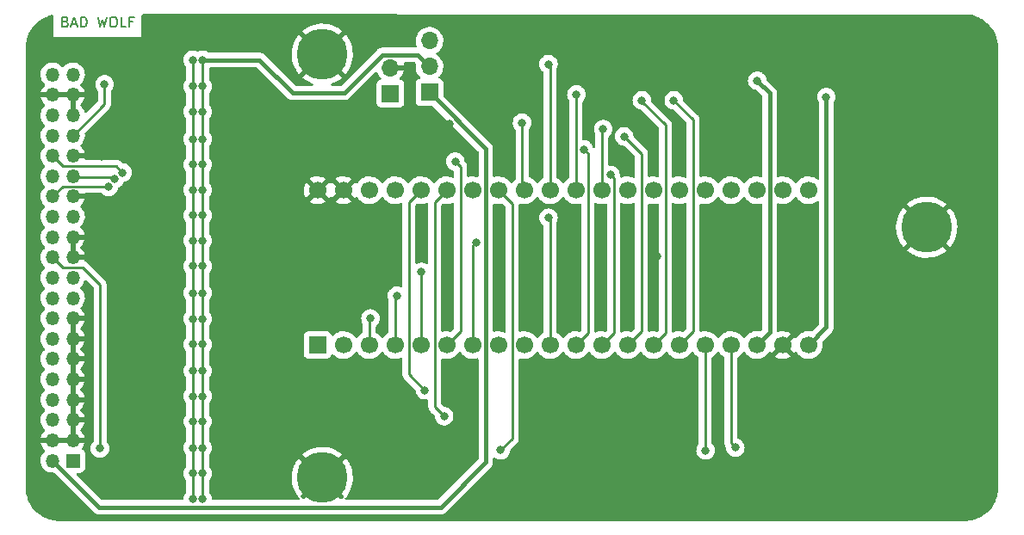
<source format=gbl>
G04 #@! TF.GenerationSoftware,KiCad,Pcbnew,(6.0.4)*
G04 #@! TF.CreationDate,2022-09-09T10:41:32-05:00*
G04 #@! TF.ProjectId,v2-PowerBook-BLUESCSI-dehij,76322d50-6f77-4657-9242-6f6f6b2d424c,rev?*
G04 #@! TF.SameCoordinates,Original*
G04 #@! TF.FileFunction,Copper,L2,Bot*
G04 #@! TF.FilePolarity,Positive*
%FSLAX46Y46*%
G04 Gerber Fmt 4.6, Leading zero omitted, Abs format (unit mm)*
G04 Created by KiCad (PCBNEW (6.0.4)) date 2022-09-09 10:41:32*
%MOMM*%
%LPD*%
G01*
G04 APERTURE LIST*
%ADD10C,0.150000*%
G04 #@! TA.AperFunction,NonConductor*
%ADD11C,0.150000*%
G04 #@! TD*
G04 #@! TA.AperFunction,ComponentPad*
%ADD12R,1.700000X1.700000*%
G04 #@! TD*
G04 #@! TA.AperFunction,ComponentPad*
%ADD13O,1.700000X1.700000*%
G04 #@! TD*
G04 #@! TA.AperFunction,ComponentPad*
%ADD14C,1.700000*%
G04 #@! TD*
G04 #@! TA.AperFunction,ComponentPad*
%ADD15C,0.800000*%
G04 #@! TD*
G04 #@! TA.AperFunction,ComponentPad*
%ADD16C,5.000000*%
G04 #@! TD*
G04 #@! TA.AperFunction,ComponentPad*
%ADD17R,1.350000X1.350000*%
G04 #@! TD*
G04 #@! TA.AperFunction,ComponentPad*
%ADD18O,1.350000X1.350000*%
G04 #@! TD*
G04 #@! TA.AperFunction,ViaPad*
%ADD19C,0.800000*%
G04 #@! TD*
G04 #@! TA.AperFunction,Conductor*
%ADD20C,0.250000*%
G04 #@! TD*
G04 #@! TA.AperFunction,Conductor*
%ADD21C,0.400000*%
G04 #@! TD*
G04 APERTURE END LIST*
D10*
D11*
X78003333Y-77448571D02*
X78146190Y-77496190D01*
X78193809Y-77543809D01*
X78241428Y-77639047D01*
X78241428Y-77781904D01*
X78193809Y-77877142D01*
X78146190Y-77924761D01*
X78050952Y-77972380D01*
X77670000Y-77972380D01*
X77670000Y-76972380D01*
X78003333Y-76972380D01*
X78098571Y-77020000D01*
X78146190Y-77067619D01*
X78193809Y-77162857D01*
X78193809Y-77258095D01*
X78146190Y-77353333D01*
X78098571Y-77400952D01*
X78003333Y-77448571D01*
X77670000Y-77448571D01*
X78622380Y-77686666D02*
X79098571Y-77686666D01*
X78527142Y-77972380D02*
X78860476Y-76972380D01*
X79193809Y-77972380D01*
X79527142Y-77972380D02*
X79527142Y-76972380D01*
X79765238Y-76972380D01*
X79908095Y-77020000D01*
X80003333Y-77115238D01*
X80050952Y-77210476D01*
X80098571Y-77400952D01*
X80098571Y-77543809D01*
X80050952Y-77734285D01*
X80003333Y-77829523D01*
X79908095Y-77924761D01*
X79765238Y-77972380D01*
X79527142Y-77972380D01*
X81193809Y-76972380D02*
X81431904Y-77972380D01*
X81622380Y-77258095D01*
X81812857Y-77972380D01*
X82050952Y-76972380D01*
X82622380Y-76972380D02*
X82812857Y-76972380D01*
X82908095Y-77020000D01*
X83003333Y-77115238D01*
X83050952Y-77305714D01*
X83050952Y-77639047D01*
X83003333Y-77829523D01*
X82908095Y-77924761D01*
X82812857Y-77972380D01*
X82622380Y-77972380D01*
X82527142Y-77924761D01*
X82431904Y-77829523D01*
X82384285Y-77639047D01*
X82384285Y-77305714D01*
X82431904Y-77115238D01*
X82527142Y-77020000D01*
X82622380Y-76972380D01*
X83955714Y-77972380D02*
X83479523Y-77972380D01*
X83479523Y-76972380D01*
X84622380Y-77448571D02*
X84289047Y-77448571D01*
X84289047Y-77972380D02*
X84289047Y-76972380D01*
X84765238Y-76972380D01*
D12*
X109950000Y-84500000D03*
D13*
X109950000Y-81960000D03*
D12*
X113800000Y-84400000D03*
D13*
X113800000Y-81860000D03*
X113800000Y-79320000D03*
D12*
X102800000Y-109270000D03*
D14*
X105340000Y-109270000D03*
X107880000Y-109270000D03*
X110420000Y-109270000D03*
X112960000Y-109270000D03*
X115500000Y-109270000D03*
X118040000Y-109270000D03*
X120580000Y-109270000D03*
X123120000Y-109270000D03*
X125660000Y-109270000D03*
X128200000Y-109270000D03*
X130740000Y-109270000D03*
X133280000Y-109270000D03*
X135820000Y-109270000D03*
X138360000Y-109270000D03*
X140900000Y-109270000D03*
X143440000Y-109270000D03*
X145980000Y-109270000D03*
X148520000Y-109270000D03*
X151060000Y-109270000D03*
X151060000Y-94030000D03*
X148520000Y-94030000D03*
X145980000Y-94030000D03*
X143440000Y-94030000D03*
X140900000Y-94030000D03*
X138360000Y-94030000D03*
X135820000Y-94030000D03*
X133280000Y-94030000D03*
X130740000Y-94030000D03*
X128200000Y-94030000D03*
X125660000Y-94030000D03*
X123120000Y-94030000D03*
X120580000Y-94030000D03*
X118040000Y-94030000D03*
X115500000Y-94030000D03*
X112960000Y-94030000D03*
X110420000Y-94030000D03*
X107880000Y-94030000D03*
X105340000Y-94030000D03*
X102800000Y-94030000D03*
D15*
X161348350Y-96348350D03*
X161348350Y-99000000D03*
X162674175Y-95799175D03*
X164549175Y-97674175D03*
D16*
X162674175Y-97674175D03*
D15*
X162674175Y-99549175D03*
X164000000Y-96348350D03*
X164000000Y-99000000D03*
X160799175Y-97674175D03*
X105125000Y-80645000D03*
X103250000Y-78770000D03*
X104575825Y-81970825D03*
D16*
X103250000Y-80645000D03*
D15*
X101924175Y-79319175D03*
X101924175Y-81970825D03*
X103250000Y-82520000D03*
X101375000Y-80645000D03*
X104575825Y-79319175D03*
D16*
X103250000Y-122325000D03*
D15*
X101924175Y-123650825D03*
X103250000Y-120450000D03*
X101375000Y-122325000D03*
X104575825Y-120999175D03*
X104575825Y-123650825D03*
X105125000Y-122325000D03*
X103250000Y-124200000D03*
X101924175Y-120999175D03*
D17*
X78740000Y-120650000D03*
D18*
X76740000Y-120650000D03*
X78740000Y-118650000D03*
X76740000Y-118650000D03*
X78740000Y-116650000D03*
X76740000Y-116650000D03*
X78740000Y-114650000D03*
X76740000Y-114650000D03*
X78740000Y-112650000D03*
X76740000Y-112650000D03*
X78740000Y-110650000D03*
X76740000Y-110650000D03*
X78740000Y-108650000D03*
X76740000Y-108650000D03*
X78740000Y-106650000D03*
X76740000Y-106650000D03*
X78740000Y-104650000D03*
X76740000Y-104650000D03*
X78740000Y-102650000D03*
X76740000Y-102650000D03*
X78740000Y-100650000D03*
X76740000Y-100650000D03*
X78740000Y-98650000D03*
X76740000Y-98650000D03*
X78740000Y-96650000D03*
X76740000Y-96650000D03*
X78740000Y-94650000D03*
X76740000Y-94650000D03*
X78740000Y-92650000D03*
X76740000Y-92650000D03*
X78740000Y-90650000D03*
X76740000Y-90650000D03*
X78740000Y-88650000D03*
X76740000Y-88650000D03*
X78740000Y-86650000D03*
X76740000Y-86650000D03*
X78740000Y-84650000D03*
X76740000Y-84650000D03*
X78740000Y-82650000D03*
X76740000Y-82650000D03*
D19*
X122890000Y-87390000D03*
X130870000Y-88010000D03*
X152810000Y-84860000D03*
X128240000Y-84600000D03*
X119956000Y-79220000D03*
X160330000Y-79220000D03*
X115600000Y-100500000D03*
X133340000Y-100500000D03*
X155020000Y-100500000D03*
X104730000Y-115270000D03*
X81788000Y-95250000D03*
X130110222Y-79220000D03*
X160330000Y-86605000D03*
X81534000Y-88646000D03*
X160330000Y-105345000D03*
X130022000Y-123370000D03*
X123530000Y-100500000D03*
X165650000Y-123490000D03*
X104730000Y-97550000D03*
X127200000Y-100500000D03*
X120590000Y-100500000D03*
X141380000Y-100500000D03*
X81534000Y-90678000D03*
X160330000Y-119400000D03*
X110998000Y-87144500D03*
X160330000Y-91290000D03*
X150418666Y-79220000D03*
X125033111Y-79220000D03*
X130710000Y-100500000D03*
X140264444Y-79220000D03*
X160220000Y-123370000D03*
X112771766Y-100500000D03*
X140088000Y-123370000D03*
X119956000Y-123370000D03*
X160330000Y-81920000D03*
X104730000Y-113260000D03*
X165650000Y-79220000D03*
X109890000Y-123370000D03*
X138460000Y-100500000D03*
X104730000Y-100320000D03*
X149980000Y-100480000D03*
X136170000Y-100500000D03*
X115745918Y-87476582D03*
X155187000Y-123370000D03*
X135187333Y-79220000D03*
X135055000Y-123370000D03*
X160330000Y-110030000D03*
X150154000Y-123370000D03*
X104730000Y-105610000D03*
X145121000Y-123370000D03*
X160330000Y-100660000D03*
X160330000Y-114715000D03*
X104730000Y-102890000D03*
X145341555Y-79220000D03*
X144690000Y-100520000D03*
X75367192Y-107584686D03*
X83820000Y-83820000D03*
X124989000Y-123370000D03*
X114923000Y-123370000D03*
X81534000Y-100584000D03*
X125490000Y-81620000D03*
X134677099Y-85180500D03*
X132936467Y-88734500D03*
X81850000Y-83600000D03*
X137810270Y-85180500D03*
X83630000Y-92300000D03*
X131594500Y-92521090D03*
X128964500Y-89998249D03*
X82855270Y-92931504D03*
X125490000Y-96730000D03*
X118360000Y-99160000D03*
X82241009Y-93719976D03*
X116340356Y-91205500D03*
X113005500Y-102079766D03*
X120810000Y-119620000D03*
X81400000Y-119450000D03*
X110610000Y-104410000D03*
X107990000Y-106650000D03*
X90500000Y-101500000D03*
X90500000Y-111800000D03*
X90500000Y-96500000D03*
X90500000Y-89000000D03*
X90500000Y-83800000D03*
X90500000Y-114300000D03*
X90500000Y-109200000D03*
X90500000Y-121900000D03*
X90500000Y-99000000D03*
X90500000Y-124425011D03*
X90500000Y-104150000D03*
X90500000Y-81200000D03*
X90500000Y-116800000D03*
X90500000Y-91500000D03*
X90500000Y-86300000D03*
X90500000Y-119400000D03*
X90500000Y-94000000D03*
X90500000Y-106700000D03*
X113345500Y-113717454D03*
X115240000Y-116270000D03*
X143860000Y-119360000D03*
X140940000Y-119650000D03*
X146020000Y-83250000D03*
X91500000Y-124425011D03*
X91500000Y-114300000D03*
X91500000Y-81200000D03*
X91500000Y-104150000D03*
X91500000Y-91500000D03*
X91500000Y-121900000D03*
X91500000Y-83800000D03*
X91500000Y-94000000D03*
X91500000Y-109200000D03*
X91500000Y-111800000D03*
X91500000Y-116800000D03*
X91500000Y-96500000D03*
X91500000Y-106700000D03*
X91500000Y-119400000D03*
X91500000Y-86300000D03*
X91500000Y-101500000D03*
X91500000Y-89000000D03*
X91500000Y-99000000D03*
D20*
X122890000Y-87390000D02*
X122890000Y-93980000D01*
X130740000Y-88140000D02*
X130740000Y-94030000D01*
X130870000Y-88010000D02*
X130740000Y-88140000D01*
D21*
X152810000Y-84860000D02*
X152810000Y-107520000D01*
X152810000Y-107520000D02*
X151060000Y-109270000D01*
D20*
X128240000Y-84600000D02*
X128200000Y-84640000D01*
X128200000Y-84640000D02*
X128200000Y-94030000D01*
X125490000Y-81620000D02*
X125660000Y-81790000D01*
X125660000Y-81790000D02*
X125660000Y-94030000D01*
X136994511Y-87609192D02*
X134677099Y-85291780D01*
X136994511Y-108095489D02*
X136994511Y-87609192D01*
X134677099Y-85291780D02*
X134677099Y-85180500D01*
X135820000Y-109270000D02*
X136994511Y-108095489D01*
X133280000Y-109270000D02*
X134645489Y-107904511D01*
X134645489Y-90443522D02*
X132936467Y-88734500D01*
X134645489Y-107904511D02*
X134645489Y-90443522D01*
X81850000Y-85540000D02*
X78740000Y-88650000D01*
X139725489Y-87095719D02*
X137810270Y-85180500D01*
X138360000Y-109270000D02*
X139725489Y-107904511D01*
X139725489Y-107904511D02*
X139725489Y-87095719D01*
X81850000Y-83600000D02*
X81850000Y-85540000D01*
X130740000Y-109270000D02*
X131914511Y-108095489D01*
X131914511Y-108095489D02*
X131914511Y-92841101D01*
X82979511Y-91649511D02*
X83630000Y-92300000D01*
X76740000Y-90650000D02*
X77739511Y-91649511D01*
X131914511Y-92841101D02*
X131594500Y-92521090D01*
X77739511Y-91649511D02*
X82979511Y-91649511D01*
X129374511Y-108095489D02*
X129374511Y-90408260D01*
X128200000Y-109270000D02*
X129374511Y-108095489D01*
X129374511Y-90408260D02*
X128964500Y-89998249D01*
X78827246Y-92737246D02*
X82661012Y-92737246D01*
X125660000Y-96900000D02*
X125660000Y-109270000D01*
X82661012Y-92737246D02*
X82855270Y-92931504D01*
X125490000Y-96730000D02*
X125660000Y-96900000D01*
X118360000Y-99160000D02*
X118040000Y-99480000D01*
X77739511Y-93650489D02*
X82171522Y-93650489D01*
X82171522Y-93650489D02*
X82241009Y-93719976D01*
X118040000Y-99480000D02*
X118040000Y-109270000D01*
X76740000Y-94650000D02*
X77739511Y-93650489D01*
X116865489Y-91730633D02*
X116340356Y-91205500D01*
X115500000Y-109270000D02*
X116865489Y-107904511D01*
X116865489Y-107904511D02*
X116865489Y-91730633D01*
X112960000Y-109270000D02*
X112960000Y-102125266D01*
X112960000Y-102125266D02*
X113005500Y-102079766D01*
X79739511Y-101650489D02*
X77740489Y-101650489D01*
X120810000Y-119620000D02*
X121945489Y-118484511D01*
X81400000Y-119450000D02*
X81400000Y-103310978D01*
X121945489Y-118484511D02*
X121945489Y-95395489D01*
X77740489Y-101650489D02*
X76740000Y-100650000D01*
X121945489Y-95395489D02*
X120580000Y-94030000D01*
X81400000Y-103310978D02*
X79739511Y-101650489D01*
X110420000Y-104600000D02*
X110420000Y-109270000D01*
X110610000Y-104410000D02*
X110420000Y-104600000D01*
X107990000Y-106650000D02*
X107880000Y-106760000D01*
X107880000Y-106760000D02*
X107880000Y-109270000D01*
X90500000Y-96500000D02*
X90500000Y-99000000D01*
X90500000Y-101500000D02*
X90500000Y-124425011D01*
X90500000Y-91500000D02*
X90500000Y-94000000D01*
X90500000Y-86500000D02*
X90500000Y-89000000D01*
X90500000Y-94000000D02*
X90500000Y-96500000D01*
X90500000Y-89000000D02*
X90500000Y-91500000D01*
X90500000Y-84000000D02*
X90500000Y-86500000D01*
X90500000Y-99000000D02*
X90500000Y-101500000D01*
X90500000Y-81500000D02*
X90500000Y-84000000D01*
X111785489Y-95204511D02*
X111785489Y-112157443D01*
X111785489Y-112157443D02*
X113345500Y-113717454D01*
X112960000Y-94030000D02*
X111785489Y-95204511D01*
X114325489Y-115355489D02*
X114325489Y-95204511D01*
X114325489Y-95204511D02*
X115500000Y-94030000D01*
X115240000Y-116270000D02*
X114325489Y-115355489D01*
X143440000Y-118940000D02*
X143440000Y-109270000D01*
X143860000Y-119360000D02*
X143440000Y-118940000D01*
X140900000Y-119610000D02*
X140900000Y-109270000D01*
X140940000Y-119650000D02*
X140900000Y-119610000D01*
D21*
X81314511Y-125224511D02*
X114915489Y-125224511D01*
X147229511Y-84459511D02*
X147229511Y-108020489D01*
X114915489Y-125224511D02*
X119330489Y-120809511D01*
X147229511Y-108020489D02*
X145980000Y-109270000D01*
X119330489Y-120809511D02*
X119330489Y-89930489D01*
X119330489Y-89930489D02*
X113800000Y-84400000D01*
X76740000Y-120650000D02*
X81314511Y-125224511D01*
X146020000Y-83250000D02*
X147229511Y-84459511D01*
D20*
X91500000Y-111700000D02*
X91500000Y-114200000D01*
X91500000Y-83800000D02*
X91500000Y-86300000D01*
X91500000Y-119400000D02*
X91500000Y-121900000D01*
D21*
X97075000Y-81200000D02*
X91500000Y-81200000D01*
D20*
X91500000Y-96600000D02*
X91500000Y-99000000D01*
D21*
X100330000Y-84455000D02*
X97075000Y-81200000D01*
X105410000Y-84455000D02*
X100330000Y-84455000D01*
D20*
X91500000Y-114200000D02*
X91500000Y-116700000D01*
X91500000Y-86300000D02*
X91500000Y-88900000D01*
X91500000Y-121900000D02*
X91500000Y-124400000D01*
X91500000Y-91400000D02*
X91500000Y-94000000D01*
X91500000Y-99000000D02*
X91500000Y-101600000D01*
D21*
X112650489Y-80710489D02*
X109154511Y-80710489D01*
D20*
X91500000Y-104200000D02*
X91500000Y-106800000D01*
D21*
X113800000Y-81860000D02*
X112650489Y-80710489D01*
D20*
X91500000Y-106800000D02*
X91500000Y-109200000D01*
D21*
X109154511Y-80710489D02*
X105410000Y-84455000D01*
D20*
X91500000Y-116700000D02*
X91500000Y-119400000D01*
X91500000Y-94000000D02*
X91500000Y-96600000D01*
X91500000Y-101600000D02*
X91500000Y-104200000D01*
X91500000Y-109200000D02*
X91500000Y-111700000D01*
X91500000Y-81200000D02*
X91500000Y-83800000D01*
X91500000Y-88900000D02*
X91500000Y-91400000D01*
G04 #@! TA.AperFunction,Conductor*
G36*
X136023448Y-76705087D02*
G01*
X166350609Y-76708494D01*
X166369982Y-76709994D01*
X166384852Y-76712310D01*
X166384856Y-76712310D01*
X166393724Y-76713691D01*
X166412436Y-76711244D01*
X166435366Y-76710353D01*
X166738503Y-76726240D01*
X166751617Y-76727618D01*
X167079898Y-76779613D01*
X167092799Y-76782355D01*
X167382900Y-76860087D01*
X167413846Y-76868379D01*
X167426382Y-76872453D01*
X167501809Y-76901406D01*
X167736672Y-76991562D01*
X167748720Y-76996926D01*
X168044867Y-77147820D01*
X168056288Y-77154414D01*
X168335040Y-77335437D01*
X168345710Y-77343190D01*
X168604004Y-77552352D01*
X168613805Y-77561177D01*
X168848823Y-77796195D01*
X168857648Y-77805996D01*
X169066810Y-78064290D01*
X169074563Y-78074960D01*
X169255586Y-78353712D01*
X169262180Y-78365133D01*
X169413074Y-78661280D01*
X169418438Y-78673328D01*
X169536075Y-78979780D01*
X169537545Y-78983610D01*
X169541620Y-78996152D01*
X169544551Y-79007089D01*
X169627645Y-79317202D01*
X169630387Y-79330102D01*
X169682382Y-79658383D01*
X169683760Y-79671500D01*
X169699262Y-79967298D01*
X169697935Y-79993273D01*
X169697691Y-79994843D01*
X169697691Y-79994849D01*
X169696309Y-80003724D01*
X169697473Y-80012626D01*
X169697473Y-80012630D01*
X169700442Y-80035333D01*
X169701506Y-80051652D01*
X169702937Y-90510429D01*
X169707410Y-123186876D01*
X169707417Y-123240658D01*
X169705916Y-123260064D01*
X169703613Y-123274849D01*
X169703613Y-123274856D01*
X169702232Y-123283724D01*
X169704059Y-123297693D01*
X169704679Y-123302433D01*
X169705570Y-123325366D01*
X169695114Y-123524882D01*
X169689683Y-123628502D01*
X169688305Y-123641618D01*
X169636310Y-123969901D01*
X169633569Y-123982798D01*
X169579232Y-124185589D01*
X169547544Y-124303850D01*
X169543470Y-124316386D01*
X169466842Y-124516011D01*
X169424362Y-124626677D01*
X169418998Y-124638726D01*
X169268103Y-124934873D01*
X169261509Y-124946294D01*
X169080490Y-125225041D01*
X169072738Y-125235711D01*
X168863571Y-125494012D01*
X168854746Y-125503813D01*
X168619728Y-125738833D01*
X168609927Y-125747658D01*
X168380676Y-125933303D01*
X168351626Y-125956827D01*
X168340956Y-125964579D01*
X168062214Y-126145597D01*
X168050792Y-126152192D01*
X167754646Y-126303088D01*
X167742598Y-126308452D01*
X167432311Y-126427562D01*
X167419768Y-126431638D01*
X167098720Y-126517664D01*
X167085820Y-126520406D01*
X166757537Y-126572403D01*
X166744420Y-126573781D01*
X166448731Y-126589279D01*
X166422754Y-126587952D01*
X166421074Y-126587691D01*
X166421071Y-126587691D01*
X166412196Y-126586309D01*
X166403295Y-126587473D01*
X166403291Y-126587473D01*
X166380637Y-126590436D01*
X166364299Y-126591500D01*
X77449367Y-126591500D01*
X77429982Y-126590000D01*
X77415149Y-126587690D01*
X77415145Y-126587690D01*
X77406276Y-126586309D01*
X77387564Y-126588756D01*
X77364634Y-126589647D01*
X77061497Y-126573760D01*
X77048383Y-126572382D01*
X76720102Y-126520387D01*
X76707202Y-126517645D01*
X76584693Y-126484819D01*
X76386152Y-126431620D01*
X76373618Y-126427547D01*
X76063329Y-126308438D01*
X76051280Y-126303074D01*
X75755133Y-126152180D01*
X75743712Y-126145586D01*
X75464960Y-125964563D01*
X75454290Y-125956810D01*
X75195996Y-125747648D01*
X75186195Y-125738823D01*
X74951177Y-125503805D01*
X74942352Y-125494004D01*
X74733190Y-125235710D01*
X74725437Y-125225040D01*
X74544414Y-124946288D01*
X74537820Y-124934867D01*
X74386926Y-124638720D01*
X74381562Y-124626672D01*
X74324916Y-124479106D01*
X74262453Y-124316382D01*
X74258379Y-124303846D01*
X74172355Y-123982798D01*
X74169613Y-123969898D01*
X74155876Y-123883164D01*
X74117618Y-123641616D01*
X74116240Y-123628501D01*
X74113484Y-123575914D01*
X74100932Y-123336413D01*
X74102506Y-123308910D01*
X74102770Y-123307341D01*
X74103576Y-123302552D01*
X74103729Y-123290000D01*
X74099783Y-123262444D01*
X74098511Y-123244554D01*
X74098522Y-123199293D01*
X74099118Y-120618887D01*
X75551837Y-120618887D01*
X75566063Y-120835933D01*
X75567484Y-120841529D01*
X75567485Y-120841534D01*
X75608871Y-121004488D01*
X75619605Y-121046753D01*
X75622022Y-121051996D01*
X75638268Y-121087236D01*
X75710668Y-121244285D01*
X75714001Y-121249001D01*
X75801730Y-121373134D01*
X75836204Y-121421914D01*
X75992009Y-121573692D01*
X76172863Y-121694536D01*
X76178171Y-121696817D01*
X76178172Y-121696817D01*
X76367409Y-121778119D01*
X76367412Y-121778120D01*
X76372712Y-121780397D01*
X76584860Y-121828402D01*
X76590631Y-121828629D01*
X76590633Y-121828629D01*
X76663620Y-121831496D01*
X76802205Y-121836941D01*
X76807915Y-121836113D01*
X76807917Y-121836113D01*
X76816171Y-121834916D01*
X76846915Y-121830458D01*
X76917199Y-121840478D01*
X76954089Y-121866059D01*
X78878637Y-123790608D01*
X80793068Y-125705039D01*
X80798922Y-125711304D01*
X80822929Y-125738823D01*
X80836950Y-125754896D01*
X80889240Y-125791647D01*
X80894482Y-125795539D01*
X80944793Y-125834987D01*
X80951712Y-125838111D01*
X80954004Y-125839499D01*
X80968676Y-125847868D01*
X80971036Y-125849133D01*
X80977250Y-125853501D01*
X80984329Y-125856261D01*
X80984331Y-125856262D01*
X81036786Y-125876713D01*
X81042855Y-125879264D01*
X81101084Y-125905556D01*
X81108557Y-125906941D01*
X81111123Y-125907745D01*
X81127346Y-125912366D01*
X81129938Y-125913031D01*
X81137020Y-125915793D01*
X81144555Y-125916785D01*
X81200372Y-125924133D01*
X81206888Y-125925165D01*
X81245281Y-125932281D01*
X81269697Y-125936806D01*
X81277277Y-125936369D01*
X81277278Y-125936369D01*
X81331891Y-125933220D01*
X81339144Y-125933011D01*
X114886577Y-125933011D01*
X114895147Y-125933303D01*
X114945265Y-125936720D01*
X114945269Y-125936720D01*
X114952841Y-125937236D01*
X114960318Y-125935931D01*
X114960319Y-125935931D01*
X114986797Y-125931310D01*
X115015792Y-125926249D01*
X115022310Y-125925288D01*
X115085731Y-125917613D01*
X115092832Y-125914930D01*
X115095441Y-125914289D01*
X115111751Y-125909826D01*
X115114287Y-125909061D01*
X115121773Y-125907754D01*
X115180289Y-125882067D01*
X115186393Y-125879576D01*
X115239037Y-125859684D01*
X115239038Y-125859683D01*
X115246145Y-125856998D01*
X115252408Y-125852694D01*
X115254774Y-125851457D01*
X115269586Y-125843212D01*
X115271840Y-125841879D01*
X115278794Y-125838826D01*
X115329491Y-125799924D01*
X115334821Y-125796052D01*
X115381209Y-125764172D01*
X115381214Y-125764167D01*
X115387470Y-125759868D01*
X115406221Y-125738823D01*
X115428924Y-125713341D01*
X115433905Y-125708065D01*
X119811009Y-121330961D01*
X119817274Y-121325107D01*
X119844901Y-121301006D01*
X119860874Y-121287072D01*
X119897618Y-121234791D01*
X119901550Y-121229497D01*
X119936280Y-121185204D01*
X119940965Y-121179229D01*
X119944088Y-121172313D01*
X119945472Y-121170027D01*
X119953846Y-121155346D01*
X119955111Y-121152986D01*
X119959479Y-121146772D01*
X119982692Y-121087234D01*
X119985248Y-121081153D01*
X119998414Y-121051996D01*
X120011534Y-121022938D01*
X120012918Y-121015471D01*
X120013719Y-121012916D01*
X120018348Y-120996663D01*
X120019011Y-120994083D01*
X120021771Y-120987002D01*
X120030111Y-120923650D01*
X120031142Y-120917143D01*
X120034678Y-120898068D01*
X120042785Y-120854325D01*
X120042048Y-120841534D01*
X120039198Y-120792119D01*
X120038989Y-120784865D01*
X120038989Y-120430084D01*
X120058991Y-120361963D01*
X120112647Y-120315470D01*
X120182921Y-120305366D01*
X120239050Y-120328148D01*
X120328475Y-120393119D01*
X120353248Y-120411118D01*
X120359276Y-120413802D01*
X120359278Y-120413803D01*
X120521681Y-120486109D01*
X120527712Y-120488794D01*
X120621113Y-120508647D01*
X120708056Y-120527128D01*
X120708061Y-120527128D01*
X120714513Y-120528500D01*
X120905487Y-120528500D01*
X120911939Y-120527128D01*
X120911944Y-120527128D01*
X120998887Y-120508647D01*
X121092288Y-120488794D01*
X121098319Y-120486109D01*
X121260722Y-120413803D01*
X121260724Y-120413802D01*
X121266752Y-120411118D01*
X121291526Y-120393119D01*
X121339174Y-120358500D01*
X121421253Y-120298866D01*
X121470832Y-120243803D01*
X121544621Y-120161852D01*
X121544622Y-120161851D01*
X121549040Y-120156944D01*
X121625115Y-120025179D01*
X121641223Y-119997279D01*
X121641224Y-119997278D01*
X121644527Y-119991556D01*
X121703542Y-119809928D01*
X121720907Y-119644708D01*
X121747920Y-119579051D01*
X121757122Y-119568782D01*
X122037713Y-119288192D01*
X122337747Y-118988158D01*
X122346026Y-118980624D01*
X122352507Y-118976511D01*
X122399133Y-118926859D01*
X122401887Y-118924018D01*
X122421624Y-118904281D01*
X122424104Y-118901084D01*
X122431809Y-118892062D01*
X122462075Y-118859832D01*
X122465894Y-118852886D01*
X122465896Y-118852883D01*
X122471837Y-118842077D01*
X122482688Y-118825558D01*
X122484629Y-118823056D01*
X122495103Y-118809552D01*
X122498248Y-118802283D01*
X122498251Y-118802279D01*
X122512663Y-118768974D01*
X122517880Y-118758324D01*
X122539184Y-118719571D01*
X122541996Y-118708621D01*
X122544222Y-118699949D01*
X122550626Y-118681245D01*
X122555522Y-118669931D01*
X122555522Y-118669930D01*
X122558670Y-118662656D01*
X122559909Y-118654833D01*
X122559912Y-118654823D01*
X122565588Y-118618987D01*
X122567994Y-118607367D01*
X122577017Y-118572222D01*
X122577017Y-118572221D01*
X122578989Y-118564541D01*
X122578989Y-118544287D01*
X122580540Y-118524576D01*
X122582469Y-118512397D01*
X122583709Y-118504568D01*
X122579548Y-118460549D01*
X122578989Y-118448692D01*
X122578989Y-110699716D01*
X122598991Y-110631595D01*
X122652647Y-110585102D01*
X122722921Y-110574998D01*
X122737233Y-110578091D01*
X122739692Y-110579030D01*
X122744758Y-110580061D01*
X122744759Y-110580061D01*
X122781377Y-110587511D01*
X122958597Y-110623567D01*
X122963772Y-110623757D01*
X122963774Y-110623757D01*
X123176673Y-110631564D01*
X123176677Y-110631564D01*
X123181837Y-110631753D01*
X123186957Y-110631097D01*
X123186959Y-110631097D01*
X123398288Y-110604025D01*
X123398289Y-110604025D01*
X123403416Y-110603368D01*
X123408366Y-110601883D01*
X123612429Y-110540661D01*
X123612434Y-110540659D01*
X123617384Y-110539174D01*
X123817994Y-110440896D01*
X123999860Y-110311173D01*
X124158096Y-110153489D01*
X124288453Y-109972077D01*
X124289776Y-109973028D01*
X124336645Y-109929857D01*
X124406580Y-109917625D01*
X124472026Y-109945144D01*
X124499875Y-109976994D01*
X124559987Y-110075088D01*
X124706250Y-110243938D01*
X124878126Y-110386632D01*
X125071000Y-110499338D01*
X125279692Y-110579030D01*
X125284760Y-110580061D01*
X125284763Y-110580062D01*
X125383116Y-110600072D01*
X125498597Y-110623567D01*
X125503772Y-110623757D01*
X125503774Y-110623757D01*
X125716673Y-110631564D01*
X125716677Y-110631564D01*
X125721837Y-110631753D01*
X125726957Y-110631097D01*
X125726959Y-110631097D01*
X125938288Y-110604025D01*
X125938289Y-110604025D01*
X125943416Y-110603368D01*
X125948366Y-110601883D01*
X126152429Y-110540661D01*
X126152434Y-110540659D01*
X126157384Y-110539174D01*
X126357994Y-110440896D01*
X126539860Y-110311173D01*
X126698096Y-110153489D01*
X126828453Y-109972077D01*
X126829776Y-109973028D01*
X126876645Y-109929857D01*
X126946580Y-109917625D01*
X127012026Y-109945144D01*
X127039875Y-109976994D01*
X127099987Y-110075088D01*
X127246250Y-110243938D01*
X127418126Y-110386632D01*
X127611000Y-110499338D01*
X127819692Y-110579030D01*
X127824760Y-110580061D01*
X127824763Y-110580062D01*
X127923116Y-110600072D01*
X128038597Y-110623567D01*
X128043772Y-110623757D01*
X128043774Y-110623757D01*
X128256673Y-110631564D01*
X128256677Y-110631564D01*
X128261837Y-110631753D01*
X128266957Y-110631097D01*
X128266959Y-110631097D01*
X128478288Y-110604025D01*
X128478289Y-110604025D01*
X128483416Y-110603368D01*
X128488366Y-110601883D01*
X128692429Y-110540661D01*
X128692434Y-110540659D01*
X128697384Y-110539174D01*
X128897994Y-110440896D01*
X129079860Y-110311173D01*
X129238096Y-110153489D01*
X129368453Y-109972077D01*
X129369776Y-109973028D01*
X129416645Y-109929857D01*
X129486580Y-109917625D01*
X129552026Y-109945144D01*
X129579875Y-109976994D01*
X129639987Y-110075088D01*
X129786250Y-110243938D01*
X129958126Y-110386632D01*
X130151000Y-110499338D01*
X130359692Y-110579030D01*
X130364760Y-110580061D01*
X130364763Y-110580062D01*
X130463116Y-110600072D01*
X130578597Y-110623567D01*
X130583772Y-110623757D01*
X130583774Y-110623757D01*
X130796673Y-110631564D01*
X130796677Y-110631564D01*
X130801837Y-110631753D01*
X130806957Y-110631097D01*
X130806959Y-110631097D01*
X131018288Y-110604025D01*
X131018289Y-110604025D01*
X131023416Y-110603368D01*
X131028366Y-110601883D01*
X131232429Y-110540661D01*
X131232434Y-110540659D01*
X131237384Y-110539174D01*
X131437994Y-110440896D01*
X131619860Y-110311173D01*
X131778096Y-110153489D01*
X131908453Y-109972077D01*
X131909776Y-109973028D01*
X131956645Y-109929857D01*
X132026580Y-109917625D01*
X132092026Y-109945144D01*
X132119875Y-109976994D01*
X132179987Y-110075088D01*
X132326250Y-110243938D01*
X132498126Y-110386632D01*
X132691000Y-110499338D01*
X132899692Y-110579030D01*
X132904760Y-110580061D01*
X132904763Y-110580062D01*
X133003116Y-110600072D01*
X133118597Y-110623567D01*
X133123772Y-110623757D01*
X133123774Y-110623757D01*
X133336673Y-110631564D01*
X133336677Y-110631564D01*
X133341837Y-110631753D01*
X133346957Y-110631097D01*
X133346959Y-110631097D01*
X133558288Y-110604025D01*
X133558289Y-110604025D01*
X133563416Y-110603368D01*
X133568366Y-110601883D01*
X133772429Y-110540661D01*
X133772434Y-110540659D01*
X133777384Y-110539174D01*
X133977994Y-110440896D01*
X134159860Y-110311173D01*
X134318096Y-110153489D01*
X134448453Y-109972077D01*
X134449776Y-109973028D01*
X134496645Y-109929857D01*
X134566580Y-109917625D01*
X134632026Y-109945144D01*
X134659875Y-109976994D01*
X134719987Y-110075088D01*
X134866250Y-110243938D01*
X135038126Y-110386632D01*
X135231000Y-110499338D01*
X135439692Y-110579030D01*
X135444760Y-110580061D01*
X135444763Y-110580062D01*
X135543116Y-110600072D01*
X135658597Y-110623567D01*
X135663772Y-110623757D01*
X135663774Y-110623757D01*
X135876673Y-110631564D01*
X135876677Y-110631564D01*
X135881837Y-110631753D01*
X135886957Y-110631097D01*
X135886959Y-110631097D01*
X136098288Y-110604025D01*
X136098289Y-110604025D01*
X136103416Y-110603368D01*
X136108366Y-110601883D01*
X136312429Y-110540661D01*
X136312434Y-110540659D01*
X136317384Y-110539174D01*
X136517994Y-110440896D01*
X136699860Y-110311173D01*
X136858096Y-110153489D01*
X136988453Y-109972077D01*
X136989776Y-109973028D01*
X137036645Y-109929857D01*
X137106580Y-109917625D01*
X137172026Y-109945144D01*
X137199875Y-109976994D01*
X137259987Y-110075088D01*
X137406250Y-110243938D01*
X137578126Y-110386632D01*
X137771000Y-110499338D01*
X137979692Y-110579030D01*
X137984760Y-110580061D01*
X137984763Y-110580062D01*
X138083116Y-110600072D01*
X138198597Y-110623567D01*
X138203772Y-110623757D01*
X138203774Y-110623757D01*
X138416673Y-110631564D01*
X138416677Y-110631564D01*
X138421837Y-110631753D01*
X138426957Y-110631097D01*
X138426959Y-110631097D01*
X138638288Y-110604025D01*
X138638289Y-110604025D01*
X138643416Y-110603368D01*
X138648366Y-110601883D01*
X138852429Y-110540661D01*
X138852434Y-110540659D01*
X138857384Y-110539174D01*
X139057994Y-110440896D01*
X139239860Y-110311173D01*
X139398096Y-110153489D01*
X139528453Y-109972077D01*
X139529776Y-109973028D01*
X139576645Y-109929857D01*
X139646580Y-109917625D01*
X139712026Y-109945144D01*
X139739875Y-109976994D01*
X139799987Y-110075088D01*
X139946250Y-110243938D01*
X140118126Y-110386632D01*
X140145935Y-110402882D01*
X140204070Y-110436853D01*
X140252794Y-110488491D01*
X140266500Y-110545641D01*
X140266500Y-118991899D01*
X140246498Y-119060020D01*
X140234136Y-119076209D01*
X140205384Y-119108142D01*
X140205382Y-119108145D01*
X140200960Y-119113056D01*
X140197659Y-119118774D01*
X140197656Y-119118778D01*
X140123271Y-119247617D01*
X140105473Y-119278444D01*
X140046458Y-119460072D01*
X140045768Y-119466633D01*
X140045768Y-119466635D01*
X140032810Y-119589928D01*
X140026496Y-119650000D01*
X140027186Y-119656565D01*
X140045129Y-119827279D01*
X140046458Y-119839928D01*
X140105473Y-120021556D01*
X140108776Y-120027278D01*
X140108777Y-120027279D01*
X140112890Y-120034403D01*
X140200960Y-120186944D01*
X140205378Y-120191851D01*
X140205379Y-120191852D01*
X140319678Y-120318794D01*
X140328747Y-120328866D01*
X140483248Y-120441118D01*
X140489276Y-120443802D01*
X140489278Y-120443803D01*
X140651681Y-120516109D01*
X140657712Y-120518794D01*
X140751113Y-120538647D01*
X140838056Y-120557128D01*
X140838061Y-120557128D01*
X140844513Y-120558500D01*
X141035487Y-120558500D01*
X141041939Y-120557128D01*
X141041944Y-120557128D01*
X141128887Y-120538647D01*
X141222288Y-120518794D01*
X141228319Y-120516109D01*
X141390722Y-120443803D01*
X141390724Y-120443802D01*
X141396752Y-120441118D01*
X141551253Y-120328866D01*
X141560322Y-120318794D01*
X141674621Y-120191852D01*
X141674622Y-120191851D01*
X141679040Y-120186944D01*
X141767110Y-120034403D01*
X141771223Y-120027279D01*
X141771224Y-120027278D01*
X141774527Y-120021556D01*
X141833542Y-119839928D01*
X141834872Y-119827279D01*
X141852814Y-119656565D01*
X141853504Y-119650000D01*
X141847190Y-119589928D01*
X141834232Y-119466635D01*
X141834232Y-119466633D01*
X141833542Y-119460072D01*
X141774527Y-119278444D01*
X141745858Y-119228787D01*
X141725538Y-119193593D01*
X141679040Y-119113056D01*
X141674616Y-119108142D01*
X141565864Y-118987361D01*
X141535146Y-118923354D01*
X141533500Y-118903051D01*
X141533500Y-110550427D01*
X141553502Y-110482306D01*
X141594618Y-110442550D01*
X141597994Y-110440896D01*
X141779860Y-110311173D01*
X141938096Y-110153489D01*
X142068453Y-109972077D01*
X142069776Y-109973028D01*
X142116645Y-109929857D01*
X142186580Y-109917625D01*
X142252026Y-109945144D01*
X142279875Y-109976994D01*
X142339987Y-110075088D01*
X142486250Y-110243938D01*
X142658126Y-110386632D01*
X142685935Y-110402882D01*
X142744070Y-110436853D01*
X142792794Y-110488491D01*
X142806500Y-110545641D01*
X142806500Y-118861233D01*
X142805973Y-118872416D01*
X142804298Y-118879909D01*
X142804547Y-118887835D01*
X142804547Y-118887836D01*
X142806438Y-118947986D01*
X142806500Y-118951945D01*
X142806500Y-118979856D01*
X142806997Y-118983790D01*
X142806997Y-118983791D01*
X142807005Y-118983856D01*
X142807938Y-118995693D01*
X142809327Y-119039889D01*
X142812797Y-119051832D01*
X142814978Y-119059339D01*
X142818987Y-119078700D01*
X142821526Y-119098797D01*
X142824445Y-119106168D01*
X142824445Y-119106170D01*
X142837804Y-119139912D01*
X142841649Y-119151142D01*
X142853982Y-119193593D01*
X142858015Y-119200412D01*
X142858017Y-119200417D01*
X142864293Y-119211028D01*
X142872988Y-119228776D01*
X142880448Y-119247617D01*
X142885110Y-119254033D01*
X142885110Y-119254034D01*
X142906436Y-119283387D01*
X142912952Y-119293307D01*
X142931236Y-119324223D01*
X142948093Y-119375192D01*
X142953393Y-119425621D01*
X142965081Y-119536823D01*
X142966458Y-119549928D01*
X143025473Y-119731556D01*
X143120960Y-119896944D01*
X143125378Y-119901851D01*
X143125379Y-119901852D01*
X143156976Y-119936944D01*
X143248747Y-120038866D01*
X143403248Y-120151118D01*
X143409276Y-120153802D01*
X143409278Y-120153803D01*
X143514546Y-120200671D01*
X143577712Y-120228794D01*
X143671113Y-120248647D01*
X143758056Y-120267128D01*
X143758061Y-120267128D01*
X143764513Y-120268500D01*
X143955487Y-120268500D01*
X143961939Y-120267128D01*
X143961944Y-120267128D01*
X144048887Y-120248647D01*
X144142288Y-120228794D01*
X144205454Y-120200671D01*
X144310722Y-120153803D01*
X144310724Y-120153802D01*
X144316752Y-120151118D01*
X144471253Y-120038866D01*
X144563024Y-119936944D01*
X144594621Y-119901852D01*
X144594622Y-119901851D01*
X144599040Y-119896944D01*
X144694527Y-119731556D01*
X144753542Y-119549928D01*
X144754920Y-119536823D01*
X144772814Y-119366565D01*
X144773504Y-119360000D01*
X144769077Y-119317882D01*
X144754232Y-119176635D01*
X144754232Y-119176633D01*
X144753542Y-119170072D01*
X144694527Y-118988444D01*
X144687638Y-118976511D01*
X144645225Y-118903051D01*
X144599040Y-118823056D01*
X144592518Y-118815812D01*
X144475675Y-118686045D01*
X144475674Y-118686044D01*
X144471253Y-118681134D01*
X144316752Y-118568882D01*
X144310724Y-118566198D01*
X144310722Y-118566197D01*
X144148251Y-118493861D01*
X144094156Y-118447881D01*
X144073500Y-118378754D01*
X144073500Y-110550427D01*
X144093502Y-110482306D01*
X144134618Y-110442550D01*
X144137994Y-110440896D01*
X144319860Y-110311173D01*
X144478096Y-110153489D01*
X144608453Y-109972077D01*
X144609776Y-109973028D01*
X144656645Y-109929857D01*
X144726580Y-109917625D01*
X144792026Y-109945144D01*
X144819875Y-109976994D01*
X144879987Y-110075088D01*
X145026250Y-110243938D01*
X145198126Y-110386632D01*
X145391000Y-110499338D01*
X145599692Y-110579030D01*
X145604760Y-110580061D01*
X145604763Y-110580062D01*
X145703116Y-110600072D01*
X145818597Y-110623567D01*
X145823772Y-110623757D01*
X145823774Y-110623757D01*
X146036673Y-110631564D01*
X146036677Y-110631564D01*
X146041837Y-110631753D01*
X146046957Y-110631097D01*
X146046959Y-110631097D01*
X146258288Y-110604025D01*
X146258289Y-110604025D01*
X146263416Y-110603368D01*
X146268366Y-110601883D01*
X146472429Y-110540661D01*
X146472434Y-110540659D01*
X146477384Y-110539174D01*
X146677994Y-110440896D01*
X146742544Y-110394853D01*
X147759977Y-110394853D01*
X147765258Y-110401907D01*
X147926756Y-110496279D01*
X147936042Y-110500729D01*
X148135001Y-110576703D01*
X148144899Y-110579579D01*
X148353595Y-110622038D01*
X148363823Y-110623257D01*
X148576650Y-110631062D01*
X148586936Y-110630595D01*
X148798185Y-110603534D01*
X148808262Y-110601392D01*
X149012255Y-110540191D01*
X149021842Y-110536433D01*
X149213098Y-110442738D01*
X149221944Y-110437465D01*
X149269247Y-110403723D01*
X149277648Y-110393023D01*
X149270660Y-110379870D01*
X148532812Y-109642022D01*
X148518868Y-109634408D01*
X148517035Y-109634539D01*
X148510420Y-109638790D01*
X147766737Y-110382473D01*
X147759977Y-110394853D01*
X146742544Y-110394853D01*
X146859860Y-110311173D01*
X147018096Y-110153489D01*
X147148453Y-109972077D01*
X147149640Y-109972930D01*
X147196960Y-109929362D01*
X147266897Y-109917145D01*
X147332338Y-109944678D01*
X147360166Y-109976512D01*
X147386459Y-110019419D01*
X147396916Y-110028880D01*
X147405694Y-110025096D01*
X149273389Y-108157401D01*
X149280410Y-108144544D01*
X149273611Y-108135213D01*
X149269554Y-108132518D01*
X149083117Y-108029599D01*
X149073705Y-108025369D01*
X148872959Y-107954280D01*
X148862989Y-107951646D01*
X148653327Y-107914301D01*
X148643073Y-107913331D01*
X148430116Y-107910728D01*
X148419832Y-107911448D01*
X148209321Y-107943661D01*
X148199293Y-107946050D01*
X148103156Y-107977472D01*
X148032192Y-107979623D01*
X147971331Y-107943067D01*
X147939894Y-107879410D01*
X147938011Y-107857707D01*
X147938011Y-95445005D01*
X147958013Y-95376884D01*
X148011669Y-95330391D01*
X148081943Y-95320287D01*
X148108959Y-95327295D01*
X148134856Y-95337184D01*
X148134864Y-95337186D01*
X148139692Y-95339030D01*
X148144760Y-95340061D01*
X148144763Y-95340062D01*
X148243116Y-95360072D01*
X148358597Y-95383567D01*
X148363772Y-95383757D01*
X148363774Y-95383757D01*
X148576673Y-95391564D01*
X148576677Y-95391564D01*
X148581837Y-95391753D01*
X148586957Y-95391097D01*
X148586959Y-95391097D01*
X148798288Y-95364025D01*
X148798289Y-95364025D01*
X148803416Y-95363368D01*
X148808376Y-95361880D01*
X149012429Y-95300661D01*
X149012434Y-95300659D01*
X149017384Y-95299174D01*
X149217994Y-95200896D01*
X149399860Y-95071173D01*
X149424366Y-95046753D01*
X149548316Y-94923235D01*
X149558096Y-94913489D01*
X149564915Y-94904000D01*
X149688453Y-94732077D01*
X149689776Y-94733028D01*
X149736645Y-94689857D01*
X149806580Y-94677625D01*
X149872026Y-94705144D01*
X149899875Y-94736994D01*
X149959987Y-94835088D01*
X150106250Y-95003938D01*
X150278126Y-95146632D01*
X150471000Y-95259338D01*
X150475825Y-95261180D01*
X150475826Y-95261181D01*
X150507068Y-95273111D01*
X150679692Y-95339030D01*
X150684760Y-95340061D01*
X150684763Y-95340062D01*
X150783116Y-95360072D01*
X150898597Y-95383567D01*
X150903772Y-95383757D01*
X150903774Y-95383757D01*
X151116673Y-95391564D01*
X151116677Y-95391564D01*
X151121837Y-95391753D01*
X151126957Y-95391097D01*
X151126959Y-95391097D01*
X151338288Y-95364025D01*
X151338289Y-95364025D01*
X151343416Y-95363368D01*
X151348376Y-95361880D01*
X151552429Y-95300661D01*
X151552434Y-95300659D01*
X151557384Y-95299174D01*
X151757994Y-95200896D01*
X151762199Y-95197896D01*
X151762205Y-95197893D01*
X151902332Y-95097941D01*
X151969405Y-95074668D01*
X152038414Y-95091351D01*
X152087448Y-95142695D01*
X152101500Y-95200520D01*
X152101500Y-107174340D01*
X152081498Y-107242461D01*
X152064595Y-107263435D01*
X151427316Y-107900714D01*
X151365004Y-107934740D01*
X151316125Y-107935666D01*
X151193373Y-107913800D01*
X151193367Y-107913799D01*
X151188284Y-107912894D01*
X151114452Y-107911992D01*
X150970081Y-107910228D01*
X150970079Y-107910228D01*
X150964911Y-107910165D01*
X150744091Y-107943955D01*
X150531756Y-108013357D01*
X150483639Y-108038405D01*
X150357975Y-108103822D01*
X150333607Y-108116507D01*
X150329474Y-108119610D01*
X150329471Y-108119612D01*
X150159100Y-108247530D01*
X150154965Y-108250635D01*
X150151393Y-108254373D01*
X150019848Y-108392027D01*
X150000629Y-108412138D01*
X149893204Y-108569618D01*
X149892898Y-108570066D01*
X149837987Y-108615069D01*
X149767462Y-108623240D01*
X149703715Y-108591986D01*
X149683017Y-108567501D01*
X149653062Y-108521197D01*
X149642377Y-108511995D01*
X149632812Y-108516398D01*
X148892022Y-109257188D01*
X148884408Y-109271132D01*
X148884539Y-109272965D01*
X148888790Y-109279580D01*
X149630474Y-110021264D01*
X149642484Y-110027823D01*
X149654223Y-110018855D01*
X149688022Y-109971819D01*
X149689277Y-109972721D01*
X149736391Y-109929355D01*
X149806330Y-109917148D01*
X149871767Y-109944691D01*
X149899580Y-109976513D01*
X149957287Y-110070683D01*
X149957291Y-110070688D01*
X149959987Y-110075088D01*
X150106250Y-110243938D01*
X150278126Y-110386632D01*
X150471000Y-110499338D01*
X150679692Y-110579030D01*
X150684760Y-110580061D01*
X150684763Y-110580062D01*
X150783116Y-110600072D01*
X150898597Y-110623567D01*
X150903772Y-110623757D01*
X150903774Y-110623757D01*
X151116673Y-110631564D01*
X151116677Y-110631564D01*
X151121837Y-110631753D01*
X151126957Y-110631097D01*
X151126959Y-110631097D01*
X151338288Y-110604025D01*
X151338289Y-110604025D01*
X151343416Y-110603368D01*
X151348366Y-110601883D01*
X151552429Y-110540661D01*
X151552434Y-110540659D01*
X151557384Y-110539174D01*
X151757994Y-110440896D01*
X151939860Y-110311173D01*
X152098096Y-110153489D01*
X152228453Y-109972077D01*
X152241995Y-109944678D01*
X152325136Y-109776453D01*
X152325137Y-109776451D01*
X152327430Y-109771811D01*
X152372453Y-109623623D01*
X152390865Y-109563023D01*
X152390865Y-109563021D01*
X152392370Y-109558069D01*
X152421529Y-109336590D01*
X152423156Y-109270000D01*
X152404852Y-109047361D01*
X152403593Y-109042348D01*
X152403591Y-109042337D01*
X152398115Y-109020540D01*
X152400918Y-108949598D01*
X152431223Y-108900747D01*
X153290520Y-108041450D01*
X153296785Y-108035596D01*
X153324120Y-108011750D01*
X153340385Y-107997561D01*
X153377114Y-107945300D01*
X153381046Y-107940005D01*
X153393082Y-107924655D01*
X153420477Y-107889718D01*
X153423602Y-107882796D01*
X153424964Y-107880548D01*
X153433368Y-107865815D01*
X153434622Y-107863476D01*
X153438990Y-107857261D01*
X153441749Y-107850185D01*
X153441751Y-107850181D01*
X153462200Y-107797731D01*
X153464749Y-107791666D01*
X153491045Y-107733427D01*
X153492429Y-107725962D01*
X153493226Y-107723418D01*
X153497859Y-107707152D01*
X153498521Y-107704572D01*
X153501282Y-107697491D01*
X153509622Y-107634143D01*
X153510653Y-107627629D01*
X153511396Y-107623623D01*
X153522296Y-107564813D01*
X153518709Y-107502602D01*
X153518500Y-107495349D01*
X153518500Y-99975856D01*
X160738035Y-99975856D01*
X160738053Y-99976108D01*
X160743968Y-99984852D01*
X160775286Y-100013349D01*
X160780923Y-100017913D01*
X161056719Y-100216093D01*
X161062857Y-100219988D01*
X161359610Y-100385159D01*
X161366130Y-100388311D01*
X161679913Y-100518284D01*
X161686764Y-100520670D01*
X162013387Y-100613711D01*
X162020476Y-100615295D01*
X162355640Y-100670181D01*
X162362846Y-100670938D01*
X162702101Y-100686937D01*
X162709351Y-100686861D01*
X163048185Y-100663762D01*
X163055394Y-100662851D01*
X163389335Y-100600959D01*
X163396365Y-100599232D01*
X163720994Y-100499362D01*
X163727772Y-100496842D01*
X164038778Y-100360320D01*
X164045218Y-100357039D01*
X164338468Y-100185677D01*
X164344501Y-100181668D01*
X164603003Y-99987580D01*
X164611457Y-99976253D01*
X164604712Y-99963923D01*
X162686985Y-98046195D01*
X162673044Y-98038583D01*
X162671209Y-98038714D01*
X162664595Y-98042965D01*
X160745649Y-99961912D01*
X160738035Y-99975856D01*
X153518500Y-99975856D01*
X153518500Y-97583162D01*
X159662659Y-97583162D01*
X159671549Y-97922680D01*
X159672155Y-97929896D01*
X159720010Y-98266138D01*
X159721444Y-98273249D01*
X159807630Y-98601770D01*
X159809867Y-98608653D01*
X159933239Y-98925089D01*
X159936256Y-98931678D01*
X160095177Y-99231827D01*
X160098936Y-99238035D01*
X160291304Y-99517932D01*
X160295749Y-99523661D01*
X160362918Y-99600659D01*
X160376092Y-99609063D01*
X160385944Y-99603195D01*
X162302155Y-97686985D01*
X162308532Y-97675306D01*
X163038583Y-97675306D01*
X163038714Y-97677141D01*
X163042965Y-97683755D01*
X164960443Y-99601232D01*
X164973797Y-99608524D01*
X164983769Y-99601470D01*
X165090816Y-99473442D01*
X165095132Y-99467631D01*
X165281607Y-99183750D01*
X165285221Y-99177488D01*
X165437833Y-98874057D01*
X165440705Y-98867419D01*
X165557424Y-98548468D01*
X165559520Y-98541526D01*
X165638806Y-98211278D01*
X165640090Y-98204139D01*
X165680991Y-97866148D01*
X165681415Y-97860578D01*
X165687185Y-97676972D01*
X165687112Y-97671379D01*
X165667513Y-97331478D01*
X165666681Y-97324288D01*
X165608288Y-96989704D01*
X165606633Y-96982649D01*
X165510173Y-96657009D01*
X165507715Y-96650181D01*
X165374465Y-96337783D01*
X165371248Y-96331300D01*
X165202963Y-96036264D01*
X165199031Y-96030209D01*
X164997949Y-95756470D01*
X164993341Y-95750901D01*
X164988005Y-95745159D01*
X164974353Y-95737041D01*
X164973745Y-95737062D01*
X164965267Y-95742294D01*
X163046195Y-97661365D01*
X163038583Y-97675306D01*
X162308532Y-97675306D01*
X162309767Y-97673044D01*
X162309636Y-97671209D01*
X162305385Y-97664595D01*
X160386549Y-95745760D01*
X160373756Y-95738774D01*
X160363002Y-95746639D01*
X160202212Y-95951702D01*
X160198077Y-95957651D01*
X160020615Y-96247243D01*
X160017194Y-96253622D01*
X159874191Y-96561697D01*
X159871531Y-96568416D01*
X159764886Y-96890882D01*
X159763009Y-96897886D01*
X159694136Y-97230463D01*
X159693079Y-97237624D01*
X159662887Y-97575910D01*
X159662659Y-97583162D01*
X153518500Y-97583162D01*
X153518500Y-95375223D01*
X160739307Y-95375223D01*
X160745702Y-95386491D01*
X162661365Y-97302155D01*
X162675306Y-97309767D01*
X162677141Y-97309636D01*
X162683755Y-97305385D01*
X164601249Y-95387891D01*
X164608641Y-95374354D01*
X164601854Y-95364654D01*
X164498651Y-95276510D01*
X164492879Y-95272128D01*
X164210971Y-95082694D01*
X164204750Y-95079014D01*
X163902932Y-94923235D01*
X163896321Y-94920291D01*
X163578614Y-94800240D01*
X163571688Y-94798069D01*
X163242287Y-94715330D01*
X163235180Y-94713974D01*
X162898453Y-94669643D01*
X162891211Y-94669112D01*
X162551642Y-94663777D01*
X162544380Y-94664081D01*
X162206431Y-94697813D01*
X162199283Y-94698945D01*
X161867438Y-94771299D01*
X161860460Y-94773247D01*
X161539135Y-94883261D01*
X161532428Y-94885998D01*
X161225882Y-95032214D01*
X161219526Y-95035708D01*
X160931829Y-95216180D01*
X160925906Y-95220389D01*
X160747776Y-95363098D01*
X160739307Y-95375223D01*
X153518500Y-95375223D01*
X153518500Y-85478744D01*
X153538502Y-85410623D01*
X153542564Y-85404683D01*
X153544621Y-85401852D01*
X153549040Y-85396944D01*
X153559876Y-85378175D01*
X153641223Y-85237279D01*
X153641224Y-85237278D01*
X153644527Y-85231556D01*
X153703542Y-85049928D01*
X153706266Y-85024017D01*
X153722814Y-84866565D01*
X153723504Y-84860000D01*
X153716139Y-84789928D01*
X153704232Y-84676635D01*
X153704232Y-84676633D01*
X153703542Y-84670072D01*
X153644527Y-84488444D01*
X153549040Y-84323056D01*
X153538821Y-84311706D01*
X153425675Y-84186045D01*
X153425674Y-84186044D01*
X153421253Y-84181134D01*
X153266752Y-84068882D01*
X153260724Y-84066198D01*
X153260722Y-84066197D01*
X153098319Y-83993891D01*
X153098318Y-83993891D01*
X153092288Y-83991206D01*
X152998888Y-83971353D01*
X152911944Y-83952872D01*
X152911939Y-83952872D01*
X152905487Y-83951500D01*
X152714513Y-83951500D01*
X152708061Y-83952872D01*
X152708056Y-83952872D01*
X152621112Y-83971353D01*
X152527712Y-83991206D01*
X152521682Y-83993891D01*
X152521681Y-83993891D01*
X152359278Y-84066197D01*
X152359276Y-84066198D01*
X152353248Y-84068882D01*
X152198747Y-84181134D01*
X152194326Y-84186044D01*
X152194325Y-84186045D01*
X152081180Y-84311706D01*
X152070960Y-84323056D01*
X151975473Y-84488444D01*
X151916458Y-84670072D01*
X151915768Y-84676633D01*
X151915768Y-84676635D01*
X151903861Y-84789928D01*
X151896496Y-84860000D01*
X151897186Y-84866565D01*
X151913735Y-85024017D01*
X151916458Y-85049928D01*
X151975473Y-85231556D01*
X151978776Y-85237278D01*
X151978777Y-85237279D01*
X152060124Y-85378175D01*
X152070960Y-85396944D01*
X152075379Y-85401852D01*
X152077436Y-85404683D01*
X152101295Y-85471551D01*
X152101500Y-85478744D01*
X152101500Y-92861304D01*
X152081498Y-92929425D01*
X152027842Y-92975918D01*
X151957568Y-92986022D01*
X151897408Y-92960186D01*
X151818414Y-92897800D01*
X151818410Y-92897798D01*
X151814359Y-92894598D01*
X151809831Y-92892098D01*
X151718233Y-92841534D01*
X151618789Y-92786638D01*
X151613920Y-92784914D01*
X151613916Y-92784912D01*
X151413087Y-92713795D01*
X151413083Y-92713794D01*
X151408212Y-92712069D01*
X151403119Y-92711162D01*
X151403116Y-92711161D01*
X151193373Y-92673800D01*
X151193367Y-92673799D01*
X151188284Y-92672894D01*
X151114452Y-92671992D01*
X150970081Y-92670228D01*
X150970079Y-92670228D01*
X150964911Y-92670165D01*
X150744091Y-92703955D01*
X150531756Y-92773357D01*
X150478184Y-92801245D01*
X150357975Y-92863822D01*
X150333607Y-92876507D01*
X150329474Y-92879610D01*
X150329471Y-92879612D01*
X150187746Y-92986022D01*
X150154965Y-93010635D01*
X150000629Y-93172138D01*
X149893201Y-93329621D01*
X149838293Y-93374621D01*
X149767768Y-93382792D01*
X149704021Y-93351538D01*
X149683324Y-93327054D01*
X149602822Y-93202617D01*
X149602820Y-93202614D01*
X149600014Y-93198277D01*
X149449670Y-93033051D01*
X149445619Y-93029852D01*
X149445615Y-93029848D01*
X149278414Y-92897800D01*
X149278410Y-92897798D01*
X149274359Y-92894598D01*
X149269831Y-92892098D01*
X149178233Y-92841534D01*
X149078789Y-92786638D01*
X149073920Y-92784914D01*
X149073916Y-92784912D01*
X148873087Y-92713795D01*
X148873083Y-92713794D01*
X148868212Y-92712069D01*
X148863119Y-92711162D01*
X148863116Y-92711161D01*
X148653373Y-92673800D01*
X148653367Y-92673799D01*
X148648284Y-92672894D01*
X148574452Y-92671992D01*
X148430081Y-92670228D01*
X148430079Y-92670228D01*
X148424911Y-92670165D01*
X148204091Y-92703955D01*
X148103155Y-92736946D01*
X148032193Y-92739097D01*
X147971331Y-92702541D01*
X147939894Y-92638884D01*
X147938011Y-92617181D01*
X147938011Y-84488438D01*
X147938303Y-84479869D01*
X147941721Y-84429736D01*
X147941721Y-84429732D01*
X147942237Y-84422159D01*
X147931247Y-84359192D01*
X147930286Y-84352676D01*
X147922613Y-84289269D01*
X147919930Y-84282168D01*
X147919289Y-84279559D01*
X147914820Y-84263226D01*
X147914059Y-84260706D01*
X147912754Y-84253228D01*
X147904491Y-84234403D01*
X147887070Y-84194715D01*
X147884579Y-84188610D01*
X147864686Y-84135967D01*
X147864684Y-84135963D01*
X147861998Y-84128855D01*
X147857695Y-84122594D01*
X147856458Y-84120228D01*
X147848231Y-84105448D01*
X147846880Y-84103163D01*
X147843826Y-84096206D01*
X147839206Y-84090186D01*
X147839203Y-84090180D01*
X147804932Y-84045520D01*
X147801052Y-84040179D01*
X147769172Y-83993791D01*
X147769167Y-83993786D01*
X147764868Y-83987530D01*
X147718340Y-83946075D01*
X147713065Y-83941095D01*
X146954665Y-83182695D01*
X146920639Y-83120383D01*
X146918450Y-83106770D01*
X146914232Y-83066637D01*
X146914232Y-83066635D01*
X146913542Y-83060072D01*
X146909703Y-83048255D01*
X146856569Y-82884729D01*
X146854527Y-82878444D01*
X146836793Y-82847727D01*
X146812815Y-82806197D01*
X146759040Y-82713056D01*
X146715850Y-82665088D01*
X146635675Y-82576045D01*
X146635674Y-82576044D01*
X146631253Y-82571134D01*
X146517871Y-82488757D01*
X146482094Y-82462763D01*
X146482093Y-82462762D01*
X146476752Y-82458882D01*
X146470724Y-82456198D01*
X146470722Y-82456197D01*
X146308319Y-82383891D01*
X146308318Y-82383891D01*
X146302288Y-82381206D01*
X146187736Y-82356857D01*
X146121944Y-82342872D01*
X146121939Y-82342872D01*
X146115487Y-82341500D01*
X145924513Y-82341500D01*
X145918061Y-82342872D01*
X145918056Y-82342872D01*
X145852264Y-82356857D01*
X145737712Y-82381206D01*
X145731682Y-82383891D01*
X145731681Y-82383891D01*
X145569278Y-82456197D01*
X145569276Y-82456198D01*
X145563248Y-82458882D01*
X145557907Y-82462762D01*
X145557906Y-82462763D01*
X145522129Y-82488757D01*
X145408747Y-82571134D01*
X145404326Y-82576044D01*
X145404325Y-82576045D01*
X145324151Y-82665088D01*
X145280960Y-82713056D01*
X145227185Y-82806197D01*
X145203208Y-82847727D01*
X145185473Y-82878444D01*
X145126458Y-83060072D01*
X145106496Y-83250000D01*
X145107186Y-83256565D01*
X145125655Y-83432285D01*
X145126458Y-83439928D01*
X145185473Y-83621556D01*
X145280960Y-83786944D01*
X145285378Y-83791851D01*
X145285379Y-83791852D01*
X145373293Y-83889490D01*
X145408747Y-83928866D01*
X145563248Y-84041118D01*
X145569276Y-84043802D01*
X145569278Y-84043803D01*
X145686978Y-84096206D01*
X145737712Y-84118794D01*
X145874411Y-84147850D01*
X145890569Y-84151285D01*
X145953467Y-84185437D01*
X146484106Y-84716076D01*
X146518132Y-84778388D01*
X146521011Y-84805171D01*
X146521011Y-92602057D01*
X146501009Y-92670178D01*
X146447353Y-92716671D01*
X146377079Y-92726775D01*
X146352956Y-92720831D01*
X146328212Y-92712069D01*
X146323123Y-92711162D01*
X146323121Y-92711162D01*
X146113373Y-92673800D01*
X146113367Y-92673799D01*
X146108284Y-92672894D01*
X146034452Y-92671992D01*
X145890081Y-92670228D01*
X145890079Y-92670228D01*
X145884911Y-92670165D01*
X145664091Y-92703955D01*
X145451756Y-92773357D01*
X145398184Y-92801245D01*
X145277975Y-92863822D01*
X145253607Y-92876507D01*
X145249474Y-92879610D01*
X145249471Y-92879612D01*
X145107746Y-92986022D01*
X145074965Y-93010635D01*
X144920629Y-93172138D01*
X144813201Y-93329621D01*
X144758293Y-93374621D01*
X144687768Y-93382792D01*
X144624021Y-93351538D01*
X144603324Y-93327054D01*
X144522822Y-93202617D01*
X144522820Y-93202614D01*
X144520014Y-93198277D01*
X144369670Y-93033051D01*
X144365619Y-93029852D01*
X144365615Y-93029848D01*
X144198414Y-92897800D01*
X144198410Y-92897798D01*
X144194359Y-92894598D01*
X144189831Y-92892098D01*
X144098233Y-92841534D01*
X143998789Y-92786638D01*
X143993920Y-92784914D01*
X143993916Y-92784912D01*
X143793087Y-92713795D01*
X143793083Y-92713794D01*
X143788212Y-92712069D01*
X143783119Y-92711162D01*
X143783116Y-92711161D01*
X143573373Y-92673800D01*
X143573367Y-92673799D01*
X143568284Y-92672894D01*
X143494452Y-92671992D01*
X143350081Y-92670228D01*
X143350079Y-92670228D01*
X143344911Y-92670165D01*
X143124091Y-92703955D01*
X142911756Y-92773357D01*
X142858184Y-92801245D01*
X142737975Y-92863822D01*
X142713607Y-92876507D01*
X142709474Y-92879610D01*
X142709471Y-92879612D01*
X142567746Y-92986022D01*
X142534965Y-93010635D01*
X142380629Y-93172138D01*
X142273201Y-93329621D01*
X142218293Y-93374621D01*
X142147768Y-93382792D01*
X142084021Y-93351538D01*
X142063324Y-93327054D01*
X141982822Y-93202617D01*
X141982820Y-93202614D01*
X141980014Y-93198277D01*
X141829670Y-93033051D01*
X141825619Y-93029852D01*
X141825615Y-93029848D01*
X141658414Y-92897800D01*
X141658410Y-92897798D01*
X141654359Y-92894598D01*
X141649831Y-92892098D01*
X141558233Y-92841534D01*
X141458789Y-92786638D01*
X141453920Y-92784914D01*
X141453916Y-92784912D01*
X141253087Y-92713795D01*
X141253083Y-92713794D01*
X141248212Y-92712069D01*
X141243119Y-92711162D01*
X141243116Y-92711161D01*
X141033373Y-92673800D01*
X141033367Y-92673799D01*
X141028284Y-92672894D01*
X140954452Y-92671992D01*
X140810081Y-92670228D01*
X140810079Y-92670228D01*
X140804911Y-92670165D01*
X140584091Y-92703955D01*
X140535681Y-92719778D01*
X140524134Y-92723552D01*
X140453170Y-92725703D01*
X140392308Y-92689147D01*
X140360872Y-92625490D01*
X140358989Y-92603787D01*
X140358989Y-87174487D01*
X140359516Y-87163304D01*
X140361191Y-87155811D01*
X140359051Y-87087720D01*
X140358989Y-87083763D01*
X140358989Y-87055863D01*
X140358485Y-87051872D01*
X140357552Y-87040030D01*
X140356412Y-87003755D01*
X140356163Y-86995830D01*
X140353950Y-86988212D01*
X140350510Y-86976371D01*
X140346501Y-86957012D01*
X140346140Y-86954158D01*
X140343963Y-86936922D01*
X140341047Y-86929556D01*
X140341045Y-86929550D01*
X140327689Y-86895817D01*
X140323844Y-86884587D01*
X140313719Y-86849736D01*
X140313719Y-86849735D01*
X140311508Y-86842126D01*
X140301194Y-86824685D01*
X140292497Y-86806932D01*
X140287961Y-86795477D01*
X140285041Y-86788102D01*
X140259052Y-86752331D01*
X140252536Y-86742411D01*
X140234067Y-86711182D01*
X140230031Y-86704357D01*
X140215710Y-86690036D01*
X140202869Y-86675002D01*
X140195620Y-86665025D01*
X140190961Y-86658612D01*
X140156884Y-86630421D01*
X140148105Y-86622431D01*
X138757392Y-85231717D01*
X138723366Y-85169405D01*
X138721177Y-85155792D01*
X138721163Y-85155654D01*
X138713416Y-85081946D01*
X138704502Y-84997135D01*
X138704502Y-84997133D01*
X138703812Y-84990572D01*
X138644797Y-84808944D01*
X138627156Y-84778388D01*
X138599867Y-84731123D01*
X138549310Y-84643556D01*
X138421523Y-84501634D01*
X138322427Y-84429636D01*
X138272364Y-84393263D01*
X138272363Y-84393262D01*
X138267022Y-84389382D01*
X138260994Y-84386698D01*
X138260992Y-84386697D01*
X138098589Y-84314391D01*
X138098588Y-84314391D01*
X138092558Y-84311706D01*
X137987001Y-84289269D01*
X137912214Y-84273372D01*
X137912209Y-84273372D01*
X137905757Y-84272000D01*
X137714783Y-84272000D01*
X137708331Y-84273372D01*
X137708326Y-84273372D01*
X137633539Y-84289269D01*
X137527982Y-84311706D01*
X137521952Y-84314391D01*
X137521951Y-84314391D01*
X137359548Y-84386697D01*
X137359546Y-84386698D01*
X137353518Y-84389382D01*
X137348177Y-84393262D01*
X137348176Y-84393263D01*
X137298113Y-84429636D01*
X137199017Y-84501634D01*
X137071230Y-84643556D01*
X137020673Y-84731123D01*
X136993385Y-84778388D01*
X136975743Y-84808944D01*
X136916728Y-84990572D01*
X136916038Y-84997133D01*
X136916038Y-84997135D01*
X136907124Y-85081946D01*
X136896766Y-85180500D01*
X136897456Y-85187065D01*
X136914840Y-85352460D01*
X136916728Y-85370428D01*
X136975743Y-85552056D01*
X136979046Y-85557778D01*
X136979047Y-85557779D01*
X137001521Y-85596705D01*
X137071230Y-85717444D01*
X137075648Y-85722351D01*
X137075649Y-85722352D01*
X137174234Y-85831842D01*
X137199017Y-85859366D01*
X137286217Y-85922721D01*
X137337211Y-85959770D01*
X137353518Y-85971618D01*
X137359546Y-85974302D01*
X137359548Y-85974303D01*
X137515321Y-86043657D01*
X137527982Y-86049294D01*
X137621382Y-86069147D01*
X137708326Y-86087628D01*
X137708331Y-86087628D01*
X137714783Y-86089000D01*
X137770676Y-86089000D01*
X137838797Y-86109002D01*
X137859771Y-86125905D01*
X139055084Y-87321218D01*
X139089110Y-87383530D01*
X139091989Y-87410313D01*
X139091989Y-92670175D01*
X139071987Y-92738296D01*
X139018331Y-92784789D01*
X138948057Y-92794893D01*
X138918867Y-92786417D01*
X138918789Y-92786638D01*
X138914964Y-92785283D01*
X138914956Y-92785281D01*
X138913568Y-92784789D01*
X138713087Y-92713795D01*
X138713083Y-92713794D01*
X138708212Y-92712069D01*
X138703119Y-92711162D01*
X138703116Y-92711161D01*
X138493373Y-92673800D01*
X138493367Y-92673799D01*
X138488284Y-92672894D01*
X138414452Y-92671992D01*
X138270081Y-92670228D01*
X138270079Y-92670228D01*
X138264911Y-92670165D01*
X138044091Y-92703955D01*
X137831756Y-92773357D01*
X137812190Y-92783542D01*
X137742532Y-92797255D01*
X137676517Y-92771130D01*
X137635105Y-92713462D01*
X137628011Y-92671779D01*
X137628011Y-87687955D01*
X137628538Y-87676771D01*
X137630212Y-87669283D01*
X137628073Y-87601224D01*
X137628011Y-87597267D01*
X137628011Y-87569336D01*
X137627505Y-87565330D01*
X137626572Y-87553484D01*
X137625433Y-87517229D01*
X137625184Y-87509302D01*
X137619533Y-87489850D01*
X137615525Y-87470498D01*
X137613979Y-87458260D01*
X137613978Y-87458258D01*
X137612985Y-87450395D01*
X137596705Y-87409278D01*
X137592870Y-87398077D01*
X137580529Y-87355598D01*
X137576496Y-87348779D01*
X137576494Y-87348774D01*
X137570218Y-87338163D01*
X137561521Y-87320413D01*
X137554063Y-87301575D01*
X137528082Y-87265815D01*
X137521564Y-87255893D01*
X137503089Y-87224652D01*
X137503085Y-87224647D01*
X137499053Y-87217829D01*
X137484729Y-87203505D01*
X137471887Y-87188470D01*
X137459983Y-87172085D01*
X137425917Y-87143903D01*
X137417138Y-87135914D01*
X135620843Y-85339619D01*
X135586817Y-85277307D01*
X135584628Y-85237355D01*
X135589913Y-85187067D01*
X135589913Y-85187065D01*
X135590603Y-85180500D01*
X135580245Y-85081946D01*
X135571331Y-84997135D01*
X135571331Y-84997133D01*
X135570641Y-84990572D01*
X135511626Y-84808944D01*
X135493985Y-84778388D01*
X135466696Y-84731123D01*
X135416139Y-84643556D01*
X135288352Y-84501634D01*
X135189256Y-84429636D01*
X135139193Y-84393263D01*
X135139192Y-84393262D01*
X135133851Y-84389382D01*
X135127823Y-84386698D01*
X135127821Y-84386697D01*
X134965418Y-84314391D01*
X134965417Y-84314391D01*
X134959387Y-84311706D01*
X134853830Y-84289269D01*
X134779043Y-84273372D01*
X134779038Y-84273372D01*
X134772586Y-84272000D01*
X134581612Y-84272000D01*
X134575160Y-84273372D01*
X134575155Y-84273372D01*
X134500368Y-84289269D01*
X134394811Y-84311706D01*
X134388781Y-84314391D01*
X134388780Y-84314391D01*
X134226377Y-84386697D01*
X134226375Y-84386698D01*
X134220347Y-84389382D01*
X134215006Y-84393262D01*
X134215005Y-84393263D01*
X134164942Y-84429636D01*
X134065846Y-84501634D01*
X133938059Y-84643556D01*
X133887502Y-84731123D01*
X133860214Y-84778388D01*
X133842572Y-84808944D01*
X133783557Y-84990572D01*
X133782867Y-84997133D01*
X133782867Y-84997135D01*
X133773953Y-85081946D01*
X133763595Y-85180500D01*
X133764285Y-85187065D01*
X133781669Y-85352460D01*
X133783557Y-85370428D01*
X133842572Y-85552056D01*
X133845875Y-85557778D01*
X133845876Y-85557779D01*
X133868350Y-85596705D01*
X133938059Y-85717444D01*
X133942477Y-85722351D01*
X133942478Y-85722352D01*
X134041063Y-85831842D01*
X134065846Y-85859366D01*
X134153046Y-85922721D01*
X134204040Y-85959770D01*
X134220347Y-85971618D01*
X134226375Y-85974302D01*
X134226377Y-85974303D01*
X134382150Y-86043657D01*
X134394811Y-86049294D01*
X134541047Y-86080378D01*
X134603944Y-86114529D01*
X136324106Y-87834691D01*
X136358132Y-87897003D01*
X136361011Y-87923786D01*
X136361011Y-92602057D01*
X136341009Y-92670178D01*
X136287353Y-92716671D01*
X136217079Y-92726775D01*
X136192956Y-92720831D01*
X136168212Y-92712069D01*
X136163123Y-92711162D01*
X136163121Y-92711162D01*
X135953373Y-92673800D01*
X135953367Y-92673799D01*
X135948284Y-92672894D01*
X135874452Y-92671992D01*
X135730081Y-92670228D01*
X135730079Y-92670228D01*
X135724911Y-92670165D01*
X135504091Y-92703955D01*
X135455681Y-92719778D01*
X135444134Y-92723552D01*
X135373170Y-92725703D01*
X135312308Y-92689147D01*
X135280872Y-92625490D01*
X135278989Y-92603787D01*
X135278989Y-90522289D01*
X135279516Y-90511106D01*
X135281191Y-90503613D01*
X135279051Y-90435536D01*
X135278989Y-90431577D01*
X135278989Y-90403666D01*
X135278484Y-90399666D01*
X135277551Y-90387823D01*
X135277428Y-90383892D01*
X135276162Y-90343632D01*
X135270511Y-90324180D01*
X135266503Y-90304828D01*
X135264956Y-90292585D01*
X135263963Y-90284725D01*
X135260568Y-90276149D01*
X135247689Y-90243619D01*
X135243844Y-90232392D01*
X135235255Y-90202830D01*
X135231507Y-90189929D01*
X135221196Y-90172494D01*
X135212501Y-90154746D01*
X135205041Y-90135905D01*
X135179053Y-90100135D01*
X135172537Y-90090215D01*
X135154069Y-90058987D01*
X135154067Y-90058984D01*
X135150031Y-90052160D01*
X135135710Y-90037839D01*
X135122869Y-90022805D01*
X135115620Y-90012828D01*
X135110961Y-90006415D01*
X135076884Y-89978224D01*
X135068105Y-89970234D01*
X133883589Y-88785717D01*
X133849563Y-88723405D01*
X133847374Y-88709792D01*
X133830699Y-88551135D01*
X133830699Y-88551133D01*
X133830009Y-88544572D01*
X133770994Y-88362944D01*
X133675507Y-88197556D01*
X133547720Y-88055634D01*
X133393219Y-87943382D01*
X133387191Y-87940698D01*
X133387189Y-87940697D01*
X133224786Y-87868391D01*
X133224785Y-87868391D01*
X133218755Y-87865706D01*
X133125354Y-87845853D01*
X133038411Y-87827372D01*
X133038406Y-87827372D01*
X133031954Y-87826000D01*
X132840980Y-87826000D01*
X132834528Y-87827372D01*
X132834523Y-87827372D01*
X132747580Y-87845853D01*
X132654179Y-87865706D01*
X132648149Y-87868391D01*
X132648148Y-87868391D01*
X132485745Y-87940697D01*
X132485743Y-87940698D01*
X132479715Y-87943382D01*
X132325214Y-88055634D01*
X132197427Y-88197556D01*
X132101940Y-88362944D01*
X132042925Y-88544572D01*
X132022963Y-88734500D01*
X132023653Y-88741065D01*
X132034213Y-88841534D01*
X132042925Y-88924428D01*
X132101940Y-89106056D01*
X132197427Y-89271444D01*
X132201845Y-89276351D01*
X132201846Y-89276352D01*
X132240591Y-89319383D01*
X132325214Y-89413366D01*
X132479715Y-89525618D01*
X132485743Y-89528302D01*
X132485745Y-89528303D01*
X132646405Y-89599833D01*
X132654179Y-89603294D01*
X132737338Y-89620970D01*
X132834523Y-89641628D01*
X132834528Y-89641628D01*
X132840980Y-89643000D01*
X132896873Y-89643000D01*
X132964994Y-89663002D01*
X132985968Y-89679905D01*
X133975084Y-90669022D01*
X134009110Y-90731334D01*
X134011989Y-90758117D01*
X134011989Y-92670175D01*
X133991987Y-92738296D01*
X133938331Y-92784789D01*
X133868057Y-92794893D01*
X133838867Y-92786417D01*
X133838789Y-92786638D01*
X133834964Y-92785283D01*
X133834956Y-92785281D01*
X133833568Y-92784789D01*
X133633087Y-92713795D01*
X133633083Y-92713794D01*
X133628212Y-92712069D01*
X133623119Y-92711162D01*
X133623116Y-92711161D01*
X133413373Y-92673800D01*
X133413367Y-92673799D01*
X133408284Y-92672894D01*
X133334452Y-92671992D01*
X133190081Y-92670228D01*
X133190079Y-92670228D01*
X133184911Y-92670165D01*
X132964091Y-92703955D01*
X132751756Y-92773357D01*
X132717783Y-92791042D01*
X132648125Y-92804754D01*
X132582110Y-92778629D01*
X132540699Y-92720960D01*
X132534599Y-92695074D01*
X132533979Y-92690170D01*
X132533978Y-92690167D01*
X132532985Y-92682304D01*
X132516710Y-92641196D01*
X132512868Y-92629976D01*
X132508972Y-92616568D01*
X132507790Y-92612498D01*
X132503476Y-92564172D01*
X132507314Y-92527655D01*
X132508004Y-92521090D01*
X132488042Y-92331162D01*
X132429027Y-92149534D01*
X132333540Y-91984146D01*
X132205753Y-91842224D01*
X132090033Y-91758148D01*
X132056594Y-91733853D01*
X132056593Y-91733852D01*
X132051252Y-91729972D01*
X132045224Y-91727288D01*
X132045222Y-91727287D01*
X131882819Y-91654981D01*
X131882818Y-91654981D01*
X131876788Y-91652296D01*
X131775390Y-91630743D01*
X131696444Y-91613962D01*
X131696439Y-91613962D01*
X131689987Y-91612590D01*
X131499500Y-91612590D01*
X131431379Y-91592588D01*
X131384886Y-91538932D01*
X131373500Y-91486590D01*
X131373500Y-88831353D01*
X131393502Y-88763232D01*
X131425439Y-88729417D01*
X131475909Y-88692749D01*
X131475911Y-88692747D01*
X131481253Y-88688866D01*
X131609040Y-88546944D01*
X131688902Y-88408619D01*
X131701223Y-88387279D01*
X131701224Y-88387278D01*
X131704527Y-88381556D01*
X131763542Y-88199928D01*
X131774831Y-88092524D01*
X131782814Y-88016565D01*
X131783504Y-88010000D01*
X131768957Y-87871596D01*
X131764232Y-87826635D01*
X131764232Y-87826633D01*
X131763542Y-87820072D01*
X131704527Y-87638444D01*
X131695768Y-87623272D01*
X131634543Y-87517229D01*
X131609040Y-87473056D01*
X131604435Y-87467941D01*
X131485675Y-87336045D01*
X131485674Y-87336044D01*
X131481253Y-87331134D01*
X131326752Y-87218882D01*
X131320724Y-87216198D01*
X131320722Y-87216197D01*
X131158319Y-87143891D01*
X131158318Y-87143891D01*
X131152288Y-87141206D01*
X131058887Y-87121353D01*
X130971944Y-87102872D01*
X130971939Y-87102872D01*
X130965487Y-87101500D01*
X130774513Y-87101500D01*
X130768061Y-87102872D01*
X130768056Y-87102872D01*
X130681113Y-87121353D01*
X130587712Y-87141206D01*
X130581682Y-87143891D01*
X130581681Y-87143891D01*
X130419278Y-87216197D01*
X130419276Y-87216198D01*
X130413248Y-87218882D01*
X130258747Y-87331134D01*
X130254326Y-87336044D01*
X130254325Y-87336045D01*
X130135566Y-87467941D01*
X130130960Y-87473056D01*
X130105457Y-87517229D01*
X130044233Y-87623272D01*
X130035473Y-87638444D01*
X129976458Y-87820072D01*
X129975768Y-87826633D01*
X129975768Y-87826635D01*
X129971043Y-87871596D01*
X129956496Y-88010000D01*
X129957186Y-88016565D01*
X129965170Y-88092524D01*
X129976458Y-88199928D01*
X130035473Y-88381556D01*
X130038776Y-88387278D01*
X130038777Y-88387279D01*
X130051098Y-88408619D01*
X130085829Y-88468774D01*
X130089619Y-88475339D01*
X130106500Y-88538339D01*
X130106500Y-89781734D01*
X130086498Y-89849855D01*
X130032842Y-89896348D01*
X129962568Y-89906452D01*
X129897988Y-89876958D01*
X129859604Y-89817232D01*
X129858533Y-89812994D01*
X129858042Y-89808321D01*
X129799027Y-89626693D01*
X129789484Y-89610163D01*
X129740671Y-89525618D01*
X129703540Y-89461305D01*
X129671706Y-89425949D01*
X129580175Y-89324294D01*
X129580174Y-89324293D01*
X129575753Y-89319383D01*
X129421252Y-89207131D01*
X129415224Y-89204447D01*
X129415222Y-89204446D01*
X129252819Y-89132140D01*
X129252818Y-89132140D01*
X129246788Y-89129455D01*
X129136705Y-89106056D01*
X129066444Y-89091121D01*
X129066439Y-89091121D01*
X129059987Y-89089749D01*
X128959500Y-89089749D01*
X128891379Y-89069747D01*
X128844886Y-89016091D01*
X128833500Y-88963749D01*
X128833500Y-85346949D01*
X128853502Y-85278828D01*
X128865864Y-85262639D01*
X128974621Y-85141852D01*
X128974622Y-85141851D01*
X128979040Y-85136944D01*
X129066543Y-84985385D01*
X129071223Y-84977279D01*
X129071224Y-84977278D01*
X129074527Y-84971556D01*
X129133542Y-84789928D01*
X129145450Y-84676635D01*
X129152814Y-84606565D01*
X129153504Y-84600000D01*
X129143259Y-84502524D01*
X129134232Y-84416635D01*
X129134232Y-84416633D01*
X129133542Y-84410072D01*
X129074527Y-84228444D01*
X128979040Y-84063056D01*
X128960892Y-84042900D01*
X128855675Y-83926045D01*
X128855674Y-83926044D01*
X128851253Y-83921134D01*
X128735372Y-83836941D01*
X128702094Y-83812763D01*
X128702093Y-83812762D01*
X128696752Y-83808882D01*
X128690724Y-83806198D01*
X128690722Y-83806197D01*
X128528319Y-83733891D01*
X128528318Y-83733891D01*
X128522288Y-83731206D01*
X128420617Y-83709595D01*
X128341944Y-83692872D01*
X128341939Y-83692872D01*
X128335487Y-83691500D01*
X128144513Y-83691500D01*
X128138061Y-83692872D01*
X128138056Y-83692872D01*
X128059383Y-83709595D01*
X127957712Y-83731206D01*
X127951682Y-83733891D01*
X127951681Y-83733891D01*
X127789278Y-83806197D01*
X127789276Y-83806198D01*
X127783248Y-83808882D01*
X127777907Y-83812762D01*
X127777906Y-83812763D01*
X127744628Y-83836941D01*
X127628747Y-83921134D01*
X127624326Y-83926044D01*
X127624325Y-83926045D01*
X127519109Y-84042900D01*
X127500960Y-84063056D01*
X127405473Y-84228444D01*
X127346458Y-84410072D01*
X127345768Y-84416633D01*
X127345768Y-84416635D01*
X127336741Y-84502524D01*
X127326496Y-84600000D01*
X127327186Y-84606565D01*
X127334551Y-84676635D01*
X127346458Y-84789928D01*
X127405473Y-84971556D01*
X127408776Y-84977278D01*
X127408777Y-84977279D01*
X127486881Y-85112558D01*
X127500960Y-85136944D01*
X127505382Y-85141855D01*
X127505384Y-85141858D01*
X127534136Y-85173791D01*
X127564854Y-85237798D01*
X127566500Y-85258101D01*
X127566500Y-92751692D01*
X127546498Y-92819813D01*
X127498683Y-92863453D01*
X127473607Y-92876507D01*
X127469474Y-92879610D01*
X127469471Y-92879612D01*
X127327746Y-92986022D01*
X127294965Y-93010635D01*
X127140629Y-93172138D01*
X127033201Y-93329621D01*
X126978293Y-93374621D01*
X126907768Y-93382792D01*
X126844021Y-93351538D01*
X126823324Y-93327054D01*
X126742822Y-93202617D01*
X126742820Y-93202614D01*
X126740014Y-93198277D01*
X126589670Y-93033051D01*
X126585619Y-93029852D01*
X126585615Y-93029848D01*
X126418414Y-92897800D01*
X126418410Y-92897798D01*
X126414359Y-92894598D01*
X126409835Y-92892101D01*
X126409831Y-92892098D01*
X126358608Y-92863822D01*
X126308636Y-92813390D01*
X126293500Y-92753513D01*
X126293500Y-82079057D01*
X126310380Y-82016059D01*
X126324527Y-81991556D01*
X126383542Y-81809928D01*
X126393269Y-81717386D01*
X126402814Y-81626565D01*
X126403504Y-81620000D01*
X126400777Y-81594057D01*
X126384232Y-81436635D01*
X126384232Y-81436633D01*
X126383542Y-81430072D01*
X126324527Y-81248444D01*
X126317899Y-81236963D01*
X126232341Y-81088774D01*
X126229040Y-81083056D01*
X126101253Y-80941134D01*
X125989373Y-80859848D01*
X125952094Y-80832763D01*
X125952093Y-80832762D01*
X125946752Y-80828882D01*
X125940724Y-80826198D01*
X125940722Y-80826197D01*
X125778319Y-80753891D01*
X125778318Y-80753891D01*
X125772288Y-80751206D01*
X125662172Y-80727800D01*
X125591944Y-80712872D01*
X125591939Y-80712872D01*
X125585487Y-80711500D01*
X125394513Y-80711500D01*
X125388061Y-80712872D01*
X125388056Y-80712872D01*
X125317828Y-80727800D01*
X125207712Y-80751206D01*
X125201682Y-80753891D01*
X125201681Y-80753891D01*
X125039278Y-80826197D01*
X125039276Y-80826198D01*
X125033248Y-80828882D01*
X125027907Y-80832762D01*
X125027906Y-80832763D01*
X124990627Y-80859848D01*
X124878747Y-80941134D01*
X124750960Y-81083056D01*
X124747659Y-81088774D01*
X124662102Y-81236963D01*
X124655473Y-81248444D01*
X124596458Y-81430072D01*
X124595768Y-81436633D01*
X124595768Y-81436635D01*
X124579223Y-81594057D01*
X124576496Y-81620000D01*
X124577186Y-81626565D01*
X124586732Y-81717386D01*
X124596458Y-81809928D01*
X124655473Y-81991556D01*
X124658776Y-81997278D01*
X124658777Y-81997279D01*
X124669618Y-82016056D01*
X124750960Y-82156944D01*
X124755378Y-82161851D01*
X124755379Y-82161852D01*
X124797705Y-82208860D01*
X124878747Y-82298866D01*
X124884089Y-82302747D01*
X124884091Y-82302749D01*
X124974561Y-82368479D01*
X125017915Y-82424701D01*
X125026500Y-82470415D01*
X125026500Y-92751692D01*
X125006498Y-92819813D01*
X124958683Y-92863453D01*
X124933607Y-92876507D01*
X124929474Y-92879610D01*
X124929471Y-92879612D01*
X124787746Y-92986022D01*
X124754965Y-93010635D01*
X124600629Y-93172138D01*
X124493201Y-93329621D01*
X124438293Y-93374621D01*
X124367768Y-93382792D01*
X124304021Y-93351538D01*
X124283324Y-93327054D01*
X124202822Y-93202617D01*
X124202820Y-93202614D01*
X124200014Y-93198277D01*
X124049670Y-93033051D01*
X124045619Y-93029852D01*
X124045615Y-93029848D01*
X123878414Y-92897800D01*
X123878410Y-92897798D01*
X123874359Y-92894598D01*
X123869831Y-92892098D01*
X123778233Y-92841534D01*
X123678789Y-92786638D01*
X123673920Y-92784914D01*
X123673916Y-92784912D01*
X123607440Y-92761372D01*
X123549904Y-92719778D01*
X123523988Y-92653680D01*
X123523500Y-92642599D01*
X123523500Y-88092524D01*
X123543502Y-88024403D01*
X123555858Y-88008221D01*
X123629040Y-87926944D01*
X123724527Y-87761556D01*
X123783542Y-87579928D01*
X123786322Y-87553484D01*
X123802814Y-87396565D01*
X123803504Y-87390000D01*
X123796909Y-87327251D01*
X123784232Y-87206635D01*
X123784232Y-87206633D01*
X123783542Y-87200072D01*
X123724527Y-87018444D01*
X123629040Y-86853056D01*
X123618948Y-86841847D01*
X123505675Y-86716045D01*
X123505674Y-86716044D01*
X123501253Y-86711134D01*
X123379164Y-86622431D01*
X123352094Y-86602763D01*
X123352093Y-86602762D01*
X123346752Y-86598882D01*
X123340724Y-86596198D01*
X123340722Y-86596197D01*
X123178319Y-86523891D01*
X123178318Y-86523891D01*
X123172288Y-86521206D01*
X123078888Y-86501353D01*
X122991944Y-86482872D01*
X122991939Y-86482872D01*
X122985487Y-86481500D01*
X122794513Y-86481500D01*
X122788061Y-86482872D01*
X122788056Y-86482872D01*
X122701112Y-86501353D01*
X122607712Y-86521206D01*
X122601682Y-86523891D01*
X122601681Y-86523891D01*
X122439278Y-86596197D01*
X122439276Y-86596198D01*
X122433248Y-86598882D01*
X122427907Y-86602762D01*
X122427906Y-86602763D01*
X122400836Y-86622431D01*
X122278747Y-86711134D01*
X122274326Y-86716044D01*
X122274325Y-86716045D01*
X122161053Y-86841847D01*
X122150960Y-86853056D01*
X122055473Y-87018444D01*
X121996458Y-87200072D01*
X121995768Y-87206633D01*
X121995768Y-87206635D01*
X121983091Y-87327251D01*
X121976496Y-87390000D01*
X121977186Y-87396565D01*
X121993679Y-87553484D01*
X121996458Y-87579928D01*
X122055473Y-87761556D01*
X122150960Y-87926944D01*
X122224137Y-88008215D01*
X122254853Y-88072221D01*
X122256500Y-88092524D01*
X122256500Y-92917699D01*
X122236498Y-92985820D01*
X122215778Y-93010025D01*
X122214965Y-93010635D01*
X122211389Y-93014377D01*
X122138054Y-93091118D01*
X122060629Y-93172138D01*
X121953201Y-93329621D01*
X121898293Y-93374621D01*
X121827768Y-93382792D01*
X121764021Y-93351538D01*
X121743324Y-93327054D01*
X121662822Y-93202617D01*
X121662820Y-93202614D01*
X121660014Y-93198277D01*
X121509670Y-93033051D01*
X121505619Y-93029852D01*
X121505615Y-93029848D01*
X121338414Y-92897800D01*
X121338410Y-92897798D01*
X121334359Y-92894598D01*
X121329831Y-92892098D01*
X121238233Y-92841534D01*
X121138789Y-92786638D01*
X121133920Y-92784914D01*
X121133916Y-92784912D01*
X120933087Y-92713795D01*
X120933083Y-92713794D01*
X120928212Y-92712069D01*
X120923119Y-92711162D01*
X120923116Y-92711161D01*
X120713373Y-92673800D01*
X120713367Y-92673799D01*
X120708284Y-92672894D01*
X120634452Y-92671992D01*
X120490081Y-92670228D01*
X120490079Y-92670228D01*
X120484911Y-92670165D01*
X120264091Y-92703955D01*
X120215681Y-92719778D01*
X120204134Y-92723552D01*
X120133170Y-92725703D01*
X120072308Y-92689147D01*
X120040872Y-92625490D01*
X120038989Y-92603787D01*
X120038989Y-89959416D01*
X120039281Y-89950847D01*
X120042699Y-89900714D01*
X120042699Y-89900710D01*
X120043215Y-89893137D01*
X120032225Y-89830170D01*
X120031264Y-89823654D01*
X120030487Y-89817232D01*
X120023591Y-89760247D01*
X120020908Y-89753146D01*
X120020267Y-89750537D01*
X120015802Y-89734217D01*
X120015037Y-89731684D01*
X120013732Y-89724206D01*
X119988041Y-89665679D01*
X119985556Y-89659591D01*
X119965661Y-89606938D01*
X119965660Y-89606936D01*
X119962976Y-89599833D01*
X119958675Y-89593574D01*
X119957438Y-89591209D01*
X119949216Y-89576437D01*
X119947861Y-89574145D01*
X119944805Y-89567184D01*
X119940180Y-89561157D01*
X119940178Y-89561153D01*
X119905896Y-89516476D01*
X119902018Y-89511139D01*
X119890331Y-89494133D01*
X119865846Y-89458508D01*
X119819327Y-89417061D01*
X119814052Y-89412081D01*
X117504843Y-87102872D01*
X115195405Y-84793435D01*
X115161379Y-84731123D01*
X115158500Y-84704340D01*
X115158500Y-83501866D01*
X115151745Y-83439684D01*
X115100615Y-83303295D01*
X115013261Y-83186739D01*
X114896705Y-83099385D01*
X114884132Y-83094672D01*
X114778203Y-83054960D01*
X114721439Y-83012318D01*
X114696739Y-82945756D01*
X114711947Y-82876408D01*
X114733493Y-82847727D01*
X114747330Y-82833938D01*
X114838096Y-82743489D01*
X114855856Y-82718774D01*
X114965435Y-82566277D01*
X114968453Y-82562077D01*
X115001859Y-82494486D01*
X115065136Y-82366453D01*
X115065137Y-82366451D01*
X115067430Y-82361811D01*
X115116388Y-82200671D01*
X115130865Y-82153023D01*
X115130865Y-82153021D01*
X115132370Y-82148069D01*
X115161529Y-81926590D01*
X115162613Y-81882221D01*
X115163074Y-81863365D01*
X115163074Y-81863361D01*
X115163156Y-81860000D01*
X115144852Y-81637361D01*
X115090431Y-81420702D01*
X115001354Y-81215840D01*
X114880014Y-81028277D01*
X114729670Y-80863051D01*
X114725619Y-80859852D01*
X114725615Y-80859848D01*
X114558414Y-80727800D01*
X114558410Y-80727798D01*
X114554359Y-80724598D01*
X114513053Y-80701796D01*
X114463084Y-80651364D01*
X114448312Y-80581921D01*
X114473428Y-80515516D01*
X114500780Y-80488909D01*
X114568922Y-80440304D01*
X114679860Y-80361173D01*
X114838096Y-80203489D01*
X114854398Y-80180803D01*
X114965435Y-80026277D01*
X114968453Y-80022077D01*
X114975563Y-80007692D01*
X115065136Y-79826453D01*
X115065137Y-79826451D01*
X115067430Y-79821811D01*
X115126365Y-79627834D01*
X115130865Y-79613023D01*
X115130865Y-79613021D01*
X115132370Y-79608069D01*
X115161529Y-79386590D01*
X115163156Y-79320000D01*
X115144852Y-79097361D01*
X115090431Y-78880702D01*
X115001354Y-78675840D01*
X114880014Y-78488277D01*
X114729670Y-78323051D01*
X114725619Y-78319852D01*
X114725615Y-78319848D01*
X114558414Y-78187800D01*
X114558410Y-78187798D01*
X114554359Y-78184598D01*
X114358789Y-78076638D01*
X114353920Y-78074914D01*
X114353916Y-78074912D01*
X114153087Y-78003795D01*
X114153083Y-78003794D01*
X114148212Y-78002069D01*
X114143119Y-78001162D01*
X114143116Y-78001161D01*
X113933373Y-77963800D01*
X113933367Y-77963799D01*
X113928284Y-77962894D01*
X113854452Y-77961992D01*
X113710081Y-77960228D01*
X113710079Y-77960228D01*
X113704911Y-77960165D01*
X113484091Y-77993955D01*
X113271756Y-78063357D01*
X113073607Y-78166507D01*
X113069474Y-78169610D01*
X113069471Y-78169612D01*
X113046306Y-78187005D01*
X112894965Y-78300635D01*
X112740629Y-78462138D01*
X112614743Y-78646680D01*
X112599003Y-78680590D01*
X112535719Y-78816924D01*
X112520688Y-78849305D01*
X112460989Y-79064570D01*
X112437251Y-79286695D01*
X112437548Y-79291848D01*
X112437548Y-79291851D01*
X112443011Y-79386590D01*
X112450110Y-79509715D01*
X112451247Y-79514761D01*
X112451248Y-79514767D01*
X112456764Y-79539241D01*
X112499222Y-79727639D01*
X112535450Y-79816857D01*
X112540212Y-79828585D01*
X112547308Y-79899226D01*
X112515086Y-79962489D01*
X112453777Y-79998290D01*
X112423469Y-80001989D01*
X109183423Y-80001989D01*
X109174853Y-80001697D01*
X109124735Y-79998280D01*
X109124731Y-79998280D01*
X109117159Y-79997764D01*
X109109682Y-79999069D01*
X109109681Y-79999069D01*
X109104347Y-80000000D01*
X109054214Y-80008750D01*
X109047697Y-80009711D01*
X108984269Y-80017387D01*
X108977161Y-80020073D01*
X108974567Y-80020710D01*
X108958261Y-80025171D01*
X108955710Y-80025941D01*
X108948227Y-80027247D01*
X108941275Y-80030299D01*
X108941274Y-80030299D01*
X108889723Y-80052928D01*
X108883616Y-80055420D01*
X108830963Y-80075316D01*
X108823855Y-80078002D01*
X108817594Y-80082305D01*
X108815228Y-80083542D01*
X108800448Y-80091769D01*
X108798163Y-80093120D01*
X108791206Y-80096174D01*
X108785186Y-80100794D01*
X108785180Y-80100797D01*
X108754053Y-80124683D01*
X108740509Y-80135076D01*
X108735179Y-80138948D01*
X108688791Y-80170828D01*
X108688786Y-80170833D01*
X108682530Y-80175132D01*
X108677479Y-80180802D01*
X108677477Y-80180803D01*
X108641076Y-80221659D01*
X108636095Y-80226935D01*
X105153435Y-83709595D01*
X105091123Y-83743621D01*
X105064340Y-83746500D01*
X104236734Y-83746500D01*
X104168613Y-83726498D01*
X104122120Y-83672842D01*
X104112016Y-83602568D01*
X104141510Y-83537988D01*
X104199685Y-83500070D01*
X104296819Y-83470187D01*
X104303597Y-83467667D01*
X104614603Y-83331145D01*
X104621043Y-83327864D01*
X104914293Y-83156502D01*
X104920326Y-83152493D01*
X105178828Y-82958405D01*
X105187282Y-82947078D01*
X105180537Y-82934748D01*
X103262810Y-81017020D01*
X103248869Y-81009408D01*
X103247034Y-81009539D01*
X103240420Y-81013790D01*
X101321474Y-82932737D01*
X101313860Y-82946681D01*
X101313878Y-82946933D01*
X101319793Y-82955677D01*
X101351111Y-82984174D01*
X101356748Y-82988738D01*
X101632544Y-83186918D01*
X101638682Y-83190813D01*
X101935435Y-83355984D01*
X101941955Y-83359136D01*
X102255738Y-83489109D01*
X102262589Y-83491495D01*
X102290063Y-83499321D01*
X102350098Y-83537220D01*
X102380112Y-83601560D01*
X102370577Y-83671913D01*
X102324520Y-83725943D01*
X102255544Y-83746500D01*
X100675660Y-83746500D01*
X100607539Y-83726498D01*
X100586565Y-83709595D01*
X97596450Y-80719480D01*
X97590596Y-80713215D01*
X97580635Y-80701797D01*
X97552561Y-80669615D01*
X97500280Y-80632871D01*
X97494986Y-80628939D01*
X97450693Y-80594209D01*
X97444718Y-80589524D01*
X97437802Y-80586401D01*
X97435516Y-80585017D01*
X97420835Y-80576643D01*
X97418475Y-80575378D01*
X97412261Y-80571010D01*
X97405182Y-80568250D01*
X97405180Y-80568249D01*
X97368599Y-80553987D01*
X100238484Y-80553987D01*
X100247374Y-80893505D01*
X100247980Y-80900721D01*
X100295835Y-81236963D01*
X100297269Y-81244074D01*
X100383455Y-81572595D01*
X100385692Y-81579478D01*
X100509064Y-81895914D01*
X100512081Y-81902503D01*
X100671002Y-82202652D01*
X100674761Y-82208860D01*
X100867129Y-82488757D01*
X100871574Y-82494486D01*
X100938743Y-82571484D01*
X100951917Y-82579888D01*
X100961769Y-82574020D01*
X102877980Y-80657810D01*
X102884357Y-80646131D01*
X103614408Y-80646131D01*
X103614539Y-80647966D01*
X103618790Y-80654580D01*
X105536268Y-82572057D01*
X105549622Y-82579349D01*
X105559594Y-82572295D01*
X105666641Y-82444267D01*
X105670957Y-82438456D01*
X105857432Y-82154575D01*
X105861046Y-82148313D01*
X106013658Y-81844882D01*
X106016530Y-81838244D01*
X106133249Y-81519293D01*
X106135345Y-81512351D01*
X106214631Y-81182103D01*
X106215915Y-81174964D01*
X106256816Y-80836973D01*
X106257240Y-80831403D01*
X106263010Y-80647797D01*
X106262937Y-80642204D01*
X106243338Y-80302303D01*
X106242506Y-80295113D01*
X106184113Y-79960529D01*
X106182458Y-79953474D01*
X106085998Y-79627834D01*
X106083540Y-79621006D01*
X105950290Y-79308608D01*
X105947073Y-79302125D01*
X105778788Y-79007089D01*
X105774856Y-79001034D01*
X105573774Y-78727295D01*
X105569166Y-78721726D01*
X105563830Y-78715984D01*
X105550178Y-78707866D01*
X105549570Y-78707887D01*
X105541092Y-78713119D01*
X103622020Y-80632190D01*
X103614408Y-80646131D01*
X102884357Y-80646131D01*
X102885592Y-80643869D01*
X102885461Y-80642034D01*
X102881210Y-80635420D01*
X100962374Y-78716585D01*
X100949581Y-78709599D01*
X100938827Y-78717464D01*
X100778037Y-78922527D01*
X100773902Y-78928476D01*
X100596440Y-79218068D01*
X100593019Y-79224447D01*
X100450016Y-79532522D01*
X100447356Y-79539241D01*
X100340711Y-79861707D01*
X100338834Y-79868711D01*
X100269961Y-80201288D01*
X100268904Y-80208449D01*
X100238712Y-80546735D01*
X100238484Y-80553987D01*
X97368599Y-80553987D01*
X97352725Y-80547798D01*
X97346656Y-80545247D01*
X97288427Y-80518955D01*
X97280960Y-80517571D01*
X97278405Y-80516770D01*
X97262152Y-80512141D01*
X97259572Y-80511478D01*
X97252491Y-80508718D01*
X97244960Y-80507727D01*
X97244958Y-80507726D01*
X97215339Y-80503827D01*
X97189139Y-80500378D01*
X97182641Y-80499348D01*
X97119814Y-80487704D01*
X97112234Y-80488141D01*
X97112233Y-80488141D01*
X97057608Y-80491291D01*
X97050354Y-80491500D01*
X92111405Y-80491500D01*
X92043284Y-80471498D01*
X92037344Y-80467436D01*
X91962094Y-80412763D01*
X91962093Y-80412762D01*
X91956752Y-80408882D01*
X91950724Y-80406198D01*
X91950722Y-80406197D01*
X91788319Y-80333891D01*
X91788318Y-80333891D01*
X91782288Y-80331206D01*
X91688887Y-80311353D01*
X91601944Y-80292872D01*
X91601939Y-80292872D01*
X91595487Y-80291500D01*
X91404513Y-80291500D01*
X91398061Y-80292872D01*
X91398056Y-80292872D01*
X91311113Y-80311353D01*
X91217712Y-80331206D01*
X91051248Y-80405320D01*
X90980882Y-80414754D01*
X90948753Y-80405320D01*
X90782288Y-80331206D01*
X90688887Y-80311353D01*
X90601944Y-80292872D01*
X90601939Y-80292872D01*
X90595487Y-80291500D01*
X90404513Y-80291500D01*
X90398061Y-80292872D01*
X90398056Y-80292872D01*
X90311113Y-80311353D01*
X90217712Y-80331206D01*
X90211682Y-80333891D01*
X90211681Y-80333891D01*
X90049278Y-80406197D01*
X90049276Y-80406198D01*
X90043248Y-80408882D01*
X90037907Y-80412762D01*
X90037906Y-80412763D01*
X89987843Y-80449136D01*
X89888747Y-80521134D01*
X89884326Y-80526044D01*
X89884325Y-80526045D01*
X89765684Y-80657810D01*
X89760960Y-80663056D01*
X89665473Y-80828444D01*
X89606458Y-81010072D01*
X89605768Y-81016633D01*
X89605768Y-81016635D01*
X89604088Y-81032617D01*
X89586496Y-81200000D01*
X89606458Y-81389928D01*
X89665473Y-81571556D01*
X89668776Y-81577278D01*
X89668777Y-81577279D01*
X89700568Y-81632342D01*
X89760960Y-81736944D01*
X89834137Y-81818215D01*
X89864853Y-81882221D01*
X89866500Y-81902524D01*
X89866500Y-83097476D01*
X89846498Y-83165597D01*
X89834142Y-83181779D01*
X89760960Y-83263056D01*
X89665473Y-83428444D01*
X89606458Y-83610072D01*
X89605768Y-83616633D01*
X89605768Y-83616635D01*
X89592422Y-83743621D01*
X89586496Y-83800000D01*
X89587186Y-83806565D01*
X89605129Y-83977279D01*
X89606458Y-83989928D01*
X89665473Y-84171556D01*
X89668776Y-84177278D01*
X89668777Y-84177279D01*
X89678844Y-84194715D01*
X89760960Y-84336944D01*
X89834137Y-84418215D01*
X89864853Y-84482221D01*
X89866500Y-84502524D01*
X89866500Y-85597476D01*
X89846498Y-85665597D01*
X89834142Y-85681779D01*
X89760960Y-85763056D01*
X89721246Y-85831842D01*
X89673050Y-85915321D01*
X89665473Y-85928444D01*
X89606458Y-86110072D01*
X89605768Y-86116633D01*
X89605768Y-86116635D01*
X89594478Y-86224055D01*
X89586496Y-86300000D01*
X89587186Y-86306565D01*
X89591277Y-86345484D01*
X89606458Y-86489928D01*
X89665473Y-86671556D01*
X89668776Y-86677278D01*
X89668777Y-86677279D01*
X89688323Y-86711134D01*
X89760960Y-86836944D01*
X89834137Y-86918215D01*
X89864853Y-86982221D01*
X89866500Y-87002524D01*
X89866500Y-88297476D01*
X89846498Y-88365597D01*
X89834142Y-88381779D01*
X89760960Y-88463056D01*
X89665473Y-88628444D01*
X89606458Y-88810072D01*
X89605768Y-88816633D01*
X89605768Y-88816635D01*
X89593779Y-88930706D01*
X89586496Y-89000000D01*
X89606458Y-89189928D01*
X89665473Y-89371556D01*
X89668776Y-89377278D01*
X89668777Y-89377279D01*
X89694547Y-89421914D01*
X89760960Y-89536944D01*
X89834137Y-89618215D01*
X89864853Y-89682221D01*
X89866500Y-89702524D01*
X89866500Y-90797476D01*
X89846498Y-90865597D01*
X89834142Y-90881779D01*
X89760960Y-90963056D01*
X89665473Y-91128444D01*
X89606458Y-91310072D01*
X89605768Y-91316633D01*
X89605768Y-91316635D01*
X89597900Y-91391500D01*
X89586496Y-91500000D01*
X89587186Y-91506565D01*
X89602359Y-91650924D01*
X89606458Y-91689928D01*
X89665473Y-91871556D01*
X89760960Y-92036944D01*
X89834137Y-92118215D01*
X89864853Y-92182221D01*
X89866500Y-92202524D01*
X89866500Y-93297476D01*
X89846498Y-93365597D01*
X89834142Y-93381779D01*
X89760960Y-93463056D01*
X89665473Y-93628444D01*
X89606458Y-93810072D01*
X89586496Y-94000000D01*
X89587186Y-94006565D01*
X89588303Y-94017188D01*
X89606458Y-94189928D01*
X89665473Y-94371556D01*
X89668776Y-94377278D01*
X89668777Y-94377279D01*
X89686871Y-94408619D01*
X89760960Y-94536944D01*
X89834137Y-94618215D01*
X89864853Y-94682221D01*
X89866500Y-94702524D01*
X89866500Y-95797476D01*
X89846498Y-95865597D01*
X89834142Y-95881779D01*
X89760960Y-95963056D01*
X89665473Y-96128444D01*
X89606458Y-96310072D01*
X89586496Y-96500000D01*
X89587186Y-96506565D01*
X89598389Y-96613152D01*
X89606458Y-96689928D01*
X89665473Y-96871556D01*
X89760960Y-97036944D01*
X89834137Y-97118215D01*
X89864853Y-97182221D01*
X89866500Y-97202524D01*
X89866500Y-98297476D01*
X89846498Y-98365597D01*
X89834142Y-98381779D01*
X89760960Y-98463056D01*
X89665473Y-98628444D01*
X89606458Y-98810072D01*
X89605768Y-98816633D01*
X89605768Y-98816635D01*
X89593677Y-98931678D01*
X89586496Y-99000000D01*
X89587186Y-99006565D01*
X89605151Y-99177488D01*
X89606458Y-99189928D01*
X89665473Y-99371556D01*
X89760960Y-99536944D01*
X89834137Y-99618215D01*
X89864853Y-99682221D01*
X89866500Y-99702524D01*
X89866500Y-100797476D01*
X89846498Y-100865597D01*
X89834142Y-100881779D01*
X89760960Y-100963056D01*
X89718091Y-101037308D01*
X89683208Y-101097727D01*
X89665473Y-101128444D01*
X89606458Y-101310072D01*
X89605768Y-101316633D01*
X89605768Y-101316635D01*
X89587186Y-101493435D01*
X89586496Y-101500000D01*
X89606458Y-101689928D01*
X89665473Y-101871556D01*
X89760960Y-102036944D01*
X89834137Y-102118215D01*
X89864853Y-102182221D01*
X89866500Y-102202524D01*
X89866500Y-103447476D01*
X89846498Y-103515597D01*
X89834142Y-103531779D01*
X89760960Y-103613056D01*
X89665473Y-103778444D01*
X89606458Y-103960072D01*
X89605768Y-103966633D01*
X89605768Y-103966635D01*
X89599216Y-104028974D01*
X89586496Y-104150000D01*
X89587186Y-104156565D01*
X89594551Y-104226635D01*
X89606458Y-104339928D01*
X89665473Y-104521556D01*
X89760960Y-104686944D01*
X89834137Y-104768215D01*
X89864853Y-104832221D01*
X89866500Y-104852524D01*
X89866500Y-105997476D01*
X89846498Y-106065597D01*
X89834142Y-106081779D01*
X89760960Y-106163056D01*
X89665473Y-106328444D01*
X89606458Y-106510072D01*
X89586496Y-106700000D01*
X89587186Y-106706565D01*
X89601372Y-106841534D01*
X89606458Y-106889928D01*
X89665473Y-107071556D01*
X89760960Y-107236944D01*
X89834137Y-107318215D01*
X89864853Y-107382221D01*
X89866500Y-107402524D01*
X89866500Y-108497476D01*
X89846498Y-108565597D01*
X89834142Y-108581779D01*
X89760960Y-108663056D01*
X89665473Y-108828444D01*
X89606458Y-109010072D01*
X89605768Y-109016633D01*
X89605768Y-109016635D01*
X89601996Y-109052522D01*
X89586496Y-109200000D01*
X89606458Y-109389928D01*
X89665473Y-109571556D01*
X89760960Y-109736944D01*
X89834137Y-109818215D01*
X89864853Y-109882221D01*
X89866500Y-109902524D01*
X89866500Y-111097476D01*
X89846498Y-111165597D01*
X89834142Y-111181779D01*
X89760960Y-111263056D01*
X89757659Y-111268774D01*
X89672147Y-111416885D01*
X89665473Y-111428444D01*
X89606458Y-111610072D01*
X89605768Y-111616633D01*
X89605768Y-111616635D01*
X89592620Y-111741729D01*
X89586496Y-111800000D01*
X89587186Y-111806565D01*
X89599598Y-111924655D01*
X89606458Y-111989928D01*
X89665473Y-112171556D01*
X89668776Y-112177278D01*
X89668777Y-112177279D01*
X89682608Y-112201234D01*
X89760960Y-112336944D01*
X89834137Y-112418215D01*
X89864853Y-112482221D01*
X89866500Y-112502524D01*
X89866500Y-113597476D01*
X89846498Y-113665597D01*
X89834142Y-113681779D01*
X89760960Y-113763056D01*
X89721246Y-113831842D01*
X89674009Y-113913660D01*
X89665473Y-113928444D01*
X89606458Y-114110072D01*
X89605768Y-114116633D01*
X89605768Y-114116635D01*
X89594478Y-114224055D01*
X89586496Y-114300000D01*
X89587186Y-114306565D01*
X89596620Y-114396320D01*
X89606458Y-114489928D01*
X89665473Y-114671556D01*
X89760960Y-114836944D01*
X89834137Y-114918215D01*
X89864853Y-114982221D01*
X89866500Y-115002524D01*
X89866500Y-116097476D01*
X89846498Y-116165597D01*
X89834142Y-116181779D01*
X89760960Y-116263056D01*
X89757659Y-116268774D01*
X89684205Y-116396000D01*
X89665473Y-116428444D01*
X89606458Y-116610072D01*
X89605768Y-116616633D01*
X89605768Y-116616635D01*
X89587186Y-116793435D01*
X89586496Y-116800000D01*
X89587186Y-116806565D01*
X89599304Y-116921857D01*
X89606458Y-116989928D01*
X89665473Y-117171556D01*
X89760960Y-117336944D01*
X89834137Y-117418215D01*
X89864853Y-117482221D01*
X89866500Y-117502524D01*
X89866500Y-118697476D01*
X89846498Y-118765597D01*
X89834142Y-118781779D01*
X89760960Y-118863056D01*
X89665473Y-119028444D01*
X89606458Y-119210072D01*
X89605768Y-119216633D01*
X89605768Y-119216635D01*
X89595440Y-119314906D01*
X89586496Y-119400000D01*
X89587186Y-119406565D01*
X89600877Y-119536823D01*
X89606458Y-119589928D01*
X89665473Y-119771556D01*
X89760960Y-119936944D01*
X89834137Y-120018215D01*
X89864853Y-120082221D01*
X89866500Y-120102524D01*
X89866500Y-121197476D01*
X89846498Y-121265597D01*
X89834142Y-121281779D01*
X89760960Y-121363056D01*
X89665473Y-121528444D01*
X89606458Y-121710072D01*
X89605768Y-121716633D01*
X89605768Y-121716635D01*
X89593124Y-121836941D01*
X89586496Y-121900000D01*
X89606458Y-122089928D01*
X89665473Y-122271556D01*
X89760960Y-122436944D01*
X89834137Y-122518215D01*
X89864853Y-122582221D01*
X89866500Y-122602524D01*
X89866500Y-123722487D01*
X89846498Y-123790608D01*
X89834142Y-123806790D01*
X89760960Y-123888067D01*
X89665473Y-124053455D01*
X89606458Y-124235083D01*
X89605768Y-124241644D01*
X89605768Y-124241646D01*
X89588790Y-124403182D01*
X89561777Y-124468838D01*
X89503555Y-124509468D01*
X89463480Y-124516011D01*
X81660171Y-124516011D01*
X81592050Y-124496009D01*
X81571076Y-124479106D01*
X79140565Y-122048595D01*
X79106539Y-121986283D01*
X79111604Y-121915468D01*
X79154151Y-121858632D01*
X79220671Y-121833821D01*
X79229660Y-121833500D01*
X79463134Y-121833500D01*
X79525316Y-121826745D01*
X79661705Y-121775615D01*
X79778261Y-121688261D01*
X79865615Y-121571705D01*
X79916745Y-121435316D01*
X79923500Y-121373134D01*
X79923500Y-119926866D01*
X79916745Y-119864684D01*
X79865615Y-119728295D01*
X79778261Y-119611739D01*
X79699918Y-119553024D01*
X79657406Y-119496168D01*
X79652380Y-119425350D01*
X79678612Y-119371632D01*
X79715420Y-119327375D01*
X79721944Y-119317882D01*
X79822531Y-119138272D01*
X79827210Y-119127763D01*
X79893386Y-118932817D01*
X79896017Y-118921857D01*
X79894040Y-118907992D01*
X79880474Y-118904000D01*
X75601981Y-118904000D01*
X75588450Y-118907973D01*
X75587158Y-118916962D01*
X75618656Y-119040985D01*
X75622497Y-119051832D01*
X75708685Y-119238789D01*
X75714436Y-119248750D01*
X75833254Y-119416873D01*
X75840725Y-119425621D01*
X75980118Y-119561411D01*
X76014956Y-119623272D01*
X76010819Y-119694148D01*
X75975274Y-119746396D01*
X75877842Y-119831842D01*
X75874270Y-119836373D01*
X75751700Y-119991852D01*
X75743181Y-120002658D01*
X75641905Y-120195154D01*
X75640192Y-120200671D01*
X75580435Y-120393119D01*
X75577403Y-120402882D01*
X75551837Y-120618887D01*
X74099118Y-120618887D01*
X74100042Y-116618887D01*
X75551837Y-116618887D01*
X75566063Y-116835933D01*
X75567484Y-116841529D01*
X75567485Y-116841534D01*
X75618184Y-117041158D01*
X75619605Y-117046753D01*
X75710668Y-117244285D01*
X75836204Y-117421914D01*
X75980102Y-117562093D01*
X76014938Y-117623952D01*
X76010801Y-117694828D01*
X75975256Y-117747077D01*
X75882552Y-117828376D01*
X75874630Y-117836724D01*
X75747180Y-117998394D01*
X75740909Y-118008050D01*
X75645060Y-118190229D01*
X75640655Y-118200863D01*
X75585436Y-118378700D01*
X75585218Y-118392799D01*
X75591950Y-118396000D01*
X78467885Y-118396000D01*
X78483124Y-118391525D01*
X78484329Y-118390135D01*
X78486000Y-118382452D01*
X78486000Y-118377885D01*
X78994000Y-118377885D01*
X78998475Y-118393124D01*
X78999865Y-118394329D01*
X79007548Y-118396000D01*
X79879485Y-118396000D01*
X79893016Y-118392027D01*
X79894185Y-118383892D01*
X79850725Y-118229794D01*
X79846603Y-118219055D01*
X79755549Y-118034417D01*
X79749538Y-118024608D01*
X79626360Y-117859651D01*
X79618671Y-117851111D01*
X79500320Y-117741709D01*
X79463875Y-117680780D01*
X79466156Y-117609820D01*
X79505280Y-117552310D01*
X79575653Y-117493782D01*
X79583782Y-117485653D01*
X79715420Y-117327375D01*
X79721944Y-117317882D01*
X79822531Y-117138272D01*
X79827210Y-117127763D01*
X79893386Y-116932817D01*
X79896017Y-116921857D01*
X79894040Y-116907992D01*
X79880474Y-116904000D01*
X79012115Y-116904000D01*
X78996876Y-116908475D01*
X78995671Y-116909865D01*
X78994000Y-116917548D01*
X78994000Y-118377885D01*
X78486000Y-118377885D01*
X78486000Y-116377885D01*
X78994000Y-116377885D01*
X78998475Y-116393124D01*
X78999865Y-116394329D01*
X79007548Y-116396000D01*
X79879485Y-116396000D01*
X79893016Y-116392027D01*
X79894185Y-116383892D01*
X79850725Y-116229794D01*
X79846603Y-116219055D01*
X79755549Y-116034417D01*
X79749538Y-116024608D01*
X79626360Y-115859651D01*
X79618671Y-115851111D01*
X79500320Y-115741709D01*
X79463875Y-115680780D01*
X79466156Y-115609820D01*
X79505280Y-115552310D01*
X79575653Y-115493782D01*
X79583782Y-115485653D01*
X79715420Y-115327375D01*
X79721944Y-115317882D01*
X79822531Y-115138272D01*
X79827210Y-115127763D01*
X79893386Y-114932817D01*
X79896017Y-114921857D01*
X79894040Y-114907992D01*
X79880474Y-114904000D01*
X79012115Y-114904000D01*
X78996876Y-114908475D01*
X78995671Y-114909865D01*
X78994000Y-114917548D01*
X78994000Y-116377885D01*
X78486000Y-116377885D01*
X78486000Y-114377885D01*
X78994000Y-114377885D01*
X78998475Y-114393124D01*
X78999865Y-114394329D01*
X79007548Y-114396000D01*
X79879485Y-114396000D01*
X79893016Y-114392027D01*
X79894185Y-114383892D01*
X79850725Y-114229794D01*
X79846603Y-114219055D01*
X79755549Y-114034417D01*
X79749538Y-114024608D01*
X79626360Y-113859651D01*
X79618671Y-113851111D01*
X79500320Y-113741709D01*
X79463875Y-113680780D01*
X79466156Y-113609820D01*
X79505280Y-113552310D01*
X79575653Y-113493782D01*
X79583782Y-113485653D01*
X79715420Y-113327375D01*
X79721944Y-113317882D01*
X79822531Y-113138272D01*
X79827210Y-113127763D01*
X79893386Y-112932817D01*
X79896017Y-112921857D01*
X79894040Y-112907992D01*
X79880474Y-112904000D01*
X79012115Y-112904000D01*
X78996876Y-112908475D01*
X78995671Y-112909865D01*
X78994000Y-112917548D01*
X78994000Y-114377885D01*
X78486000Y-114377885D01*
X78486000Y-112377885D01*
X78994000Y-112377885D01*
X78998475Y-112393124D01*
X78999865Y-112394329D01*
X79007548Y-112396000D01*
X79879485Y-112396000D01*
X79893016Y-112392027D01*
X79894185Y-112383892D01*
X79850725Y-112229794D01*
X79846603Y-112219055D01*
X79755549Y-112034417D01*
X79749538Y-112024608D01*
X79626360Y-111859651D01*
X79618671Y-111851111D01*
X79500320Y-111741709D01*
X79463875Y-111680780D01*
X79466156Y-111609820D01*
X79505280Y-111552310D01*
X79575653Y-111493782D01*
X79583782Y-111485653D01*
X79715420Y-111327375D01*
X79721944Y-111317882D01*
X79822531Y-111138272D01*
X79827210Y-111127763D01*
X79893386Y-110932817D01*
X79896017Y-110921857D01*
X79894040Y-110907992D01*
X79880474Y-110904000D01*
X79012115Y-110904000D01*
X78996876Y-110908475D01*
X78995671Y-110909865D01*
X78994000Y-110917548D01*
X78994000Y-112377885D01*
X78486000Y-112377885D01*
X78486000Y-110377885D01*
X78994000Y-110377885D01*
X78998475Y-110393124D01*
X78999865Y-110394329D01*
X79007548Y-110396000D01*
X79879485Y-110396000D01*
X79893016Y-110392027D01*
X79894185Y-110383892D01*
X79850725Y-110229794D01*
X79846603Y-110219055D01*
X79755549Y-110034417D01*
X79749538Y-110024608D01*
X79626360Y-109859651D01*
X79618671Y-109851111D01*
X79500320Y-109741709D01*
X79463875Y-109680780D01*
X79466156Y-109609820D01*
X79505280Y-109552310D01*
X79575653Y-109493782D01*
X79583782Y-109485653D01*
X79715420Y-109327375D01*
X79721944Y-109317882D01*
X79822531Y-109138272D01*
X79827210Y-109127763D01*
X79893386Y-108932817D01*
X79896017Y-108921857D01*
X79894040Y-108907992D01*
X79880474Y-108904000D01*
X79012115Y-108904000D01*
X78996876Y-108908475D01*
X78995671Y-108909865D01*
X78994000Y-108917548D01*
X78994000Y-110377885D01*
X78486000Y-110377885D01*
X78486000Y-108377885D01*
X78994000Y-108377885D01*
X78998475Y-108393124D01*
X78999865Y-108394329D01*
X79007548Y-108396000D01*
X79879485Y-108396000D01*
X79893016Y-108392027D01*
X79894185Y-108383892D01*
X79850725Y-108229794D01*
X79846603Y-108219055D01*
X79755549Y-108034417D01*
X79749538Y-108024608D01*
X79626360Y-107859651D01*
X79618671Y-107851111D01*
X79500320Y-107741709D01*
X79463875Y-107680780D01*
X79466156Y-107609820D01*
X79505280Y-107552310D01*
X79575653Y-107493782D01*
X79583782Y-107485653D01*
X79715420Y-107327375D01*
X79721944Y-107317882D01*
X79822531Y-107138272D01*
X79827210Y-107127763D01*
X79893386Y-106932817D01*
X79896017Y-106921857D01*
X79894040Y-106907992D01*
X79880474Y-106904000D01*
X79012115Y-106904000D01*
X78996876Y-106908475D01*
X78995671Y-106909865D01*
X78994000Y-106917548D01*
X78994000Y-108377885D01*
X78486000Y-108377885D01*
X78486000Y-106522000D01*
X78506002Y-106453879D01*
X78559658Y-106407386D01*
X78612000Y-106396000D01*
X79879485Y-106396000D01*
X79893016Y-106392027D01*
X79894185Y-106383892D01*
X79850725Y-106229794D01*
X79846603Y-106219055D01*
X79755549Y-106034417D01*
X79749538Y-106024608D01*
X79626360Y-105859651D01*
X79618671Y-105851111D01*
X79500691Y-105742052D01*
X79464246Y-105681123D01*
X79466527Y-105610163D01*
X79505650Y-105552653D01*
X79506038Y-105552330D01*
X79580446Y-105490446D01*
X79719532Y-105323213D01*
X79825813Y-105133435D01*
X79827669Y-105127968D01*
X79827671Y-105127963D01*
X79893874Y-104932935D01*
X79893875Y-104932930D01*
X79895730Y-104927466D01*
X79926941Y-104712205D01*
X79928570Y-104650000D01*
X79908667Y-104433400D01*
X79849626Y-104224055D01*
X79790547Y-104104254D01*
X79755978Y-104034155D01*
X79753423Y-104028974D01*
X79640100Y-103877215D01*
X79626733Y-103859315D01*
X79626732Y-103859314D01*
X79623280Y-103854691D01*
X79500708Y-103741387D01*
X79464263Y-103680458D01*
X79466544Y-103609499D01*
X79505668Y-103551988D01*
X79575653Y-103493782D01*
X79583782Y-103485653D01*
X79715420Y-103327375D01*
X79721944Y-103317882D01*
X79822531Y-103138272D01*
X79827210Y-103127763D01*
X79887189Y-102951073D01*
X79928026Y-102892997D01*
X79993779Y-102866219D01*
X80063572Y-102879240D01*
X80095596Y-102902479D01*
X80729596Y-103536479D01*
X80763621Y-103598791D01*
X80766500Y-103625574D01*
X80766500Y-118747476D01*
X80746498Y-118815597D01*
X80734142Y-118831779D01*
X80660960Y-118913056D01*
X80565473Y-119078444D01*
X80506458Y-119260072D01*
X80505768Y-119266633D01*
X80505768Y-119266635D01*
X80499384Y-119327375D01*
X80486496Y-119450000D01*
X80487186Y-119456565D01*
X80504364Y-119620000D01*
X80506458Y-119639928D01*
X80565473Y-119821556D01*
X80568776Y-119827278D01*
X80568777Y-119827279D01*
X80576080Y-119839928D01*
X80660960Y-119986944D01*
X80665378Y-119991851D01*
X80665379Y-119991852D01*
X80784325Y-120123955D01*
X80788747Y-120128866D01*
X80879984Y-120195154D01*
X80926286Y-120228794D01*
X80943248Y-120241118D01*
X80949276Y-120243802D01*
X80949278Y-120243803D01*
X81081674Y-120302749D01*
X81117712Y-120318794D01*
X81183365Y-120332749D01*
X81298056Y-120357128D01*
X81298061Y-120357128D01*
X81304513Y-120358500D01*
X81495487Y-120358500D01*
X81501939Y-120357128D01*
X81501944Y-120357128D01*
X81616635Y-120332749D01*
X81682288Y-120318794D01*
X81718326Y-120302749D01*
X81850722Y-120243803D01*
X81850724Y-120243802D01*
X81856752Y-120241118D01*
X81873715Y-120228794D01*
X81920016Y-120195154D01*
X82011253Y-120128866D01*
X82015675Y-120123955D01*
X82134621Y-119991852D01*
X82134622Y-119991851D01*
X82139040Y-119986944D01*
X82223920Y-119839928D01*
X82231223Y-119827279D01*
X82231224Y-119827278D01*
X82234527Y-119821556D01*
X82293542Y-119639928D01*
X82295637Y-119620000D01*
X82312814Y-119456565D01*
X82313504Y-119450000D01*
X82300616Y-119327375D01*
X82294232Y-119266635D01*
X82294232Y-119266633D01*
X82293542Y-119260072D01*
X82234527Y-119078444D01*
X82139040Y-118913056D01*
X82065863Y-118831785D01*
X82035147Y-118767779D01*
X82033500Y-118747476D01*
X82033500Y-103389745D01*
X82034027Y-103378561D01*
X82035702Y-103371069D01*
X82034329Y-103327375D01*
X82033562Y-103302992D01*
X82033500Y-103299033D01*
X82033500Y-103271122D01*
X82032995Y-103267122D01*
X82032062Y-103255279D01*
X82031717Y-103244285D01*
X82030673Y-103211089D01*
X82025021Y-103191635D01*
X82021013Y-103172278D01*
X82019468Y-103160048D01*
X82019468Y-103160047D01*
X82018474Y-103152181D01*
X82011052Y-103133435D01*
X82002196Y-103111066D01*
X81998351Y-103099836D01*
X81988229Y-103064995D01*
X81988229Y-103064994D01*
X81986018Y-103057385D01*
X81981985Y-103050566D01*
X81981983Y-103050561D01*
X81975707Y-103039950D01*
X81967012Y-103022202D01*
X81959552Y-103003361D01*
X81933564Y-102967591D01*
X81927048Y-102957671D01*
X81908580Y-102926443D01*
X81908578Y-102926440D01*
X81904542Y-102919616D01*
X81890221Y-102905295D01*
X81877380Y-102890261D01*
X81865472Y-102873871D01*
X81831395Y-102845680D01*
X81822616Y-102837690D01*
X80243163Y-101258236D01*
X80235623Y-101249950D01*
X80231511Y-101243471D01*
X80181859Y-101196845D01*
X80179018Y-101194091D01*
X80159281Y-101174354D01*
X80156084Y-101171874D01*
X80147062Y-101164169D01*
X80120611Y-101139330D01*
X80114832Y-101133903D01*
X80107886Y-101130084D01*
X80107883Y-101130082D01*
X80097077Y-101124141D01*
X80080558Y-101113290D01*
X80080094Y-101112930D01*
X80064552Y-101100875D01*
X80057283Y-101097730D01*
X80057279Y-101097727D01*
X80023974Y-101083315D01*
X80013324Y-101078098D01*
X79974571Y-101056794D01*
X79972299Y-101056211D01*
X79918282Y-101014062D01*
X79894806Y-100947059D01*
X79895943Y-100922509D01*
X79896027Y-100921929D01*
X79894040Y-100907992D01*
X79880474Y-100904000D01*
X79012115Y-100904000D01*
X78996876Y-100908475D01*
X78995670Y-100909867D01*
X78993950Y-100917772D01*
X78959925Y-100980085D01*
X78897613Y-101014110D01*
X78870830Y-101016989D01*
X78612000Y-101016989D01*
X78543879Y-100996987D01*
X78497386Y-100943331D01*
X78486000Y-100890989D01*
X78486000Y-100377885D01*
X78994000Y-100377885D01*
X78998475Y-100393124D01*
X78999865Y-100394329D01*
X79007548Y-100396000D01*
X79879485Y-100396000D01*
X79893016Y-100392027D01*
X79894185Y-100383892D01*
X79850725Y-100229794D01*
X79846603Y-100219055D01*
X79755549Y-100034417D01*
X79749538Y-100024608D01*
X79626360Y-99859651D01*
X79618671Y-99851111D01*
X79500320Y-99741709D01*
X79463875Y-99680780D01*
X79466156Y-99609820D01*
X79505280Y-99552310D01*
X79575653Y-99493782D01*
X79583782Y-99485653D01*
X79715420Y-99327375D01*
X79721944Y-99317882D01*
X79822531Y-99138272D01*
X79827210Y-99127763D01*
X79893386Y-98932817D01*
X79896017Y-98921857D01*
X79894040Y-98907992D01*
X79880474Y-98904000D01*
X79012115Y-98904000D01*
X78996876Y-98908475D01*
X78995671Y-98909865D01*
X78994000Y-98917548D01*
X78994000Y-100377885D01*
X78486000Y-100377885D01*
X78486000Y-98522000D01*
X78506002Y-98453879D01*
X78559658Y-98407386D01*
X78612000Y-98396000D01*
X79879485Y-98396000D01*
X79893016Y-98392027D01*
X79894185Y-98383892D01*
X79850725Y-98229794D01*
X79846603Y-98219055D01*
X79755549Y-98034417D01*
X79749538Y-98024608D01*
X79626360Y-97859651D01*
X79618671Y-97851111D01*
X79500691Y-97742052D01*
X79464246Y-97681123D01*
X79466527Y-97610163D01*
X79505650Y-97552653D01*
X79549462Y-97516215D01*
X79580446Y-97490446D01*
X79719532Y-97323213D01*
X79794663Y-97189057D01*
X79822989Y-97138478D01*
X79822990Y-97138476D01*
X79825813Y-97133435D01*
X79827669Y-97127968D01*
X79827671Y-97127963D01*
X79893874Y-96932935D01*
X79893875Y-96932930D01*
X79895730Y-96927466D01*
X79926941Y-96712205D01*
X79928570Y-96650000D01*
X79908667Y-96433400D01*
X79849626Y-96224055D01*
X79753423Y-96028974D01*
X79695722Y-95951702D01*
X79626733Y-95859315D01*
X79626732Y-95859314D01*
X79623280Y-95854691D01*
X79588859Y-95822872D01*
X79500708Y-95741387D01*
X79464263Y-95680458D01*
X79466544Y-95609499D01*
X79505668Y-95551988D01*
X79575653Y-95493782D01*
X79583782Y-95485653D01*
X79715420Y-95327375D01*
X79721944Y-95317882D01*
X79822531Y-95138272D01*
X79827210Y-95127763D01*
X79893386Y-94932817D01*
X79896017Y-94921857D01*
X79894040Y-94907992D01*
X79880474Y-94904000D01*
X78612000Y-94904000D01*
X78543879Y-94883998D01*
X78497386Y-94830342D01*
X78486000Y-94778000D01*
X78486000Y-94522000D01*
X78506002Y-94453879D01*
X78559658Y-94407386D01*
X78612000Y-94396000D01*
X79879485Y-94396000D01*
X79893025Y-94392024D01*
X79922503Y-94327477D01*
X79982229Y-94289093D01*
X80017728Y-94283989D01*
X81470244Y-94283989D01*
X81538365Y-94303991D01*
X81563879Y-94325678D01*
X81629756Y-94398842D01*
X81784257Y-94511094D01*
X81790285Y-94513778D01*
X81790287Y-94513779D01*
X81952690Y-94586085D01*
X81958721Y-94588770D01*
X82052121Y-94608623D01*
X82139065Y-94627104D01*
X82139070Y-94627104D01*
X82145522Y-94628476D01*
X82336496Y-94628476D01*
X82342948Y-94627104D01*
X82342953Y-94627104D01*
X82429897Y-94608623D01*
X82523297Y-94588770D01*
X82529328Y-94586085D01*
X82691731Y-94513779D01*
X82691733Y-94513778D01*
X82697761Y-94511094D01*
X82852262Y-94398842D01*
X82860590Y-94389593D01*
X82975630Y-94261828D01*
X82975631Y-94261827D01*
X82980049Y-94256920D01*
X83075536Y-94091532D01*
X83134551Y-93909904D01*
X83138885Y-93868669D01*
X83165898Y-93803013D01*
X83212947Y-93766733D01*
X83305989Y-93725309D01*
X83305996Y-93725305D01*
X83312022Y-93722622D01*
X83466523Y-93610370D01*
X83499548Y-93573692D01*
X83589891Y-93473356D01*
X83589892Y-93473355D01*
X83594310Y-93468448D01*
X83689797Y-93303060D01*
X83691837Y-93296782D01*
X83691840Y-93296775D01*
X83697675Y-93278817D01*
X83737750Y-93220212D01*
X83791310Y-93194509D01*
X83823367Y-93187695D01*
X83912288Y-93168794D01*
X83941134Y-93155951D01*
X84080722Y-93093803D01*
X84080724Y-93093802D01*
X84086752Y-93091118D01*
X84241253Y-92978866D01*
X84285770Y-92929425D01*
X84364621Y-92841852D01*
X84364622Y-92841851D01*
X84369040Y-92836944D01*
X84464527Y-92671556D01*
X84523542Y-92489928D01*
X84543504Y-92300000D01*
X84532484Y-92195154D01*
X84524232Y-92116635D01*
X84524232Y-92116633D01*
X84523542Y-92110072D01*
X84464527Y-91928444D01*
X84369040Y-91763056D01*
X84345333Y-91736726D01*
X84245675Y-91626045D01*
X84245674Y-91626044D01*
X84241253Y-91621134D01*
X84109216Y-91525203D01*
X84092094Y-91512763D01*
X84092093Y-91512762D01*
X84086752Y-91508882D01*
X84080724Y-91506198D01*
X84080722Y-91506197D01*
X83918319Y-91433891D01*
X83918318Y-91433891D01*
X83912288Y-91431206D01*
X83818887Y-91411353D01*
X83731944Y-91392872D01*
X83731939Y-91392872D01*
X83725487Y-91391500D01*
X83669595Y-91391500D01*
X83601474Y-91371498D01*
X83580500Y-91354595D01*
X83483163Y-91257258D01*
X83475623Y-91248972D01*
X83471511Y-91242493D01*
X83421859Y-91195867D01*
X83419018Y-91193113D01*
X83399281Y-91173376D01*
X83396084Y-91170896D01*
X83387062Y-91163191D01*
X83360611Y-91138352D01*
X83354832Y-91132925D01*
X83347886Y-91129106D01*
X83347883Y-91129104D01*
X83337077Y-91123163D01*
X83320558Y-91112312D01*
X83320094Y-91111952D01*
X83304552Y-91099897D01*
X83297283Y-91096752D01*
X83297279Y-91096749D01*
X83263974Y-91082337D01*
X83253324Y-91077120D01*
X83214571Y-91055816D01*
X83194948Y-91050778D01*
X83176245Y-91044374D01*
X83164931Y-91039478D01*
X83164930Y-91039478D01*
X83157656Y-91036330D01*
X83149833Y-91035091D01*
X83149823Y-91035088D01*
X83113987Y-91029412D01*
X83102367Y-91027006D01*
X83067222Y-91017983D01*
X83067221Y-91017983D01*
X83059541Y-91016011D01*
X83039287Y-91016011D01*
X83019576Y-91014460D01*
X83007397Y-91012531D01*
X82999568Y-91011291D01*
X82991676Y-91012037D01*
X82955550Y-91015452D01*
X82943692Y-91016011D01*
X80018751Y-91016011D01*
X79950630Y-90996009D01*
X79904137Y-90942353D01*
X79894072Y-90908001D01*
X79880474Y-90904000D01*
X78612000Y-90904000D01*
X78543879Y-90883998D01*
X78497386Y-90830342D01*
X78486000Y-90778000D01*
X78486000Y-90522000D01*
X78506002Y-90453879D01*
X78559658Y-90407386D01*
X78612000Y-90396000D01*
X79879485Y-90396000D01*
X79893016Y-90392027D01*
X79894185Y-90383892D01*
X79850725Y-90229794D01*
X79846603Y-90219055D01*
X79755549Y-90034417D01*
X79749538Y-90024608D01*
X79626360Y-89859651D01*
X79618671Y-89851111D01*
X79500691Y-89742052D01*
X79464246Y-89681123D01*
X79466527Y-89610163D01*
X79505650Y-89552653D01*
X79531413Y-89531226D01*
X79580446Y-89490446D01*
X79719532Y-89323213D01*
X79825813Y-89133435D01*
X79827669Y-89127968D01*
X79827671Y-89127963D01*
X79893874Y-88932935D01*
X79893875Y-88932930D01*
X79895730Y-88927466D01*
X79926941Y-88712205D01*
X79928570Y-88650000D01*
X79926590Y-88628444D01*
X79918310Y-88538339D01*
X79909347Y-88440804D01*
X79923031Y-88371140D01*
X79945723Y-88340181D01*
X82242247Y-86043657D01*
X82250537Y-86036113D01*
X82257018Y-86032000D01*
X82263960Y-86024608D01*
X82303658Y-85982333D01*
X82306413Y-85979491D01*
X82326134Y-85959770D01*
X82328612Y-85956575D01*
X82336318Y-85947553D01*
X82338775Y-85944937D01*
X82366586Y-85915321D01*
X82376346Y-85897568D01*
X82387199Y-85881045D01*
X82394753Y-85871306D01*
X82399613Y-85865041D01*
X82417176Y-85824457D01*
X82422383Y-85813827D01*
X82443695Y-85775060D01*
X82445666Y-85767383D01*
X82445668Y-85767378D01*
X82448732Y-85755442D01*
X82455138Y-85736730D01*
X82460033Y-85725419D01*
X82463181Y-85718145D01*
X82464421Y-85710317D01*
X82464423Y-85710310D01*
X82470099Y-85674476D01*
X82472505Y-85662856D01*
X82481528Y-85627711D01*
X82481528Y-85627710D01*
X82483500Y-85620030D01*
X82483500Y-85599776D01*
X82485051Y-85580065D01*
X82486980Y-85567886D01*
X82488220Y-85560057D01*
X82484059Y-85516038D01*
X82483500Y-85504181D01*
X82483500Y-84302524D01*
X82503502Y-84234403D01*
X82515858Y-84218221D01*
X82589040Y-84136944D01*
X82673974Y-83989834D01*
X82681223Y-83977279D01*
X82681224Y-83977278D01*
X82684527Y-83971556D01*
X82743542Y-83789928D01*
X82748107Y-83746500D01*
X82762814Y-83606565D01*
X82763504Y-83600000D01*
X82749860Y-83470187D01*
X82744232Y-83416635D01*
X82744232Y-83416633D01*
X82743542Y-83410072D01*
X82684527Y-83228444D01*
X82589040Y-83063056D01*
X82581751Y-83054960D01*
X82465675Y-82926045D01*
X82465674Y-82926044D01*
X82461253Y-82921134D01*
X82358958Y-82846812D01*
X82312094Y-82812763D01*
X82312093Y-82812762D01*
X82306752Y-82808882D01*
X82300724Y-82806198D01*
X82300722Y-82806197D01*
X82138319Y-82733891D01*
X82138318Y-82733891D01*
X82132288Y-82731206D01*
X82038887Y-82711353D01*
X81951944Y-82692872D01*
X81951939Y-82692872D01*
X81945487Y-82691500D01*
X81754513Y-82691500D01*
X81748061Y-82692872D01*
X81748056Y-82692872D01*
X81661113Y-82711353D01*
X81567712Y-82731206D01*
X81561682Y-82733891D01*
X81561681Y-82733891D01*
X81399278Y-82806197D01*
X81399276Y-82806198D01*
X81393248Y-82808882D01*
X81387907Y-82812762D01*
X81387906Y-82812763D01*
X81341042Y-82846812D01*
X81238747Y-82921134D01*
X81234326Y-82926044D01*
X81234325Y-82926045D01*
X81118250Y-83054960D01*
X81110960Y-83063056D01*
X81015473Y-83228444D01*
X80956458Y-83410072D01*
X80955768Y-83416633D01*
X80955768Y-83416635D01*
X80950140Y-83470187D01*
X80936496Y-83600000D01*
X80937186Y-83606565D01*
X80951894Y-83746500D01*
X80956458Y-83789928D01*
X81015473Y-83971556D01*
X81018776Y-83977278D01*
X81018777Y-83977279D01*
X81026026Y-83989834D01*
X81110960Y-84136944D01*
X81184137Y-84218215D01*
X81214853Y-84282221D01*
X81216500Y-84302524D01*
X81216500Y-85225405D01*
X81196498Y-85293526D01*
X81179595Y-85314500D01*
X80093717Y-86400378D01*
X80031405Y-86434404D01*
X79960590Y-86429339D01*
X79903754Y-86386792D01*
X79883353Y-86345484D01*
X79850726Y-86229796D01*
X79846603Y-86219055D01*
X79755549Y-86034417D01*
X79749538Y-86024608D01*
X79626360Y-85859651D01*
X79618671Y-85851111D01*
X79500320Y-85741709D01*
X79463875Y-85680780D01*
X79466156Y-85609820D01*
X79505280Y-85552310D01*
X79575653Y-85493782D01*
X79583782Y-85485653D01*
X79715420Y-85327375D01*
X79721944Y-85317882D01*
X79822531Y-85138272D01*
X79827210Y-85127763D01*
X79893386Y-84932817D01*
X79896017Y-84921857D01*
X79894040Y-84907992D01*
X79880474Y-84904000D01*
X79012115Y-84904000D01*
X78996876Y-84908475D01*
X78995671Y-84909865D01*
X78994000Y-84917548D01*
X78994000Y-86778000D01*
X78973998Y-86846121D01*
X78920342Y-86892614D01*
X78868000Y-86904000D01*
X78612000Y-86904000D01*
X78543879Y-86883998D01*
X78497386Y-86830342D01*
X78486000Y-86778000D01*
X78486000Y-84922115D01*
X78481525Y-84906876D01*
X78480135Y-84905671D01*
X78472452Y-84904000D01*
X75601981Y-84904000D01*
X75588450Y-84907973D01*
X75587158Y-84916962D01*
X75618656Y-85040985D01*
X75622497Y-85051832D01*
X75708685Y-85238789D01*
X75714436Y-85248750D01*
X75833254Y-85416873D01*
X75840725Y-85425621D01*
X75980118Y-85561411D01*
X76014956Y-85623272D01*
X76010819Y-85694148D01*
X75975274Y-85746396D01*
X75877842Y-85831842D01*
X75874270Y-85836373D01*
X75760330Y-85980905D01*
X75743181Y-86002658D01*
X75641905Y-86195154D01*
X75632931Y-86224055D01*
X75607311Y-86306565D01*
X75577403Y-86402882D01*
X75551837Y-86618887D01*
X75566063Y-86835933D01*
X75567484Y-86841529D01*
X75567485Y-86841534D01*
X75617898Y-87040030D01*
X75619605Y-87046753D01*
X75622022Y-87051996D01*
X75678491Y-87174487D01*
X75710668Y-87244285D01*
X75714001Y-87249001D01*
X75827284Y-87409292D01*
X75836204Y-87421914D01*
X75918092Y-87501685D01*
X75979741Y-87561741D01*
X76014579Y-87623602D01*
X76010442Y-87694478D01*
X75974899Y-87746726D01*
X75877842Y-87831842D01*
X75874270Y-87836373D01*
X75789911Y-87943382D01*
X75743181Y-88002658D01*
X75740493Y-88007767D01*
X75695901Y-88092524D01*
X75641905Y-88195154D01*
X75640192Y-88200671D01*
X75581530Y-88389592D01*
X75577403Y-88402882D01*
X75551837Y-88618887D01*
X75566063Y-88835933D01*
X75567484Y-88841529D01*
X75567485Y-88841534D01*
X75598524Y-88963749D01*
X75619605Y-89046753D01*
X75710668Y-89244285D01*
X75714001Y-89249001D01*
X75829255Y-89412081D01*
X75836204Y-89421914D01*
X75942660Y-89525618D01*
X75979741Y-89561741D01*
X76014579Y-89623602D01*
X76010442Y-89694478D01*
X75974899Y-89746726D01*
X75877842Y-89831842D01*
X75874270Y-89836373D01*
X75784026Y-89950847D01*
X75743181Y-90002658D01*
X75641905Y-90195154D01*
X75632961Y-90223959D01*
X75580774Y-90392027D01*
X75577403Y-90402882D01*
X75551837Y-90618887D01*
X75566063Y-90835933D01*
X75567484Y-90841529D01*
X75567485Y-90841534D01*
X75611655Y-91015452D01*
X75619605Y-91046753D01*
X75622022Y-91051996D01*
X75687673Y-91194405D01*
X75710668Y-91244285D01*
X75725552Y-91265345D01*
X75817486Y-91395428D01*
X75836204Y-91421914D01*
X75840346Y-91425949D01*
X75848499Y-91433891D01*
X75942234Y-91525203D01*
X75979741Y-91561741D01*
X76014579Y-91623602D01*
X76010442Y-91694478D01*
X75974899Y-91746726D01*
X75877842Y-91831842D01*
X75874270Y-91836373D01*
X75747943Y-91996618D01*
X75743181Y-92002658D01*
X75740493Y-92007767D01*
X75697203Y-92090048D01*
X75641905Y-92195154D01*
X75640192Y-92200671D01*
X75607311Y-92306565D01*
X75577403Y-92402882D01*
X75551837Y-92618887D01*
X75566063Y-92835933D01*
X75567484Y-92841529D01*
X75567485Y-92841534D01*
X75610432Y-93010635D01*
X75619605Y-93046753D01*
X75710668Y-93244285D01*
X75714001Y-93249001D01*
X75802781Y-93374621D01*
X75836204Y-93421914D01*
X75840346Y-93425949D01*
X75979741Y-93561741D01*
X76014579Y-93623602D01*
X76010442Y-93694478D01*
X75974899Y-93746726D01*
X75877842Y-93831842D01*
X75874270Y-93836373D01*
X75811353Y-93916183D01*
X75743181Y-94002658D01*
X75641905Y-94195154D01*
X75640192Y-94200671D01*
X75579994Y-94394539D01*
X75577403Y-94402882D01*
X75551837Y-94618887D01*
X75566063Y-94835933D01*
X75567484Y-94841529D01*
X75567485Y-94841534D01*
X75616800Y-95035708D01*
X75619605Y-95046753D01*
X75622022Y-95051996D01*
X75708250Y-95239040D01*
X75710668Y-95244285D01*
X75722564Y-95261118D01*
X75814777Y-95391595D01*
X75836204Y-95421914D01*
X75840346Y-95425949D01*
X75979741Y-95561741D01*
X76014579Y-95623602D01*
X76010442Y-95694478D01*
X75974899Y-95746726D01*
X75877842Y-95831842D01*
X75874270Y-95836373D01*
X75783352Y-95951702D01*
X75743181Y-96002658D01*
X75641905Y-96195154D01*
X75640192Y-96200671D01*
X75591202Y-96358444D01*
X75577403Y-96402882D01*
X75551837Y-96618887D01*
X75566063Y-96835933D01*
X75567484Y-96841529D01*
X75567485Y-96841534D01*
X75603324Y-96982649D01*
X75619605Y-97046753D01*
X75710668Y-97244285D01*
X75714001Y-97249001D01*
X75826983Y-97408866D01*
X75836204Y-97421914D01*
X75951984Y-97534701D01*
X75979741Y-97561741D01*
X76014579Y-97623602D01*
X76010442Y-97694478D01*
X75974899Y-97746726D01*
X75877842Y-97831842D01*
X75874270Y-97836373D01*
X75807271Y-97921361D01*
X75743181Y-98002658D01*
X75641905Y-98195154D01*
X75632931Y-98224055D01*
X75580774Y-98392027D01*
X75577403Y-98402882D01*
X75551837Y-98618887D01*
X75566063Y-98835933D01*
X75567484Y-98841529D01*
X75567485Y-98841534D01*
X75606064Y-98993435D01*
X75619605Y-99046753D01*
X75710668Y-99244285D01*
X75714001Y-99249001D01*
X75796173Y-99365271D01*
X75836204Y-99421914D01*
X75840346Y-99425949D01*
X75979741Y-99561741D01*
X76014579Y-99623602D01*
X76010442Y-99694478D01*
X75974899Y-99746726D01*
X75877842Y-99831842D01*
X75874270Y-99836373D01*
X75755068Y-99987580D01*
X75743181Y-100002658D01*
X75641905Y-100195154D01*
X75634194Y-100219988D01*
X75580059Y-100394329D01*
X75577403Y-100402882D01*
X75551837Y-100618887D01*
X75566063Y-100835933D01*
X75567484Y-100841529D01*
X75567485Y-100841534D01*
X75602673Y-100980085D01*
X75619605Y-101046753D01*
X75622022Y-101051996D01*
X75655281Y-101124141D01*
X75710668Y-101244285D01*
X75714001Y-101249001D01*
X75808649Y-101382924D01*
X75836204Y-101421914D01*
X75840346Y-101425949D01*
X75979741Y-101561741D01*
X76014579Y-101623602D01*
X76010442Y-101694478D01*
X75974899Y-101746726D01*
X75877842Y-101831842D01*
X75743181Y-102002658D01*
X75641905Y-102195154D01*
X75640192Y-102200671D01*
X75596349Y-102341868D01*
X75577403Y-102402882D01*
X75551837Y-102618887D01*
X75566063Y-102835933D01*
X75567484Y-102841529D01*
X75567485Y-102841534D01*
X75595305Y-102951073D01*
X75619605Y-103046753D01*
X75622022Y-103051996D01*
X75699015Y-103219008D01*
X75710668Y-103244285D01*
X75836204Y-103421914D01*
X75840346Y-103425949D01*
X75979741Y-103561741D01*
X76014579Y-103623602D01*
X76010442Y-103694478D01*
X75974899Y-103746726D01*
X75877842Y-103831842D01*
X75874270Y-103836373D01*
X75833045Y-103888667D01*
X75743181Y-104002658D01*
X75641905Y-104195154D01*
X75640192Y-104200671D01*
X75595002Y-104346206D01*
X75577403Y-104402882D01*
X75551837Y-104618887D01*
X75566063Y-104835933D01*
X75567484Y-104841529D01*
X75567485Y-104841534D01*
X75618184Y-105041158D01*
X75619605Y-105046753D01*
X75710668Y-105244285D01*
X75836204Y-105421914D01*
X75840346Y-105425949D01*
X75979741Y-105561741D01*
X76014579Y-105623602D01*
X76010442Y-105694478D01*
X75974899Y-105746726D01*
X75877842Y-105831842D01*
X75874270Y-105836373D01*
X75768033Y-105971134D01*
X75743181Y-106002658D01*
X75740493Y-106007767D01*
X75731633Y-106024608D01*
X75641905Y-106195154D01*
X75632931Y-106224055D01*
X75580774Y-106392027D01*
X75577403Y-106402882D01*
X75551837Y-106618887D01*
X75566063Y-106835933D01*
X75567484Y-106841529D01*
X75567485Y-106841534D01*
X75613206Y-107021556D01*
X75619605Y-107046753D01*
X75710668Y-107244285D01*
X75714001Y-107249001D01*
X75788835Y-107354888D01*
X75836204Y-107421914D01*
X75840346Y-107425949D01*
X75979741Y-107561741D01*
X76014579Y-107623602D01*
X76010442Y-107694478D01*
X75974899Y-107746726D01*
X75877842Y-107831842D01*
X75874270Y-107836373D01*
X75762387Y-107978296D01*
X75743181Y-108002658D01*
X75740493Y-108007767D01*
X75725852Y-108035596D01*
X75641905Y-108195154D01*
X75632931Y-108224055D01*
X75580059Y-108394329D01*
X75577403Y-108402882D01*
X75551837Y-108618887D01*
X75566063Y-108835933D01*
X75567484Y-108841529D01*
X75567485Y-108841534D01*
X75595352Y-108951258D01*
X75619605Y-109046753D01*
X75622022Y-109051996D01*
X75656951Y-109127763D01*
X75710668Y-109244285D01*
X75836204Y-109421914D01*
X75975972Y-109558069D01*
X75979741Y-109561741D01*
X76014579Y-109623602D01*
X76010442Y-109694478D01*
X75974899Y-109746726D01*
X75877842Y-109831842D01*
X75874270Y-109836373D01*
X75766617Y-109972930D01*
X75743181Y-110002658D01*
X75641905Y-110195154D01*
X75633426Y-110222460D01*
X75580059Y-110394329D01*
X75577403Y-110402882D01*
X75551837Y-110618887D01*
X75566063Y-110835933D01*
X75567484Y-110841529D01*
X75567485Y-110841534D01*
X75618184Y-111041158D01*
X75619605Y-111046753D01*
X75622022Y-111051996D01*
X75681856Y-111181787D01*
X75710668Y-111244285D01*
X75836204Y-111421914D01*
X75840346Y-111425949D01*
X75979741Y-111561741D01*
X76014579Y-111623602D01*
X76010442Y-111694478D01*
X75974899Y-111746726D01*
X75877842Y-111831842D01*
X75874270Y-111836373D01*
X75753217Y-111989928D01*
X75743181Y-112002658D01*
X75641905Y-112195154D01*
X75632931Y-112224055D01*
X75580059Y-112394329D01*
X75577403Y-112402882D01*
X75551837Y-112618887D01*
X75566063Y-112835933D01*
X75567484Y-112841529D01*
X75567485Y-112841534D01*
X75618184Y-113041158D01*
X75619605Y-113046753D01*
X75710668Y-113244285D01*
X75836204Y-113421914D01*
X75840346Y-113425949D01*
X75979741Y-113561741D01*
X76014579Y-113623602D01*
X76010442Y-113694478D01*
X75974899Y-113746726D01*
X75877842Y-113831842D01*
X75874270Y-113836373D01*
X75807271Y-113921361D01*
X75743181Y-114002658D01*
X75641905Y-114195154D01*
X75632931Y-114224055D01*
X75579441Y-114396320D01*
X75577403Y-114402882D01*
X75551837Y-114618887D01*
X75566063Y-114835933D01*
X75567484Y-114841529D01*
X75567485Y-114841534D01*
X75603216Y-114982221D01*
X75619605Y-115046753D01*
X75710668Y-115244285D01*
X75714001Y-115249001D01*
X75828624Y-115411188D01*
X75836204Y-115421914D01*
X75840346Y-115425949D01*
X75979741Y-115561741D01*
X76014579Y-115623602D01*
X76010442Y-115694478D01*
X75974899Y-115746726D01*
X75877842Y-115831842D01*
X75874270Y-115836373D01*
X75807271Y-115921361D01*
X75743181Y-116002658D01*
X75641905Y-116195154D01*
X75632931Y-116224055D01*
X75580059Y-116394329D01*
X75577403Y-116402882D01*
X75551837Y-116618887D01*
X74100042Y-116618887D01*
X74100306Y-115474828D01*
X74107895Y-82618887D01*
X75551837Y-82618887D01*
X75566063Y-82835933D01*
X75567484Y-82841529D01*
X75567485Y-82841534D01*
X75615578Y-83030896D01*
X75619605Y-83046753D01*
X75622022Y-83051996D01*
X75681658Y-83181358D01*
X75710668Y-83244285D01*
X75714001Y-83249001D01*
X75828988Y-83411703D01*
X75836204Y-83421914D01*
X75980102Y-83562093D01*
X76014938Y-83623952D01*
X76010801Y-83694828D01*
X75975256Y-83747077D01*
X75882552Y-83828376D01*
X75874630Y-83836724D01*
X75747180Y-83998394D01*
X75740909Y-84008050D01*
X75645060Y-84190229D01*
X75640655Y-84200863D01*
X75585436Y-84378700D01*
X75585218Y-84392799D01*
X75591950Y-84396000D01*
X79879485Y-84396000D01*
X79893016Y-84392027D01*
X79894185Y-84383892D01*
X79850725Y-84229794D01*
X79846603Y-84219055D01*
X79755549Y-84034417D01*
X79749538Y-84024608D01*
X79626360Y-83859651D01*
X79618671Y-83851111D01*
X79500691Y-83742052D01*
X79464246Y-83681123D01*
X79466527Y-83610163D01*
X79505650Y-83552653D01*
X79511798Y-83547540D01*
X79580446Y-83490446D01*
X79719532Y-83323213D01*
X79812895Y-83156502D01*
X79822989Y-83138478D01*
X79822990Y-83138476D01*
X79825813Y-83133435D01*
X79827669Y-83127968D01*
X79827671Y-83127963D01*
X79893874Y-82932935D01*
X79893875Y-82932930D01*
X79895730Y-82927466D01*
X79926941Y-82712205D01*
X79928570Y-82650000D01*
X79908667Y-82433400D01*
X79849626Y-82224055D01*
X79753423Y-82028974D01*
X79720789Y-81985271D01*
X79626733Y-81859315D01*
X79626732Y-81859314D01*
X79623280Y-81854691D01*
X79592994Y-81826695D01*
X79467796Y-81710963D01*
X79467793Y-81710961D01*
X79463556Y-81707044D01*
X79279599Y-81590976D01*
X79077572Y-81510376D01*
X78864239Y-81467941D01*
X78858464Y-81467865D01*
X78858460Y-81467865D01*
X78749419Y-81466438D01*
X78646746Y-81465094D01*
X78641049Y-81466073D01*
X78641048Y-81466073D01*
X78438065Y-81500952D01*
X78438062Y-81500953D01*
X78432375Y-81501930D01*
X78228307Y-81577214D01*
X78041376Y-81688427D01*
X77877842Y-81831842D01*
X77874270Y-81836372D01*
X77874269Y-81836374D01*
X77840007Y-81879834D01*
X77782125Y-81920947D01*
X77711205Y-81924239D01*
X77649763Y-81888667D01*
X77640100Y-81877215D01*
X77626737Y-81859319D01*
X77626730Y-81859312D01*
X77623280Y-81854691D01*
X77592994Y-81826695D01*
X77467796Y-81710963D01*
X77467793Y-81710961D01*
X77463556Y-81707044D01*
X77279599Y-81590976D01*
X77077572Y-81510376D01*
X76864239Y-81467941D01*
X76858464Y-81467865D01*
X76858460Y-81467865D01*
X76749419Y-81466438D01*
X76646746Y-81465094D01*
X76641049Y-81466073D01*
X76641048Y-81466073D01*
X76438065Y-81500952D01*
X76438062Y-81500953D01*
X76432375Y-81501930D01*
X76228307Y-81577214D01*
X76041376Y-81688427D01*
X75877842Y-81831842D01*
X75874270Y-81836373D01*
X75800533Y-81929908D01*
X75743181Y-82002658D01*
X75641905Y-82195154D01*
X75640192Y-82200671D01*
X75584134Y-82381206D01*
X75577403Y-82402882D01*
X75551837Y-82618887D01*
X74107895Y-82618887D01*
X74108488Y-80053295D01*
X74110234Y-80032423D01*
X74112769Y-80017355D01*
X74112770Y-80017342D01*
X74113576Y-80012552D01*
X74113729Y-80000000D01*
X74113039Y-79995180D01*
X74111644Y-79985437D01*
X74110545Y-79960983D01*
X74126240Y-79661500D01*
X74127618Y-79648383D01*
X74179613Y-79320102D01*
X74182355Y-79307202D01*
X74209571Y-79205630D01*
X74268380Y-78986152D01*
X74272455Y-78973610D01*
X74284772Y-78941525D01*
X74391562Y-78663328D01*
X74396926Y-78651280D01*
X74547820Y-78355133D01*
X74554414Y-78343712D01*
X74735437Y-78064960D01*
X74743190Y-78054290D01*
X74952352Y-77795996D01*
X74961177Y-77786195D01*
X75196195Y-77551177D01*
X75205996Y-77542352D01*
X75464290Y-77333190D01*
X75474960Y-77325437D01*
X75753712Y-77144414D01*
X75765133Y-77137820D01*
X76061280Y-76986926D01*
X76073328Y-76981562D01*
X76112532Y-76966513D01*
X76383618Y-76862453D01*
X76396154Y-76858379D01*
X76689794Y-76779699D01*
X76760771Y-76781389D01*
X76819566Y-76821183D01*
X76847514Y-76886448D01*
X76848405Y-76901406D01*
X76848405Y-78946000D01*
X85491595Y-78946000D01*
X85491595Y-78346048D01*
X101315132Y-78346048D01*
X101321527Y-78357316D01*
X103237190Y-80272980D01*
X103251131Y-80280592D01*
X103252966Y-80280461D01*
X103259580Y-80276210D01*
X105177074Y-78358716D01*
X105184466Y-78345179D01*
X105177679Y-78335479D01*
X105074476Y-78247335D01*
X105068704Y-78242953D01*
X104786796Y-78053519D01*
X104780575Y-78049839D01*
X104478757Y-77894060D01*
X104472146Y-77891116D01*
X104154439Y-77771065D01*
X104147513Y-77768894D01*
X103818112Y-77686155D01*
X103811005Y-77684799D01*
X103474278Y-77640468D01*
X103467036Y-77639937D01*
X103127467Y-77634602D01*
X103120205Y-77634906D01*
X102782256Y-77668638D01*
X102775108Y-77669770D01*
X102443263Y-77742124D01*
X102436285Y-77744072D01*
X102114960Y-77854086D01*
X102108253Y-77856823D01*
X101801707Y-78003039D01*
X101795349Y-78006534D01*
X101507654Y-78187005D01*
X101501731Y-78191214D01*
X101323601Y-78333923D01*
X101315132Y-78346048D01*
X85491595Y-78346048D01*
X85491595Y-76825423D01*
X85511597Y-76757302D01*
X85565253Y-76710809D01*
X85617608Y-76699423D01*
X136023448Y-76705087D01*
G37*
G04 #@! TD.AperFunction*
G04 #@! TA.AperFunction,Conductor*
G36*
X112372950Y-81438991D02*
G01*
X112393924Y-81455894D01*
X112427252Y-81489222D01*
X112461278Y-81551534D01*
X112461914Y-81601235D01*
X112460989Y-81604570D01*
X112437251Y-81826695D01*
X112437548Y-81831842D01*
X112437548Y-81831851D01*
X112445305Y-81966379D01*
X112450110Y-82049715D01*
X112451247Y-82054761D01*
X112451248Y-82054767D01*
X112458738Y-82088000D01*
X112499222Y-82267639D01*
X112583266Y-82474616D01*
X112585965Y-82479020D01*
X112647777Y-82579888D01*
X112699987Y-82665088D01*
X112846250Y-82833938D01*
X112850230Y-82837242D01*
X112854981Y-82841187D01*
X112894616Y-82900090D01*
X112896113Y-82971071D01*
X112858997Y-83031593D01*
X112818725Y-83056112D01*
X112722751Y-83092091D01*
X112703295Y-83099385D01*
X112586739Y-83186739D01*
X112499385Y-83303295D01*
X112448255Y-83439684D01*
X112441500Y-83501866D01*
X112441500Y-85298134D01*
X112448255Y-85360316D01*
X112499385Y-85496705D01*
X112586739Y-85613261D01*
X112703295Y-85700615D01*
X112839684Y-85751745D01*
X112901866Y-85758500D01*
X114104340Y-85758500D01*
X114172461Y-85778502D01*
X114193435Y-85795405D01*
X118585084Y-90187054D01*
X118619110Y-90249366D01*
X118621989Y-90276149D01*
X118621989Y-92616568D01*
X118601987Y-92684689D01*
X118548331Y-92731182D01*
X118478057Y-92741286D01*
X118453933Y-92735342D01*
X118418160Y-92722674D01*
X118393087Y-92713795D01*
X118393083Y-92713794D01*
X118388212Y-92712069D01*
X118383119Y-92711162D01*
X118383116Y-92711161D01*
X118173373Y-92673800D01*
X118173367Y-92673799D01*
X118168284Y-92672894D01*
X118094452Y-92671992D01*
X117950081Y-92670228D01*
X117950079Y-92670228D01*
X117944911Y-92670165D01*
X117724091Y-92703955D01*
X117675681Y-92719778D01*
X117664134Y-92723552D01*
X117593170Y-92725703D01*
X117532308Y-92689147D01*
X117500872Y-92625490D01*
X117498989Y-92603787D01*
X117498989Y-91809400D01*
X117499516Y-91798217D01*
X117501191Y-91790724D01*
X117499051Y-91722647D01*
X117498989Y-91718688D01*
X117498989Y-91690777D01*
X117498484Y-91686777D01*
X117497551Y-91674934D01*
X117496411Y-91638662D01*
X117496162Y-91630743D01*
X117490511Y-91611291D01*
X117486503Y-91591939D01*
X117484956Y-91579696D01*
X117483963Y-91571836D01*
X117481045Y-91564465D01*
X117467689Y-91530730D01*
X117463844Y-91519503D01*
X117459978Y-91506197D01*
X117451507Y-91477040D01*
X117447473Y-91470218D01*
X117447470Y-91470212D01*
X117441195Y-91459601D01*
X117432499Y-91441851D01*
X117427961Y-91430389D01*
X117427958Y-91430384D01*
X117425041Y-91423016D01*
X117409559Y-91401706D01*
X117399062Y-91387258D01*
X117392546Y-91377340D01*
X117374064Y-91346090D01*
X117370031Y-91339270D01*
X117355707Y-91324946D01*
X117342865Y-91309911D01*
X117338421Y-91303794D01*
X117330961Y-91293526D01*
X117296895Y-91265344D01*
X117288116Y-91257355D01*
X117287478Y-91256717D01*
X117253452Y-91194405D01*
X117251263Y-91180792D01*
X117234588Y-91022135D01*
X117234588Y-91022133D01*
X117233898Y-91015572D01*
X117174883Y-90833944D01*
X117079396Y-90668556D01*
X116951609Y-90526634D01*
X116797108Y-90414382D01*
X116791080Y-90411698D01*
X116791078Y-90411697D01*
X116628675Y-90339391D01*
X116628674Y-90339391D01*
X116622644Y-90336706D01*
X116518922Y-90314659D01*
X116442300Y-90298372D01*
X116442295Y-90298372D01*
X116435843Y-90297000D01*
X116244869Y-90297000D01*
X116238417Y-90298372D01*
X116238412Y-90298372D01*
X116161790Y-90314659D01*
X116058068Y-90336706D01*
X116052038Y-90339391D01*
X116052037Y-90339391D01*
X115889634Y-90411697D01*
X115889632Y-90411698D01*
X115883604Y-90414382D01*
X115729103Y-90526634D01*
X115601316Y-90668556D01*
X115505829Y-90833944D01*
X115446814Y-91015572D01*
X115446124Y-91022133D01*
X115446124Y-91022135D01*
X115435552Y-91122721D01*
X115426852Y-91205500D01*
X115427542Y-91212065D01*
X115440912Y-91339270D01*
X115446814Y-91395428D01*
X115505829Y-91577056D01*
X115601316Y-91742444D01*
X115605734Y-91747351D01*
X115605735Y-91747352D01*
X115653657Y-91800575D01*
X115729103Y-91884366D01*
X115828199Y-91956364D01*
X115859683Y-91979238D01*
X115883604Y-91996618D01*
X115889632Y-91999302D01*
X115889634Y-91999303D01*
X115897170Y-92002658D01*
X116058068Y-92074294D01*
X116064523Y-92075666D01*
X116064526Y-92075667D01*
X116132185Y-92090048D01*
X116194659Y-92123776D01*
X116228981Y-92185926D01*
X116231989Y-92213295D01*
X116231989Y-92670175D01*
X116211987Y-92738296D01*
X116158331Y-92784789D01*
X116088057Y-92794893D01*
X116058867Y-92786417D01*
X116058789Y-92786638D01*
X116054964Y-92785283D01*
X116054956Y-92785281D01*
X116053568Y-92784789D01*
X115853087Y-92713795D01*
X115853083Y-92713794D01*
X115848212Y-92712069D01*
X115843119Y-92711162D01*
X115843116Y-92711161D01*
X115633373Y-92673800D01*
X115633367Y-92673799D01*
X115628284Y-92672894D01*
X115554452Y-92671992D01*
X115410081Y-92670228D01*
X115410079Y-92670228D01*
X115404911Y-92670165D01*
X115184091Y-92703955D01*
X114971756Y-92773357D01*
X114918184Y-92801245D01*
X114797975Y-92863822D01*
X114773607Y-92876507D01*
X114769474Y-92879610D01*
X114769471Y-92879612D01*
X114627746Y-92986022D01*
X114594965Y-93010635D01*
X114440629Y-93172138D01*
X114333201Y-93329621D01*
X114278293Y-93374621D01*
X114207768Y-93382792D01*
X114144021Y-93351538D01*
X114123324Y-93327054D01*
X114042822Y-93202617D01*
X114042820Y-93202614D01*
X114040014Y-93198277D01*
X113889670Y-93033051D01*
X113885619Y-93029852D01*
X113885615Y-93029848D01*
X113718414Y-92897800D01*
X113718410Y-92897798D01*
X113714359Y-92894598D01*
X113709831Y-92892098D01*
X113618233Y-92841534D01*
X113518789Y-92786638D01*
X113513920Y-92784914D01*
X113513916Y-92784912D01*
X113313087Y-92713795D01*
X113313083Y-92713794D01*
X113308212Y-92712069D01*
X113303119Y-92711162D01*
X113303116Y-92711161D01*
X113093373Y-92673800D01*
X113093367Y-92673799D01*
X113088284Y-92672894D01*
X113014452Y-92671992D01*
X112870081Y-92670228D01*
X112870079Y-92670228D01*
X112864911Y-92670165D01*
X112644091Y-92703955D01*
X112431756Y-92773357D01*
X112378184Y-92801245D01*
X112257975Y-92863822D01*
X112233607Y-92876507D01*
X112229474Y-92879610D01*
X112229471Y-92879612D01*
X112087746Y-92986022D01*
X112054965Y-93010635D01*
X111900629Y-93172138D01*
X111793201Y-93329621D01*
X111738293Y-93374621D01*
X111667768Y-93382792D01*
X111604021Y-93351538D01*
X111583324Y-93327054D01*
X111502822Y-93202617D01*
X111502820Y-93202614D01*
X111500014Y-93198277D01*
X111349670Y-93033051D01*
X111345619Y-93029852D01*
X111345615Y-93029848D01*
X111178414Y-92897800D01*
X111178410Y-92897798D01*
X111174359Y-92894598D01*
X111169831Y-92892098D01*
X111078233Y-92841534D01*
X110978789Y-92786638D01*
X110973920Y-92784914D01*
X110973916Y-92784912D01*
X110773087Y-92713795D01*
X110773083Y-92713794D01*
X110768212Y-92712069D01*
X110763119Y-92711162D01*
X110763116Y-92711161D01*
X110553373Y-92673800D01*
X110553367Y-92673799D01*
X110548284Y-92672894D01*
X110474452Y-92671992D01*
X110330081Y-92670228D01*
X110330079Y-92670228D01*
X110324911Y-92670165D01*
X110104091Y-92703955D01*
X109891756Y-92773357D01*
X109838184Y-92801245D01*
X109717975Y-92863822D01*
X109693607Y-92876507D01*
X109689474Y-92879610D01*
X109689471Y-92879612D01*
X109547746Y-92986022D01*
X109514965Y-93010635D01*
X109360629Y-93172138D01*
X109253201Y-93329621D01*
X109198293Y-93374621D01*
X109127768Y-93382792D01*
X109064021Y-93351538D01*
X109043324Y-93327054D01*
X108962822Y-93202617D01*
X108962820Y-93202614D01*
X108960014Y-93198277D01*
X108809670Y-93033051D01*
X108805619Y-93029852D01*
X108805615Y-93029848D01*
X108638414Y-92897800D01*
X108638410Y-92897798D01*
X108634359Y-92894598D01*
X108629831Y-92892098D01*
X108538233Y-92841534D01*
X108438789Y-92786638D01*
X108433920Y-92784914D01*
X108433916Y-92784912D01*
X108233087Y-92713795D01*
X108233083Y-92713794D01*
X108228212Y-92712069D01*
X108223119Y-92711162D01*
X108223116Y-92711161D01*
X108013373Y-92673800D01*
X108013367Y-92673799D01*
X108008284Y-92672894D01*
X107934452Y-92671992D01*
X107790081Y-92670228D01*
X107790079Y-92670228D01*
X107784911Y-92670165D01*
X107564091Y-92703955D01*
X107351756Y-92773357D01*
X107298184Y-92801245D01*
X107177975Y-92863822D01*
X107153607Y-92876507D01*
X107149474Y-92879610D01*
X107149471Y-92879612D01*
X107007746Y-92986022D01*
X106974965Y-93010635D01*
X106820629Y-93172138D01*
X106817720Y-93176403D01*
X106817714Y-93176411D01*
X106787835Y-93220212D01*
X106713204Y-93329618D01*
X106712898Y-93330066D01*
X106657987Y-93375069D01*
X106587462Y-93383240D01*
X106523715Y-93351986D01*
X106503017Y-93327501D01*
X106473062Y-93281197D01*
X106462377Y-93271995D01*
X106452812Y-93276398D01*
X105712022Y-94017188D01*
X105704408Y-94031132D01*
X105704539Y-94032965D01*
X105708790Y-94039580D01*
X106450474Y-94781264D01*
X106462484Y-94787823D01*
X106474223Y-94778855D01*
X106508022Y-94731819D01*
X106509277Y-94732721D01*
X106556391Y-94689355D01*
X106626330Y-94677148D01*
X106691767Y-94704691D01*
X106719580Y-94736513D01*
X106777287Y-94830683D01*
X106777291Y-94830688D01*
X106779987Y-94835088D01*
X106926250Y-95003938D01*
X107098126Y-95146632D01*
X107291000Y-95259338D01*
X107295825Y-95261180D01*
X107295826Y-95261181D01*
X107327068Y-95273111D01*
X107499692Y-95339030D01*
X107504760Y-95340061D01*
X107504763Y-95340062D01*
X107603116Y-95360072D01*
X107718597Y-95383567D01*
X107723772Y-95383757D01*
X107723774Y-95383757D01*
X107936673Y-95391564D01*
X107936677Y-95391564D01*
X107941837Y-95391753D01*
X107946957Y-95391097D01*
X107946959Y-95391097D01*
X108158288Y-95364025D01*
X108158289Y-95364025D01*
X108163416Y-95363368D01*
X108168376Y-95361880D01*
X108372429Y-95300661D01*
X108372434Y-95300659D01*
X108377384Y-95299174D01*
X108577994Y-95200896D01*
X108759860Y-95071173D01*
X108784366Y-95046753D01*
X108908316Y-94923235D01*
X108918096Y-94913489D01*
X108924915Y-94904000D01*
X109048453Y-94732077D01*
X109049776Y-94733028D01*
X109096645Y-94689857D01*
X109166580Y-94677625D01*
X109232026Y-94705144D01*
X109259875Y-94736994D01*
X109319987Y-94835088D01*
X109466250Y-95003938D01*
X109638126Y-95146632D01*
X109831000Y-95259338D01*
X109835825Y-95261180D01*
X109835826Y-95261181D01*
X109867068Y-95273111D01*
X110039692Y-95339030D01*
X110044760Y-95340061D01*
X110044763Y-95340062D01*
X110143116Y-95360072D01*
X110258597Y-95383567D01*
X110263772Y-95383757D01*
X110263774Y-95383757D01*
X110476673Y-95391564D01*
X110476677Y-95391564D01*
X110481837Y-95391753D01*
X110486957Y-95391097D01*
X110486959Y-95391097D01*
X110698288Y-95364025D01*
X110698289Y-95364025D01*
X110703416Y-95363368D01*
X110708376Y-95361880D01*
X110912429Y-95300661D01*
X110912434Y-95300659D01*
X110917384Y-95299174D01*
X110970559Y-95273124D01*
X111040531Y-95261118D01*
X111105888Y-95288848D01*
X111145878Y-95347511D01*
X111151989Y-95386276D01*
X111151989Y-103462809D01*
X111131987Y-103530930D01*
X111078331Y-103577423D01*
X111008057Y-103587527D01*
X110974740Y-103577916D01*
X110973164Y-103577214D01*
X110892288Y-103541206D01*
X110798888Y-103521353D01*
X110711944Y-103502872D01*
X110711939Y-103502872D01*
X110705487Y-103501500D01*
X110514513Y-103501500D01*
X110508061Y-103502872D01*
X110508056Y-103502872D01*
X110421113Y-103521353D01*
X110327712Y-103541206D01*
X110321682Y-103543891D01*
X110321681Y-103543891D01*
X110159278Y-103616197D01*
X110159276Y-103616198D01*
X110153248Y-103618882D01*
X110147907Y-103622762D01*
X110147906Y-103622763D01*
X110110524Y-103649923D01*
X109998747Y-103731134D01*
X109994326Y-103736044D01*
X109994325Y-103736045D01*
X109903989Y-103836374D01*
X109870960Y-103873056D01*
X109824346Y-103953794D01*
X109780941Y-104028974D01*
X109775473Y-104038444D01*
X109716458Y-104220072D01*
X109715768Y-104226633D01*
X109715768Y-104226635D01*
X109703861Y-104339928D01*
X109696496Y-104410000D01*
X109716458Y-104599928D01*
X109718498Y-104606206D01*
X109771138Y-104768213D01*
X109775473Y-104781556D01*
X109776155Y-104782737D01*
X109786500Y-104831408D01*
X109786500Y-107991692D01*
X109766498Y-108059813D01*
X109718683Y-108103453D01*
X109693607Y-108116507D01*
X109689474Y-108119610D01*
X109689471Y-108119612D01*
X109519100Y-108247530D01*
X109514965Y-108250635D01*
X109511393Y-108254373D01*
X109379848Y-108392027D01*
X109360629Y-108412138D01*
X109253201Y-108569621D01*
X109198293Y-108614621D01*
X109127768Y-108622792D01*
X109064021Y-108591538D01*
X109043324Y-108567054D01*
X108962822Y-108442617D01*
X108962820Y-108442614D01*
X108960014Y-108438277D01*
X108809670Y-108273051D01*
X108805619Y-108269852D01*
X108805615Y-108269848D01*
X108638414Y-108137800D01*
X108638410Y-108137798D01*
X108634359Y-108134598D01*
X108629835Y-108132101D01*
X108629831Y-108132098D01*
X108578608Y-108103822D01*
X108528636Y-108053390D01*
X108513500Y-107993513D01*
X108513500Y-107456823D01*
X108533502Y-107388702D01*
X108565438Y-107354888D01*
X108595906Y-107332751D01*
X108595907Y-107332750D01*
X108601253Y-107328866D01*
X108684020Y-107236944D01*
X108724621Y-107191852D01*
X108724622Y-107191851D01*
X108729040Y-107186944D01*
X108799288Y-107065271D01*
X108821223Y-107027279D01*
X108821224Y-107027278D01*
X108824527Y-107021556D01*
X108883542Y-106839928D01*
X108903504Y-106650000D01*
X108883542Y-106460072D01*
X108824527Y-106278444D01*
X108729040Y-106113056D01*
X108634238Y-106007767D01*
X108605675Y-105976045D01*
X108605674Y-105976044D01*
X108601253Y-105971134D01*
X108446752Y-105858882D01*
X108440724Y-105856198D01*
X108440722Y-105856197D01*
X108278319Y-105783891D01*
X108278318Y-105783891D01*
X108272288Y-105781206D01*
X108178888Y-105761353D01*
X108091944Y-105742872D01*
X108091939Y-105742872D01*
X108085487Y-105741500D01*
X107894513Y-105741500D01*
X107888061Y-105742872D01*
X107888056Y-105742872D01*
X107801112Y-105761353D01*
X107707712Y-105781206D01*
X107701682Y-105783891D01*
X107701681Y-105783891D01*
X107539278Y-105856197D01*
X107539276Y-105856198D01*
X107533248Y-105858882D01*
X107378747Y-105971134D01*
X107374326Y-105976044D01*
X107374325Y-105976045D01*
X107345763Y-106007767D01*
X107250960Y-106113056D01*
X107155473Y-106278444D01*
X107096458Y-106460072D01*
X107076496Y-106650000D01*
X107096458Y-106839928D01*
X107155473Y-107021556D01*
X107158776Y-107027278D01*
X107158777Y-107027279D01*
X107229619Y-107149980D01*
X107246500Y-107212980D01*
X107246500Y-107991692D01*
X107226498Y-108059813D01*
X107178683Y-108103453D01*
X107153607Y-108116507D01*
X107149474Y-108119610D01*
X107149471Y-108119612D01*
X106979100Y-108247530D01*
X106974965Y-108250635D01*
X106971393Y-108254373D01*
X106839848Y-108392027D01*
X106820629Y-108412138D01*
X106713201Y-108569621D01*
X106658293Y-108614621D01*
X106587768Y-108622792D01*
X106524021Y-108591538D01*
X106503324Y-108567054D01*
X106422822Y-108442617D01*
X106422820Y-108442614D01*
X106420014Y-108438277D01*
X106269670Y-108273051D01*
X106265619Y-108269852D01*
X106265615Y-108269848D01*
X106098414Y-108137800D01*
X106098410Y-108137798D01*
X106094359Y-108134598D01*
X106089831Y-108132098D01*
X105973988Y-108068150D01*
X105898789Y-108026638D01*
X105893920Y-108024914D01*
X105893916Y-108024912D01*
X105693087Y-107953795D01*
X105693083Y-107953794D01*
X105688212Y-107952069D01*
X105683119Y-107951162D01*
X105683116Y-107951161D01*
X105473373Y-107913800D01*
X105473367Y-107913799D01*
X105468284Y-107912894D01*
X105394452Y-107911992D01*
X105250081Y-107910228D01*
X105250079Y-107910228D01*
X105244911Y-107910165D01*
X105024091Y-107943955D01*
X104811756Y-108013357D01*
X104763639Y-108038405D01*
X104637975Y-108103822D01*
X104613607Y-108116507D01*
X104609474Y-108119610D01*
X104609471Y-108119612D01*
X104439100Y-108247530D01*
X104434965Y-108250635D01*
X104378537Y-108309684D01*
X104354283Y-108335064D01*
X104292759Y-108370494D01*
X104221846Y-108367037D01*
X104164060Y-108325791D01*
X104145207Y-108292243D01*
X104103767Y-108181703D01*
X104100615Y-108173295D01*
X104013261Y-108056739D01*
X103896705Y-107969385D01*
X103760316Y-107918255D01*
X103698134Y-107911500D01*
X101901866Y-107911500D01*
X101839684Y-107918255D01*
X101703295Y-107969385D01*
X101586739Y-108056739D01*
X101499385Y-108173295D01*
X101448255Y-108309684D01*
X101441500Y-108371866D01*
X101441500Y-110168134D01*
X101448255Y-110230316D01*
X101499385Y-110366705D01*
X101586739Y-110483261D01*
X101703295Y-110570615D01*
X101839684Y-110621745D01*
X101901866Y-110628500D01*
X103698134Y-110628500D01*
X103760316Y-110621745D01*
X103896705Y-110570615D01*
X104013261Y-110483261D01*
X104100615Y-110366705D01*
X104122799Y-110307529D01*
X104144598Y-110249382D01*
X104187240Y-110192618D01*
X104253802Y-110167918D01*
X104323150Y-110183126D01*
X104357817Y-110211114D01*
X104386250Y-110243938D01*
X104558126Y-110386632D01*
X104751000Y-110499338D01*
X104959692Y-110579030D01*
X104964760Y-110580061D01*
X104964763Y-110580062D01*
X105063116Y-110600072D01*
X105178597Y-110623567D01*
X105183772Y-110623757D01*
X105183774Y-110623757D01*
X105396673Y-110631564D01*
X105396677Y-110631564D01*
X105401837Y-110631753D01*
X105406957Y-110631097D01*
X105406959Y-110631097D01*
X105618288Y-110604025D01*
X105618289Y-110604025D01*
X105623416Y-110603368D01*
X105628366Y-110601883D01*
X105832429Y-110540661D01*
X105832434Y-110540659D01*
X105837384Y-110539174D01*
X106037994Y-110440896D01*
X106219860Y-110311173D01*
X106378096Y-110153489D01*
X106508453Y-109972077D01*
X106509776Y-109973028D01*
X106556645Y-109929857D01*
X106626580Y-109917625D01*
X106692026Y-109945144D01*
X106719875Y-109976994D01*
X106779987Y-110075088D01*
X106926250Y-110243938D01*
X107098126Y-110386632D01*
X107291000Y-110499338D01*
X107499692Y-110579030D01*
X107504760Y-110580061D01*
X107504763Y-110580062D01*
X107603116Y-110600072D01*
X107718597Y-110623567D01*
X107723772Y-110623757D01*
X107723774Y-110623757D01*
X107936673Y-110631564D01*
X107936677Y-110631564D01*
X107941837Y-110631753D01*
X107946957Y-110631097D01*
X107946959Y-110631097D01*
X108158288Y-110604025D01*
X108158289Y-110604025D01*
X108163416Y-110603368D01*
X108168366Y-110601883D01*
X108372429Y-110540661D01*
X108372434Y-110540659D01*
X108377384Y-110539174D01*
X108577994Y-110440896D01*
X108759860Y-110311173D01*
X108918096Y-110153489D01*
X109048453Y-109972077D01*
X109049776Y-109973028D01*
X109096645Y-109929857D01*
X109166580Y-109917625D01*
X109232026Y-109945144D01*
X109259875Y-109976994D01*
X109319987Y-110075088D01*
X109466250Y-110243938D01*
X109638126Y-110386632D01*
X109831000Y-110499338D01*
X110039692Y-110579030D01*
X110044760Y-110580061D01*
X110044763Y-110580062D01*
X110143116Y-110600072D01*
X110258597Y-110623567D01*
X110263772Y-110623757D01*
X110263774Y-110623757D01*
X110476673Y-110631564D01*
X110476677Y-110631564D01*
X110481837Y-110631753D01*
X110486957Y-110631097D01*
X110486959Y-110631097D01*
X110698288Y-110604025D01*
X110698289Y-110604025D01*
X110703416Y-110603368D01*
X110708366Y-110601883D01*
X110912429Y-110540661D01*
X110912434Y-110540659D01*
X110917384Y-110539174D01*
X110970559Y-110513124D01*
X111040531Y-110501118D01*
X111105888Y-110528848D01*
X111145878Y-110587511D01*
X111151989Y-110626276D01*
X111151989Y-112078676D01*
X111151462Y-112089859D01*
X111149787Y-112097352D01*
X111150036Y-112105278D01*
X111150036Y-112105279D01*
X111151927Y-112165429D01*
X111151989Y-112169388D01*
X111151989Y-112197299D01*
X111152486Y-112201233D01*
X111152486Y-112201234D01*
X111152494Y-112201299D01*
X111153427Y-112213136D01*
X111154816Y-112257332D01*
X111160467Y-112276782D01*
X111164476Y-112296143D01*
X111167015Y-112316240D01*
X111169934Y-112323611D01*
X111169934Y-112323613D01*
X111183293Y-112357355D01*
X111187138Y-112368585D01*
X111194267Y-112393124D01*
X111199471Y-112411036D01*
X111203504Y-112417855D01*
X111203506Y-112417860D01*
X111209782Y-112428471D01*
X111218477Y-112446219D01*
X111225937Y-112465060D01*
X111230599Y-112471476D01*
X111230599Y-112471477D01*
X111251925Y-112500830D01*
X111258441Y-112510750D01*
X111280947Y-112548805D01*
X111295268Y-112563126D01*
X111308108Y-112578159D01*
X111320017Y-112594550D01*
X111326123Y-112599601D01*
X111354094Y-112622741D01*
X111362873Y-112630731D01*
X112398378Y-113666236D01*
X112432404Y-113728548D01*
X112434593Y-113742161D01*
X112444019Y-113831842D01*
X112451958Y-113907382D01*
X112510973Y-114089010D01*
X112514276Y-114094732D01*
X112514277Y-114094733D01*
X112523133Y-114110072D01*
X112606460Y-114254398D01*
X112734247Y-114396320D01*
X112888748Y-114508572D01*
X112894776Y-114511256D01*
X112894778Y-114511257D01*
X112999011Y-114557664D01*
X113063212Y-114586248D01*
X113151207Y-114604952D01*
X113243556Y-114624582D01*
X113243561Y-114624582D01*
X113250013Y-114625954D01*
X113440987Y-114625954D01*
X113447439Y-114624582D01*
X113447444Y-114624582D01*
X113514379Y-114610354D01*
X113539793Y-114604952D01*
X113610583Y-114610354D01*
X113667215Y-114653171D01*
X113691709Y-114719808D01*
X113691989Y-114728199D01*
X113691989Y-115276722D01*
X113691462Y-115287905D01*
X113689787Y-115295398D01*
X113690036Y-115303324D01*
X113690036Y-115303325D01*
X113691927Y-115363475D01*
X113691989Y-115367434D01*
X113691989Y-115395345D01*
X113692486Y-115399279D01*
X113692486Y-115399280D01*
X113692494Y-115399345D01*
X113693427Y-115411182D01*
X113694816Y-115455378D01*
X113700467Y-115474828D01*
X113704476Y-115494189D01*
X113707015Y-115514286D01*
X113709934Y-115521657D01*
X113709934Y-115521659D01*
X113723293Y-115555401D01*
X113727138Y-115566631D01*
X113733129Y-115587251D01*
X113739471Y-115609082D01*
X113743504Y-115615901D01*
X113743506Y-115615906D01*
X113749782Y-115626517D01*
X113758477Y-115644265D01*
X113765937Y-115663106D01*
X113770599Y-115669522D01*
X113770599Y-115669523D01*
X113791925Y-115698876D01*
X113798441Y-115708796D01*
X113812789Y-115733056D01*
X113820947Y-115746851D01*
X113835268Y-115761172D01*
X113848108Y-115776205D01*
X113860017Y-115792596D01*
X113866122Y-115797647D01*
X113866127Y-115797652D01*
X113894087Y-115820783D01*
X113902865Y-115828770D01*
X114108513Y-116034417D01*
X114292878Y-116218782D01*
X114326903Y-116281095D01*
X114329093Y-116294708D01*
X114343810Y-116434729D01*
X114346458Y-116459928D01*
X114405473Y-116641556D01*
X114500960Y-116806944D01*
X114505378Y-116811851D01*
X114505379Y-116811852D01*
X114591944Y-116907992D01*
X114628747Y-116948866D01*
X114676231Y-116983365D01*
X114770693Y-117051996D01*
X114783248Y-117061118D01*
X114789276Y-117063802D01*
X114789278Y-117063803D01*
X114945675Y-117133435D01*
X114957712Y-117138794D01*
X115051113Y-117158647D01*
X115138056Y-117177128D01*
X115138061Y-117177128D01*
X115144513Y-117178500D01*
X115335487Y-117178500D01*
X115341939Y-117177128D01*
X115341944Y-117177128D01*
X115428887Y-117158647D01*
X115522288Y-117138794D01*
X115534325Y-117133435D01*
X115690722Y-117063803D01*
X115690724Y-117063802D01*
X115696752Y-117061118D01*
X115709308Y-117051996D01*
X115803769Y-116983365D01*
X115851253Y-116948866D01*
X115888056Y-116907992D01*
X115974621Y-116811852D01*
X115974622Y-116811851D01*
X115979040Y-116806944D01*
X116074527Y-116641556D01*
X116133542Y-116459928D01*
X116136191Y-116434729D01*
X116152814Y-116276565D01*
X116153504Y-116270000D01*
X116146217Y-116200671D01*
X116134232Y-116086635D01*
X116134232Y-116086633D01*
X116133542Y-116080072D01*
X116074527Y-115898444D01*
X116069123Y-115889083D01*
X116029689Y-115820783D01*
X115979040Y-115733056D01*
X115867414Y-115609082D01*
X115855675Y-115596045D01*
X115855674Y-115596044D01*
X115851253Y-115591134D01*
X115717260Y-115493782D01*
X115702094Y-115482763D01*
X115702093Y-115482762D01*
X115696752Y-115478882D01*
X115690724Y-115476198D01*
X115690722Y-115476197D01*
X115528319Y-115403891D01*
X115528318Y-115403891D01*
X115522288Y-115401206D01*
X115428887Y-115381353D01*
X115341944Y-115362872D01*
X115341939Y-115362872D01*
X115335487Y-115361500D01*
X115279595Y-115361500D01*
X115211474Y-115341498D01*
X115190500Y-115324595D01*
X114995894Y-115129989D01*
X114961868Y-115067677D01*
X114958989Y-115040894D01*
X114958989Y-110699716D01*
X114978991Y-110631595D01*
X115032647Y-110585102D01*
X115102921Y-110574998D01*
X115117233Y-110578091D01*
X115119692Y-110579030D01*
X115124758Y-110580061D01*
X115124759Y-110580061D01*
X115161377Y-110587511D01*
X115338597Y-110623567D01*
X115343772Y-110623757D01*
X115343774Y-110623757D01*
X115556673Y-110631564D01*
X115556677Y-110631564D01*
X115561837Y-110631753D01*
X115566957Y-110631097D01*
X115566959Y-110631097D01*
X115778288Y-110604025D01*
X115778289Y-110604025D01*
X115783416Y-110603368D01*
X115788366Y-110601883D01*
X115992429Y-110540661D01*
X115992434Y-110540659D01*
X115997384Y-110539174D01*
X116197994Y-110440896D01*
X116379860Y-110311173D01*
X116538096Y-110153489D01*
X116668453Y-109972077D01*
X116669776Y-109973028D01*
X116716645Y-109929857D01*
X116786580Y-109917625D01*
X116852026Y-109945144D01*
X116879875Y-109976994D01*
X116939987Y-110075088D01*
X117086250Y-110243938D01*
X117258126Y-110386632D01*
X117451000Y-110499338D01*
X117659692Y-110579030D01*
X117664760Y-110580061D01*
X117664763Y-110580062D01*
X117763116Y-110600072D01*
X117878597Y-110623567D01*
X117883772Y-110623757D01*
X117883774Y-110623757D01*
X118096673Y-110631564D01*
X118096677Y-110631564D01*
X118101837Y-110631753D01*
X118106957Y-110631097D01*
X118106959Y-110631097D01*
X118318288Y-110604025D01*
X118318289Y-110604025D01*
X118323416Y-110603368D01*
X118330003Y-110601392D01*
X118401098Y-110580062D01*
X118459782Y-110562456D01*
X118530777Y-110562039D01*
X118590727Y-110600072D01*
X118620599Y-110664478D01*
X118621989Y-110683142D01*
X118621989Y-120463851D01*
X118601987Y-120531972D01*
X118585084Y-120552946D01*
X114658924Y-124479106D01*
X114596612Y-124513132D01*
X114569829Y-124516011D01*
X105608686Y-124516011D01*
X105540565Y-124496009D01*
X105494072Y-124442353D01*
X105483968Y-124372079D01*
X105512023Y-124309188D01*
X105666646Y-124124261D01*
X105670956Y-124118458D01*
X105857432Y-123834575D01*
X105861046Y-123828313D01*
X106013658Y-123524882D01*
X106016530Y-123518244D01*
X106133249Y-123199293D01*
X106135345Y-123192351D01*
X106214631Y-122862103D01*
X106215915Y-122854964D01*
X106256816Y-122516973D01*
X106257240Y-122511403D01*
X106263010Y-122327797D01*
X106262937Y-122322204D01*
X106243338Y-121982303D01*
X106242506Y-121975113D01*
X106184113Y-121640529D01*
X106182458Y-121633474D01*
X106085998Y-121307834D01*
X106083540Y-121301006D01*
X105950290Y-120988608D01*
X105947073Y-120982125D01*
X105778788Y-120687089D01*
X105774856Y-120681034D01*
X105573774Y-120407295D01*
X105569166Y-120401726D01*
X105563830Y-120395984D01*
X105550178Y-120387866D01*
X105549570Y-120387887D01*
X105541092Y-120393119D01*
X103339095Y-122595115D01*
X103276783Y-122629141D01*
X103205967Y-122624076D01*
X103160905Y-122595115D01*
X100962374Y-120396585D01*
X100949581Y-120389599D01*
X100938827Y-120397464D01*
X100778037Y-120602527D01*
X100773902Y-120608476D01*
X100596440Y-120898068D01*
X100593019Y-120904447D01*
X100450016Y-121212522D01*
X100447356Y-121219241D01*
X100340711Y-121541707D01*
X100338834Y-121548711D01*
X100269961Y-121881288D01*
X100268904Y-121888449D01*
X100238712Y-122226735D01*
X100238484Y-122233987D01*
X100247374Y-122573505D01*
X100247980Y-122580721D01*
X100295835Y-122916963D01*
X100297269Y-122924074D01*
X100383455Y-123252595D01*
X100385692Y-123259478D01*
X100509064Y-123575914D01*
X100512081Y-123582503D01*
X100671002Y-123882652D01*
X100674761Y-123888860D01*
X100867129Y-124168757D01*
X100871574Y-124174486D01*
X100987332Y-124307182D01*
X101017040Y-124371664D01*
X101007170Y-124441971D01*
X100960857Y-124495781D01*
X100892383Y-124516011D01*
X92536520Y-124516011D01*
X92468399Y-124496009D01*
X92421906Y-124442353D01*
X92411210Y-124403182D01*
X92394232Y-124241646D01*
X92394232Y-124241644D01*
X92393542Y-124235083D01*
X92334527Y-124053455D01*
X92239040Y-123888067D01*
X92165863Y-123806796D01*
X92135147Y-123742790D01*
X92133500Y-123722487D01*
X92133500Y-122602524D01*
X92153502Y-122534403D01*
X92165858Y-122518221D01*
X92239040Y-122436944D01*
X92334527Y-122271556D01*
X92393542Y-122089928D01*
X92413504Y-121900000D01*
X92406876Y-121836941D01*
X92394232Y-121716635D01*
X92394232Y-121716633D01*
X92393542Y-121710072D01*
X92334527Y-121528444D01*
X92239040Y-121363056D01*
X92165863Y-121281785D01*
X92135147Y-121217779D01*
X92133500Y-121197476D01*
X92133500Y-120102524D01*
X92153502Y-120034403D01*
X92159882Y-120026048D01*
X101315132Y-120026048D01*
X101321527Y-120037316D01*
X103237190Y-121952980D01*
X103251131Y-121960592D01*
X103252966Y-121960461D01*
X103259580Y-121956210D01*
X105177074Y-120038716D01*
X105184466Y-120025179D01*
X105177679Y-120015479D01*
X105074476Y-119927335D01*
X105068704Y-119922953D01*
X104786796Y-119733519D01*
X104780575Y-119729839D01*
X104478757Y-119574060D01*
X104472146Y-119571116D01*
X104154439Y-119451065D01*
X104147513Y-119448894D01*
X103818112Y-119366155D01*
X103811005Y-119364799D01*
X103474278Y-119320468D01*
X103467036Y-119319937D01*
X103127467Y-119314602D01*
X103120205Y-119314906D01*
X102782256Y-119348638D01*
X102775108Y-119349770D01*
X102443263Y-119422124D01*
X102436285Y-119424072D01*
X102114960Y-119534086D01*
X102108253Y-119536823D01*
X101801707Y-119683039D01*
X101795349Y-119686534D01*
X101507654Y-119867005D01*
X101501731Y-119871214D01*
X101323601Y-120013923D01*
X101315132Y-120026048D01*
X92159882Y-120026048D01*
X92165858Y-120018221D01*
X92239040Y-119936944D01*
X92334527Y-119771556D01*
X92393542Y-119589928D01*
X92399124Y-119536823D01*
X92412814Y-119406565D01*
X92413504Y-119400000D01*
X92404560Y-119314906D01*
X92394232Y-119216635D01*
X92394232Y-119216633D01*
X92393542Y-119210072D01*
X92334527Y-119028444D01*
X92239040Y-118863056D01*
X92165863Y-118781785D01*
X92135147Y-118717779D01*
X92133500Y-118697476D01*
X92133500Y-117502524D01*
X92153502Y-117434403D01*
X92165858Y-117418221D01*
X92239040Y-117336944D01*
X92334527Y-117171556D01*
X92393542Y-116989928D01*
X92400697Y-116921857D01*
X92412814Y-116806565D01*
X92413504Y-116800000D01*
X92412814Y-116793435D01*
X92394232Y-116616635D01*
X92394232Y-116616633D01*
X92393542Y-116610072D01*
X92334527Y-116428444D01*
X92315796Y-116396000D01*
X92242341Y-116268774D01*
X92239040Y-116263056D01*
X92165863Y-116181785D01*
X92135147Y-116117779D01*
X92133500Y-116097476D01*
X92133500Y-115002524D01*
X92153502Y-114934403D01*
X92165858Y-114918221D01*
X92239040Y-114836944D01*
X92334527Y-114671556D01*
X92393542Y-114489928D01*
X92403381Y-114396320D01*
X92412814Y-114306565D01*
X92413504Y-114300000D01*
X92405522Y-114224055D01*
X92394232Y-114116635D01*
X92394232Y-114116633D01*
X92393542Y-114110072D01*
X92334527Y-113928444D01*
X92325992Y-113913660D01*
X92278754Y-113831842D01*
X92239040Y-113763056D01*
X92165863Y-113681785D01*
X92135147Y-113617779D01*
X92133500Y-113597476D01*
X92133500Y-112502524D01*
X92153502Y-112434403D01*
X92165858Y-112418221D01*
X92239040Y-112336944D01*
X92317392Y-112201234D01*
X92331223Y-112177279D01*
X92331224Y-112177278D01*
X92334527Y-112171556D01*
X92393542Y-111989928D01*
X92400403Y-111924655D01*
X92412814Y-111806565D01*
X92413504Y-111800000D01*
X92407380Y-111741729D01*
X92394232Y-111616635D01*
X92394232Y-111616633D01*
X92393542Y-111610072D01*
X92334527Y-111428444D01*
X92327854Y-111416885D01*
X92242341Y-111268774D01*
X92239040Y-111263056D01*
X92165863Y-111181785D01*
X92135147Y-111117779D01*
X92133500Y-111097476D01*
X92133500Y-109902524D01*
X92153502Y-109834403D01*
X92165858Y-109818221D01*
X92239040Y-109736944D01*
X92334527Y-109571556D01*
X92393542Y-109389928D01*
X92413504Y-109200000D01*
X92398004Y-109052522D01*
X92394232Y-109016635D01*
X92394232Y-109016633D01*
X92393542Y-109010072D01*
X92334527Y-108828444D01*
X92239040Y-108663056D01*
X92165863Y-108581785D01*
X92135147Y-108517779D01*
X92133500Y-108497476D01*
X92133500Y-107402524D01*
X92153502Y-107334403D01*
X92165858Y-107318221D01*
X92239040Y-107236944D01*
X92334527Y-107071556D01*
X92393542Y-106889928D01*
X92398629Y-106841534D01*
X92412814Y-106706565D01*
X92413504Y-106700000D01*
X92393542Y-106510072D01*
X92334527Y-106328444D01*
X92239040Y-106163056D01*
X92165863Y-106081785D01*
X92135147Y-106017779D01*
X92133500Y-105997476D01*
X92133500Y-104852524D01*
X92153502Y-104784403D01*
X92165858Y-104768221D01*
X92239040Y-104686944D01*
X92334527Y-104521556D01*
X92393542Y-104339928D01*
X92405450Y-104226635D01*
X92412814Y-104156565D01*
X92413504Y-104150000D01*
X92400784Y-104028974D01*
X92394232Y-103966635D01*
X92394232Y-103966633D01*
X92393542Y-103960072D01*
X92334527Y-103778444D01*
X92239040Y-103613056D01*
X92165863Y-103531785D01*
X92135147Y-103467779D01*
X92133500Y-103447476D01*
X92133500Y-102202524D01*
X92153502Y-102134403D01*
X92165858Y-102118221D01*
X92239040Y-102036944D01*
X92334527Y-101871556D01*
X92393542Y-101689928D01*
X92413504Y-101500000D01*
X92412814Y-101493435D01*
X92394232Y-101316635D01*
X92394232Y-101316633D01*
X92393542Y-101310072D01*
X92334527Y-101128444D01*
X92316793Y-101097727D01*
X92281909Y-101037308D01*
X92239040Y-100963056D01*
X92165863Y-100881785D01*
X92135147Y-100817779D01*
X92133500Y-100797476D01*
X92133500Y-99702524D01*
X92153502Y-99634403D01*
X92165858Y-99618221D01*
X92239040Y-99536944D01*
X92334527Y-99371556D01*
X92393542Y-99189928D01*
X92394850Y-99177488D01*
X92412814Y-99006565D01*
X92413504Y-99000000D01*
X92406323Y-98931678D01*
X92394232Y-98816635D01*
X92394232Y-98816633D01*
X92393542Y-98810072D01*
X92334527Y-98628444D01*
X92239040Y-98463056D01*
X92165863Y-98381785D01*
X92135147Y-98317779D01*
X92133500Y-98297476D01*
X92133500Y-97202524D01*
X92153502Y-97134403D01*
X92165858Y-97118221D01*
X92239040Y-97036944D01*
X92334527Y-96871556D01*
X92393542Y-96689928D01*
X92401612Y-96613152D01*
X92412814Y-96506565D01*
X92413504Y-96500000D01*
X92393542Y-96310072D01*
X92334527Y-96128444D01*
X92239040Y-95963056D01*
X92165863Y-95881785D01*
X92135147Y-95817779D01*
X92133500Y-95797476D01*
X92133500Y-95154853D01*
X102039977Y-95154853D01*
X102045258Y-95161907D01*
X102206756Y-95256279D01*
X102216042Y-95260729D01*
X102415001Y-95336703D01*
X102424899Y-95339579D01*
X102633595Y-95382038D01*
X102643823Y-95383257D01*
X102856650Y-95391062D01*
X102866936Y-95390595D01*
X103078185Y-95363534D01*
X103088262Y-95361392D01*
X103292255Y-95300191D01*
X103301842Y-95296433D01*
X103493098Y-95202738D01*
X103501944Y-95197465D01*
X103549247Y-95163723D01*
X103556211Y-95154853D01*
X104579977Y-95154853D01*
X104585258Y-95161907D01*
X104746756Y-95256279D01*
X104756042Y-95260729D01*
X104955001Y-95336703D01*
X104964899Y-95339579D01*
X105173595Y-95382038D01*
X105183823Y-95383257D01*
X105396650Y-95391062D01*
X105406936Y-95390595D01*
X105618185Y-95363534D01*
X105628262Y-95361392D01*
X105832255Y-95300191D01*
X105841842Y-95296433D01*
X106033098Y-95202738D01*
X106041944Y-95197465D01*
X106089247Y-95163723D01*
X106097648Y-95153023D01*
X106090660Y-95139870D01*
X105352812Y-94402022D01*
X105338868Y-94394408D01*
X105337035Y-94394539D01*
X105330420Y-94398790D01*
X104586737Y-95142473D01*
X104579977Y-95154853D01*
X103556211Y-95154853D01*
X103557648Y-95153023D01*
X103550660Y-95139870D01*
X102812812Y-94402022D01*
X102798868Y-94394408D01*
X102797035Y-94394539D01*
X102790420Y-94398790D01*
X102046737Y-95142473D01*
X102039977Y-95154853D01*
X92133500Y-95154853D01*
X92133500Y-94702524D01*
X92153502Y-94634403D01*
X92165858Y-94618221D01*
X92239040Y-94536944D01*
X92313129Y-94408619D01*
X92331223Y-94377279D01*
X92331224Y-94377278D01*
X92334527Y-94371556D01*
X92393542Y-94189928D01*
X92411698Y-94017188D01*
X92412814Y-94006565D01*
X92413308Y-94001863D01*
X101438050Y-94001863D01*
X101450309Y-94214477D01*
X101451745Y-94224697D01*
X101498565Y-94432446D01*
X101501645Y-94442275D01*
X101581770Y-94639603D01*
X101586413Y-94648794D01*
X101666460Y-94779420D01*
X101676916Y-94788880D01*
X101685694Y-94785096D01*
X102427978Y-94042812D01*
X102434356Y-94031132D01*
X103164408Y-94031132D01*
X103164539Y-94032965D01*
X103168790Y-94039580D01*
X103910474Y-94781264D01*
X103922484Y-94787823D01*
X103934223Y-94778855D01*
X103968022Y-94731819D01*
X103969149Y-94732629D01*
X104016659Y-94688881D01*
X104086596Y-94676661D01*
X104152038Y-94704191D01*
X104179870Y-94736029D01*
X104206459Y-94779419D01*
X104216916Y-94788880D01*
X104225694Y-94785096D01*
X104967978Y-94042812D01*
X104975592Y-94028868D01*
X104975461Y-94027035D01*
X104971210Y-94020420D01*
X104229849Y-93279059D01*
X104218313Y-93272759D01*
X104206028Y-93282384D01*
X104173192Y-93330520D01*
X104118281Y-93375523D01*
X104047756Y-93383694D01*
X103984009Y-93352440D01*
X103963311Y-93327955D01*
X103933062Y-93281197D01*
X103922377Y-93271995D01*
X103912812Y-93276398D01*
X103172022Y-94017188D01*
X103164408Y-94031132D01*
X102434356Y-94031132D01*
X102435592Y-94028868D01*
X102435461Y-94027035D01*
X102431210Y-94020420D01*
X101689849Y-93279059D01*
X101678313Y-93272759D01*
X101666031Y-93282382D01*
X101618089Y-93352662D01*
X101613004Y-93361613D01*
X101523338Y-93554783D01*
X101519775Y-93564470D01*
X101462864Y-93769681D01*
X101460933Y-93779800D01*
X101438302Y-93991574D01*
X101438050Y-94001863D01*
X92413308Y-94001863D01*
X92413504Y-94000000D01*
X92393542Y-93810072D01*
X92334527Y-93628444D01*
X92239040Y-93463056D01*
X92165863Y-93381785D01*
X92135147Y-93317779D01*
X92133500Y-93297476D01*
X92133500Y-92906427D01*
X102041223Y-92906427D01*
X102047968Y-92918758D01*
X102787188Y-93657978D01*
X102801132Y-93665592D01*
X102802965Y-93665461D01*
X102809580Y-93661210D01*
X103553389Y-92917401D01*
X103559382Y-92906427D01*
X104581223Y-92906427D01*
X104587968Y-92918758D01*
X105327188Y-93657978D01*
X105341132Y-93665592D01*
X105342965Y-93665461D01*
X105349580Y-93661210D01*
X106093389Y-92917401D01*
X106100410Y-92904544D01*
X106093611Y-92895213D01*
X106089554Y-92892518D01*
X105903117Y-92789599D01*
X105893705Y-92785369D01*
X105692959Y-92714280D01*
X105682989Y-92711646D01*
X105473327Y-92674301D01*
X105463073Y-92673331D01*
X105250116Y-92670728D01*
X105239832Y-92671448D01*
X105029321Y-92703661D01*
X105019293Y-92706050D01*
X104816868Y-92772212D01*
X104807359Y-92776209D01*
X104618466Y-92874540D01*
X104609734Y-92880039D01*
X104589677Y-92895099D01*
X104581223Y-92906427D01*
X103559382Y-92906427D01*
X103560410Y-92904544D01*
X103553611Y-92895213D01*
X103549554Y-92892518D01*
X103363117Y-92789599D01*
X103353705Y-92785369D01*
X103152959Y-92714280D01*
X103142989Y-92711646D01*
X102933327Y-92674301D01*
X102923073Y-92673331D01*
X102710116Y-92670728D01*
X102699832Y-92671448D01*
X102489321Y-92703661D01*
X102479293Y-92706050D01*
X102276868Y-92772212D01*
X102267359Y-92776209D01*
X102078466Y-92874540D01*
X102069734Y-92880039D01*
X102049677Y-92895099D01*
X102041223Y-92906427D01*
X92133500Y-92906427D01*
X92133500Y-92202524D01*
X92153502Y-92134403D01*
X92165858Y-92118221D01*
X92239040Y-92036944D01*
X92334527Y-91871556D01*
X92393542Y-91689928D01*
X92397642Y-91650924D01*
X92412814Y-91506565D01*
X92413504Y-91500000D01*
X92402100Y-91391500D01*
X92394232Y-91316635D01*
X92394232Y-91316633D01*
X92393542Y-91310072D01*
X92334527Y-91128444D01*
X92239040Y-90963056D01*
X92165863Y-90881785D01*
X92135147Y-90817779D01*
X92133500Y-90797476D01*
X92133500Y-89702524D01*
X92153502Y-89634403D01*
X92165858Y-89618221D01*
X92239040Y-89536944D01*
X92305453Y-89421914D01*
X92331223Y-89377279D01*
X92331224Y-89377278D01*
X92334527Y-89371556D01*
X92393542Y-89189928D01*
X92413504Y-89000000D01*
X92406221Y-88930706D01*
X92394232Y-88816635D01*
X92394232Y-88816633D01*
X92393542Y-88810072D01*
X92334527Y-88628444D01*
X92239040Y-88463056D01*
X92165863Y-88381785D01*
X92135147Y-88317779D01*
X92133500Y-88297476D01*
X92133500Y-87002524D01*
X92153502Y-86934403D01*
X92165858Y-86918221D01*
X92239040Y-86836944D01*
X92311677Y-86711134D01*
X92331223Y-86677279D01*
X92331224Y-86677278D01*
X92334527Y-86671556D01*
X92393542Y-86489928D01*
X92408724Y-86345484D01*
X92412814Y-86306565D01*
X92413504Y-86300000D01*
X92405522Y-86224055D01*
X92394232Y-86116635D01*
X92394232Y-86116633D01*
X92393542Y-86110072D01*
X92334527Y-85928444D01*
X92326951Y-85915321D01*
X92278754Y-85831842D01*
X92239040Y-85763056D01*
X92165863Y-85681785D01*
X92135147Y-85617779D01*
X92133500Y-85597476D01*
X92133500Y-84502524D01*
X92153502Y-84434403D01*
X92165858Y-84418221D01*
X92239040Y-84336944D01*
X92321156Y-84194715D01*
X92331223Y-84177279D01*
X92331224Y-84177278D01*
X92334527Y-84171556D01*
X92393542Y-83989928D01*
X92394872Y-83977279D01*
X92412814Y-83806565D01*
X92413504Y-83800000D01*
X92407578Y-83743621D01*
X92394232Y-83616635D01*
X92394232Y-83616633D01*
X92393542Y-83610072D01*
X92334527Y-83428444D01*
X92239040Y-83263056D01*
X92165863Y-83181785D01*
X92135147Y-83117779D01*
X92133500Y-83097476D01*
X92133500Y-82034500D01*
X92153502Y-81966379D01*
X92207158Y-81919886D01*
X92259500Y-81908500D01*
X96729340Y-81908500D01*
X96797461Y-81928502D01*
X96818435Y-81945405D01*
X98319235Y-83446206D01*
X99808557Y-84935528D01*
X99814411Y-84941793D01*
X99845368Y-84977279D01*
X99852439Y-84985385D01*
X99904729Y-85022136D01*
X99909971Y-85026028D01*
X99960282Y-85065476D01*
X99967201Y-85068600D01*
X99969493Y-85069988D01*
X99984165Y-85078357D01*
X99986525Y-85079622D01*
X99992739Y-85083990D01*
X99999818Y-85086750D01*
X99999820Y-85086751D01*
X100052275Y-85107202D01*
X100058344Y-85109753D01*
X100116573Y-85136045D01*
X100124046Y-85137430D01*
X100126612Y-85138234D01*
X100142835Y-85142855D01*
X100145427Y-85143520D01*
X100152509Y-85146282D01*
X100160044Y-85147274D01*
X100215861Y-85154622D01*
X100222377Y-85155654D01*
X100260770Y-85162770D01*
X100285186Y-85167295D01*
X100292766Y-85166858D01*
X100292767Y-85166858D01*
X100347380Y-85163709D01*
X100354633Y-85163500D01*
X105381088Y-85163500D01*
X105389658Y-85163792D01*
X105439776Y-85167209D01*
X105439780Y-85167209D01*
X105447352Y-85167725D01*
X105454829Y-85166420D01*
X105454830Y-85166420D01*
X105481308Y-85161799D01*
X105510303Y-85156738D01*
X105516821Y-85155777D01*
X105580242Y-85148102D01*
X105587343Y-85145419D01*
X105589952Y-85144778D01*
X105606262Y-85140315D01*
X105608798Y-85139550D01*
X105616284Y-85138243D01*
X105674800Y-85112556D01*
X105680904Y-85110065D01*
X105733548Y-85090173D01*
X105733549Y-85090172D01*
X105740656Y-85087487D01*
X105746919Y-85083183D01*
X105749285Y-85081946D01*
X105764097Y-85073701D01*
X105766351Y-85072368D01*
X105773305Y-85069315D01*
X105824002Y-85030413D01*
X105829332Y-85026541D01*
X105875720Y-84994661D01*
X105875725Y-84994656D01*
X105881981Y-84990357D01*
X105923436Y-84943829D01*
X105928416Y-84938554D01*
X107685612Y-83181358D01*
X108471967Y-82395004D01*
X108534277Y-82360979D01*
X108605092Y-82366044D01*
X108661928Y-82408591D01*
X108677803Y-82436696D01*
X108731770Y-82569603D01*
X108736413Y-82578794D01*
X108847694Y-82760388D01*
X108853777Y-82768699D01*
X108993213Y-82929667D01*
X109000577Y-82936879D01*
X109005522Y-82940985D01*
X109045156Y-82999889D01*
X109046653Y-83070870D01*
X109009537Y-83131392D01*
X108969264Y-83155910D01*
X108861705Y-83196232D01*
X108861704Y-83196233D01*
X108853295Y-83199385D01*
X108736739Y-83286739D01*
X108649385Y-83403295D01*
X108598255Y-83539684D01*
X108591500Y-83601866D01*
X108591500Y-85398134D01*
X108598255Y-85460316D01*
X108649385Y-85596705D01*
X108736739Y-85713261D01*
X108853295Y-85800615D01*
X108989684Y-85851745D01*
X109051866Y-85858500D01*
X110848134Y-85858500D01*
X110910316Y-85851745D01*
X111046705Y-85800615D01*
X111163261Y-85713261D01*
X111250615Y-85596705D01*
X111301745Y-85460316D01*
X111308500Y-85398134D01*
X111308500Y-83601866D01*
X111301745Y-83539684D01*
X111250615Y-83403295D01*
X111163261Y-83286739D01*
X111046705Y-83199385D01*
X110927687Y-83154767D01*
X110870923Y-83112125D01*
X110846223Y-83045564D01*
X110861430Y-82976215D01*
X110882977Y-82947535D01*
X110984052Y-82846812D01*
X110990730Y-82838965D01*
X111115003Y-82666020D01*
X111120313Y-82657183D01*
X111214670Y-82466267D01*
X111218469Y-82456672D01*
X111280377Y-82252910D01*
X111282555Y-82242837D01*
X111283986Y-82231962D01*
X111281775Y-82217778D01*
X111268617Y-82214000D01*
X109822000Y-82214000D01*
X109753879Y-82193998D01*
X109707386Y-82140342D01*
X109696000Y-82088000D01*
X109696000Y-81832000D01*
X109716002Y-81763879D01*
X109769658Y-81717386D01*
X109822000Y-81706000D01*
X111268344Y-81706000D01*
X111281875Y-81702027D01*
X111283180Y-81692947D01*
X111253726Y-81575685D01*
X111256530Y-81504743D01*
X111297243Y-81446580D01*
X111362938Y-81419661D01*
X111375930Y-81418989D01*
X112304829Y-81418989D01*
X112372950Y-81438991D01*
G37*
G04 #@! TD.AperFunction*
G04 #@! TA.AperFunction,Conductor*
G36*
X102458939Y-122861017D02*
G01*
X102504002Y-122889978D01*
X102685022Y-123070998D01*
X102719048Y-123133310D01*
X102713983Y-123204125D01*
X102685022Y-123249188D01*
X101522538Y-124411672D01*
X101460226Y-124445698D01*
X101389411Y-124440633D01*
X101344348Y-124411672D01*
X101163328Y-124230652D01*
X101129302Y-124168340D01*
X101134367Y-124097525D01*
X101163328Y-124052462D01*
X102325812Y-122889978D01*
X102388124Y-122855952D01*
X102458939Y-122861017D01*
G37*
G04 #@! TD.AperFunction*
G04 #@! TA.AperFunction,Conductor*
G36*
X104129125Y-122861017D02*
G01*
X104174188Y-122889978D01*
X105336672Y-124052462D01*
X105370698Y-124114774D01*
X105365633Y-124185589D01*
X105336672Y-124230652D01*
X105155652Y-124411672D01*
X105093340Y-124445698D01*
X105022525Y-124440633D01*
X104977462Y-124411672D01*
X103814978Y-123249188D01*
X103780952Y-123186876D01*
X103786017Y-123116061D01*
X103814978Y-123070998D01*
X103995998Y-122889978D01*
X104058310Y-122855952D01*
X104129125Y-122861017D01*
G37*
G04 #@! TD.AperFunction*
G04 #@! TA.AperFunction,Conductor*
G36*
X127012026Y-94705144D02*
G01*
X127039875Y-94736994D01*
X127099987Y-94835088D01*
X127246250Y-95003938D01*
X127418126Y-95146632D01*
X127611000Y-95259338D01*
X127615825Y-95261180D01*
X127615826Y-95261181D01*
X127647068Y-95273111D01*
X127819692Y-95339030D01*
X127824760Y-95340061D01*
X127824763Y-95340062D01*
X127923116Y-95360072D01*
X128038597Y-95383567D01*
X128043772Y-95383757D01*
X128043774Y-95383757D01*
X128256673Y-95391564D01*
X128256677Y-95391564D01*
X128261837Y-95391753D01*
X128266957Y-95391097D01*
X128266959Y-95391097D01*
X128478288Y-95364025D01*
X128478289Y-95364025D01*
X128483416Y-95363368D01*
X128488373Y-95361881D01*
X128488377Y-95361880D01*
X128578803Y-95334751D01*
X128649798Y-95334333D01*
X128709749Y-95372365D01*
X128739621Y-95436772D01*
X128741011Y-95455436D01*
X128741011Y-107780894D01*
X128721009Y-107849015D01*
X128704106Y-107869989D01*
X128657345Y-107916750D01*
X128595033Y-107950776D01*
X128546154Y-107951702D01*
X128333373Y-107913800D01*
X128333367Y-107913799D01*
X128328284Y-107912894D01*
X128254452Y-107911992D01*
X128110081Y-107910228D01*
X128110079Y-107910228D01*
X128104911Y-107910165D01*
X127884091Y-107943955D01*
X127671756Y-108013357D01*
X127623639Y-108038405D01*
X127497975Y-108103822D01*
X127473607Y-108116507D01*
X127469474Y-108119610D01*
X127469471Y-108119612D01*
X127299100Y-108247530D01*
X127294965Y-108250635D01*
X127291393Y-108254373D01*
X127159848Y-108392027D01*
X127140629Y-108412138D01*
X127033201Y-108569621D01*
X126978293Y-108614621D01*
X126907768Y-108622792D01*
X126844021Y-108591538D01*
X126823324Y-108567054D01*
X126742822Y-108442617D01*
X126742820Y-108442614D01*
X126740014Y-108438277D01*
X126589670Y-108273051D01*
X126585619Y-108269852D01*
X126585615Y-108269848D01*
X126418414Y-108137800D01*
X126418410Y-108137798D01*
X126414359Y-108134598D01*
X126409835Y-108132101D01*
X126409831Y-108132098D01*
X126358608Y-108103822D01*
X126308636Y-108053390D01*
X126293500Y-107993513D01*
X126293500Y-97189057D01*
X126310380Y-97126059D01*
X126324527Y-97101556D01*
X126383542Y-96919928D01*
X126391782Y-96841534D01*
X126402814Y-96736565D01*
X126403504Y-96730000D01*
X126398603Y-96683365D01*
X126384232Y-96546635D01*
X126384232Y-96546633D01*
X126383542Y-96540072D01*
X126324527Y-96358444D01*
X126229040Y-96193056D01*
X126101253Y-96051134D01*
X125946752Y-95938882D01*
X125940724Y-95936198D01*
X125940722Y-95936197D01*
X125778319Y-95863891D01*
X125778318Y-95863891D01*
X125772288Y-95861206D01*
X125678887Y-95841353D01*
X125591944Y-95822872D01*
X125591939Y-95822872D01*
X125585487Y-95821500D01*
X125394513Y-95821500D01*
X125388061Y-95822872D01*
X125388056Y-95822872D01*
X125301113Y-95841353D01*
X125207712Y-95861206D01*
X125201682Y-95863891D01*
X125201681Y-95863891D01*
X125039278Y-95936197D01*
X125039276Y-95936198D01*
X125033248Y-95938882D01*
X124878747Y-96051134D01*
X124750960Y-96193056D01*
X124655473Y-96358444D01*
X124596458Y-96540072D01*
X124595768Y-96546633D01*
X124595768Y-96546635D01*
X124581397Y-96683365D01*
X124576496Y-96730000D01*
X124577186Y-96736565D01*
X124588219Y-96841534D01*
X124596458Y-96919928D01*
X124655473Y-97101556D01*
X124750960Y-97266944D01*
X124755378Y-97271851D01*
X124755379Y-97271852D01*
X124850520Y-97377517D01*
X124878747Y-97408866D01*
X124884089Y-97412747D01*
X124884091Y-97412749D01*
X124974561Y-97478479D01*
X125017915Y-97534701D01*
X125026500Y-97580415D01*
X125026500Y-107991692D01*
X125006498Y-108059813D01*
X124958683Y-108103453D01*
X124933607Y-108116507D01*
X124929474Y-108119610D01*
X124929471Y-108119612D01*
X124759100Y-108247530D01*
X124754965Y-108250635D01*
X124751393Y-108254373D01*
X124619848Y-108392027D01*
X124600629Y-108412138D01*
X124493201Y-108569621D01*
X124438293Y-108614621D01*
X124367768Y-108622792D01*
X124304021Y-108591538D01*
X124283324Y-108567054D01*
X124202822Y-108442617D01*
X124202820Y-108442614D01*
X124200014Y-108438277D01*
X124049670Y-108273051D01*
X124045619Y-108269852D01*
X124045615Y-108269848D01*
X123878414Y-108137800D01*
X123878410Y-108137798D01*
X123874359Y-108134598D01*
X123869831Y-108132098D01*
X123753988Y-108068150D01*
X123678789Y-108026638D01*
X123673920Y-108024914D01*
X123673916Y-108024912D01*
X123473087Y-107953795D01*
X123473083Y-107953794D01*
X123468212Y-107952069D01*
X123463119Y-107951162D01*
X123463116Y-107951161D01*
X123253373Y-107913800D01*
X123253367Y-107913799D01*
X123248284Y-107912894D01*
X123174452Y-107911992D01*
X123030081Y-107910228D01*
X123030079Y-107910228D01*
X123024911Y-107910165D01*
X122804091Y-107943955D01*
X122747262Y-107962530D01*
X122744134Y-107963552D01*
X122673170Y-107965703D01*
X122612308Y-107929147D01*
X122580872Y-107865490D01*
X122578989Y-107843787D01*
X122578989Y-95474256D01*
X122579516Y-95463073D01*
X122581191Y-95455580D01*
X122580955Y-95448071D01*
X122607212Y-95382309D01*
X122665006Y-95341073D01*
X122739667Y-95339155D01*
X122739692Y-95339030D01*
X122958597Y-95383567D01*
X122963772Y-95383757D01*
X122963774Y-95383757D01*
X123176673Y-95391564D01*
X123176677Y-95391564D01*
X123181837Y-95391753D01*
X123186957Y-95391097D01*
X123186959Y-95391097D01*
X123398288Y-95364025D01*
X123398289Y-95364025D01*
X123403416Y-95363368D01*
X123408376Y-95361880D01*
X123612429Y-95300661D01*
X123612434Y-95300659D01*
X123617384Y-95299174D01*
X123817994Y-95200896D01*
X123999860Y-95071173D01*
X124024366Y-95046753D01*
X124148316Y-94923235D01*
X124158096Y-94913489D01*
X124164915Y-94904000D01*
X124288453Y-94732077D01*
X124289776Y-94733028D01*
X124336645Y-94689857D01*
X124406580Y-94677625D01*
X124472026Y-94705144D01*
X124499875Y-94736994D01*
X124559987Y-94835088D01*
X124706250Y-95003938D01*
X124878126Y-95146632D01*
X125071000Y-95259338D01*
X125075825Y-95261180D01*
X125075826Y-95261181D01*
X125107068Y-95273111D01*
X125279692Y-95339030D01*
X125284760Y-95340061D01*
X125284763Y-95340062D01*
X125383116Y-95360072D01*
X125498597Y-95383567D01*
X125503772Y-95383757D01*
X125503774Y-95383757D01*
X125716673Y-95391564D01*
X125716677Y-95391564D01*
X125721837Y-95391753D01*
X125726957Y-95391097D01*
X125726959Y-95391097D01*
X125938288Y-95364025D01*
X125938289Y-95364025D01*
X125943416Y-95363368D01*
X125948376Y-95361880D01*
X126152429Y-95300661D01*
X126152434Y-95300659D01*
X126157384Y-95299174D01*
X126357994Y-95200896D01*
X126539860Y-95071173D01*
X126564366Y-95046753D01*
X126688316Y-94923235D01*
X126698096Y-94913489D01*
X126704915Y-94904000D01*
X126828453Y-94732077D01*
X126829776Y-94733028D01*
X126876645Y-94689857D01*
X126946580Y-94677625D01*
X127012026Y-94705144D01*
G37*
G04 #@! TD.AperFunction*
G04 #@! TA.AperFunction,Conductor*
G36*
X144792026Y-94705144D02*
G01*
X144819875Y-94736994D01*
X144879987Y-94835088D01*
X145026250Y-95003938D01*
X145198126Y-95146632D01*
X145391000Y-95259338D01*
X145395825Y-95261180D01*
X145395826Y-95261181D01*
X145427068Y-95273111D01*
X145599692Y-95339030D01*
X145604760Y-95340061D01*
X145604763Y-95340062D01*
X145703116Y-95360072D01*
X145818597Y-95383567D01*
X145823772Y-95383757D01*
X145823774Y-95383757D01*
X146036673Y-95391564D01*
X146036677Y-95391564D01*
X146041837Y-95391753D01*
X146046957Y-95391097D01*
X146046959Y-95391097D01*
X146258288Y-95364025D01*
X146258289Y-95364025D01*
X146263416Y-95363368D01*
X146268373Y-95361881D01*
X146268377Y-95361880D01*
X146358803Y-95334751D01*
X146429798Y-95334333D01*
X146489749Y-95372365D01*
X146519621Y-95436772D01*
X146521011Y-95455436D01*
X146521011Y-107674829D01*
X146501009Y-107742950D01*
X146484106Y-107763924D01*
X146347316Y-107900714D01*
X146285004Y-107934740D01*
X146236125Y-107935666D01*
X146113373Y-107913800D01*
X146113367Y-107913799D01*
X146108284Y-107912894D01*
X146034452Y-107911992D01*
X145890081Y-107910228D01*
X145890079Y-107910228D01*
X145884911Y-107910165D01*
X145664091Y-107943955D01*
X145451756Y-108013357D01*
X145403639Y-108038405D01*
X145277975Y-108103822D01*
X145253607Y-108116507D01*
X145249474Y-108119610D01*
X145249471Y-108119612D01*
X145079100Y-108247530D01*
X145074965Y-108250635D01*
X145071393Y-108254373D01*
X144939848Y-108392027D01*
X144920629Y-108412138D01*
X144813201Y-108569621D01*
X144758293Y-108614621D01*
X144687768Y-108622792D01*
X144624021Y-108591538D01*
X144603324Y-108567054D01*
X144522822Y-108442617D01*
X144522820Y-108442614D01*
X144520014Y-108438277D01*
X144369670Y-108273051D01*
X144365619Y-108269852D01*
X144365615Y-108269848D01*
X144198414Y-108137800D01*
X144198410Y-108137798D01*
X144194359Y-108134598D01*
X144189831Y-108132098D01*
X144073988Y-108068150D01*
X143998789Y-108026638D01*
X143993920Y-108024914D01*
X143993916Y-108024912D01*
X143793087Y-107953795D01*
X143793083Y-107953794D01*
X143788212Y-107952069D01*
X143783119Y-107951162D01*
X143783116Y-107951161D01*
X143573373Y-107913800D01*
X143573367Y-107913799D01*
X143568284Y-107912894D01*
X143494452Y-107911992D01*
X143350081Y-107910228D01*
X143350079Y-107910228D01*
X143344911Y-107910165D01*
X143124091Y-107943955D01*
X142911756Y-108013357D01*
X142863639Y-108038405D01*
X142737975Y-108103822D01*
X142713607Y-108116507D01*
X142709474Y-108119610D01*
X142709471Y-108119612D01*
X142539100Y-108247530D01*
X142534965Y-108250635D01*
X142531393Y-108254373D01*
X142399848Y-108392027D01*
X142380629Y-108412138D01*
X142273201Y-108569621D01*
X142218293Y-108614621D01*
X142147768Y-108622792D01*
X142084021Y-108591538D01*
X142063324Y-108567054D01*
X141982822Y-108442617D01*
X141982820Y-108442614D01*
X141980014Y-108438277D01*
X141829670Y-108273051D01*
X141825619Y-108269852D01*
X141825615Y-108269848D01*
X141658414Y-108137800D01*
X141658410Y-108137798D01*
X141654359Y-108134598D01*
X141649831Y-108132098D01*
X141533988Y-108068150D01*
X141458789Y-108026638D01*
X141453920Y-108024914D01*
X141453916Y-108024912D01*
X141253087Y-107953795D01*
X141253083Y-107953794D01*
X141248212Y-107952069D01*
X141243119Y-107951162D01*
X141243116Y-107951161D01*
X141033373Y-107913800D01*
X141033367Y-107913799D01*
X141028284Y-107912894D01*
X140954452Y-107911992D01*
X140810081Y-107910228D01*
X140810079Y-107910228D01*
X140804911Y-107910165D01*
X140584091Y-107943955D01*
X140527262Y-107962530D01*
X140524134Y-107963552D01*
X140453170Y-107965703D01*
X140392308Y-107929147D01*
X140360872Y-107865490D01*
X140358989Y-107843787D01*
X140358989Y-95459716D01*
X140378991Y-95391595D01*
X140432647Y-95345102D01*
X140502921Y-95334998D01*
X140517233Y-95338091D01*
X140519692Y-95339030D01*
X140524758Y-95340061D01*
X140524759Y-95340061D01*
X140570878Y-95349444D01*
X140738597Y-95383567D01*
X140743772Y-95383757D01*
X140743774Y-95383757D01*
X140956673Y-95391564D01*
X140956677Y-95391564D01*
X140961837Y-95391753D01*
X140966957Y-95391097D01*
X140966959Y-95391097D01*
X141178288Y-95364025D01*
X141178289Y-95364025D01*
X141183416Y-95363368D01*
X141188376Y-95361880D01*
X141392429Y-95300661D01*
X141392434Y-95300659D01*
X141397384Y-95299174D01*
X141597994Y-95200896D01*
X141779860Y-95071173D01*
X141804366Y-95046753D01*
X141928316Y-94923235D01*
X141938096Y-94913489D01*
X141944915Y-94904000D01*
X142068453Y-94732077D01*
X142069776Y-94733028D01*
X142116645Y-94689857D01*
X142186580Y-94677625D01*
X142252026Y-94705144D01*
X142279875Y-94736994D01*
X142339987Y-94835088D01*
X142486250Y-95003938D01*
X142658126Y-95146632D01*
X142851000Y-95259338D01*
X142855825Y-95261180D01*
X142855826Y-95261181D01*
X142887068Y-95273111D01*
X143059692Y-95339030D01*
X143064760Y-95340061D01*
X143064763Y-95340062D01*
X143163116Y-95360072D01*
X143278597Y-95383567D01*
X143283772Y-95383757D01*
X143283774Y-95383757D01*
X143496673Y-95391564D01*
X143496677Y-95391564D01*
X143501837Y-95391753D01*
X143506957Y-95391097D01*
X143506959Y-95391097D01*
X143718288Y-95364025D01*
X143718289Y-95364025D01*
X143723416Y-95363368D01*
X143728376Y-95361880D01*
X143932429Y-95300661D01*
X143932434Y-95300659D01*
X143937384Y-95299174D01*
X144137994Y-95200896D01*
X144319860Y-95071173D01*
X144344366Y-95046753D01*
X144468316Y-94923235D01*
X144478096Y-94913489D01*
X144484915Y-94904000D01*
X144608453Y-94732077D01*
X144609776Y-94733028D01*
X144656645Y-94689857D01*
X144726580Y-94677625D01*
X144792026Y-94705144D01*
G37*
G04 #@! TD.AperFunction*
G04 #@! TA.AperFunction,Conductor*
G36*
X130178960Y-95270015D02*
G01*
X130187068Y-95273111D01*
X130359692Y-95339030D01*
X130364760Y-95340061D01*
X130364763Y-95340062D01*
X130463116Y-95360072D01*
X130578597Y-95383567D01*
X130583772Y-95383757D01*
X130583774Y-95383757D01*
X130796673Y-95391564D01*
X130796677Y-95391564D01*
X130801837Y-95391753D01*
X130806957Y-95391097D01*
X130806959Y-95391097D01*
X131018288Y-95364025D01*
X131018289Y-95364025D01*
X131023416Y-95363368D01*
X131028373Y-95361881D01*
X131028377Y-95361880D01*
X131118803Y-95334751D01*
X131189798Y-95334333D01*
X131249749Y-95372365D01*
X131279621Y-95436772D01*
X131281011Y-95455436D01*
X131281011Y-107780894D01*
X131261009Y-107849015D01*
X131244106Y-107869989D01*
X131197345Y-107916750D01*
X131135033Y-107950776D01*
X131086154Y-107951702D01*
X130873373Y-107913800D01*
X130873367Y-107913799D01*
X130868284Y-107912894D01*
X130794452Y-107911992D01*
X130650081Y-107910228D01*
X130650079Y-107910228D01*
X130644911Y-107910165D01*
X130424091Y-107943955D01*
X130211756Y-108013357D01*
X130192190Y-108023542D01*
X130122532Y-108037255D01*
X130056517Y-108011130D01*
X130015105Y-107953462D01*
X130008011Y-107911779D01*
X130008011Y-95387725D01*
X130028013Y-95319604D01*
X130081669Y-95273111D01*
X130151943Y-95263007D01*
X130178960Y-95270015D01*
G37*
G04 #@! TD.AperFunction*
G04 #@! TA.AperFunction,Conductor*
G36*
X133965888Y-95288848D02*
G01*
X134005878Y-95347511D01*
X134011989Y-95386276D01*
X134011989Y-107589916D01*
X133991987Y-107658037D01*
X133975084Y-107679012D01*
X133737344Y-107916751D01*
X133675032Y-107950776D01*
X133626153Y-107951702D01*
X133413373Y-107913800D01*
X133413367Y-107913799D01*
X133408284Y-107912894D01*
X133334452Y-107911992D01*
X133190081Y-107910228D01*
X133190079Y-107910228D01*
X133184911Y-107910165D01*
X132964091Y-107943955D01*
X132751756Y-108013357D01*
X132732190Y-108023542D01*
X132662532Y-108037255D01*
X132596517Y-108011130D01*
X132555105Y-107953462D01*
X132548011Y-107911779D01*
X132548011Y-95387725D01*
X132568013Y-95319604D01*
X132621669Y-95273111D01*
X132691943Y-95263007D01*
X132718960Y-95270015D01*
X132727068Y-95273111D01*
X132899692Y-95339030D01*
X132904760Y-95340061D01*
X132904763Y-95340062D01*
X133003116Y-95360072D01*
X133118597Y-95383567D01*
X133123772Y-95383757D01*
X133123774Y-95383757D01*
X133336673Y-95391564D01*
X133336677Y-95391564D01*
X133341837Y-95391753D01*
X133346957Y-95391097D01*
X133346959Y-95391097D01*
X133558288Y-95364025D01*
X133558289Y-95364025D01*
X133563416Y-95363368D01*
X133568376Y-95361880D01*
X133772429Y-95300661D01*
X133772434Y-95300659D01*
X133777384Y-95299174D01*
X133830559Y-95273124D01*
X133900531Y-95261118D01*
X133965888Y-95288848D01*
G37*
G04 #@! TD.AperFunction*
G04 #@! TA.AperFunction,Conductor*
G36*
X139045888Y-95288848D02*
G01*
X139085878Y-95347511D01*
X139091989Y-95386276D01*
X139091989Y-107589916D01*
X139071987Y-107658037D01*
X139055084Y-107679012D01*
X138817344Y-107916751D01*
X138755032Y-107950776D01*
X138706153Y-107951702D01*
X138493373Y-107913800D01*
X138493367Y-107913799D01*
X138488284Y-107912894D01*
X138414452Y-107911992D01*
X138270081Y-107910228D01*
X138270079Y-107910228D01*
X138264911Y-107910165D01*
X138044091Y-107943955D01*
X137831756Y-108013357D01*
X137812190Y-108023542D01*
X137742532Y-108037255D01*
X137676517Y-108011130D01*
X137635105Y-107953462D01*
X137628011Y-107911779D01*
X137628011Y-95387725D01*
X137648013Y-95319604D01*
X137701669Y-95273111D01*
X137771943Y-95263007D01*
X137798960Y-95270015D01*
X137807068Y-95273111D01*
X137979692Y-95339030D01*
X137984760Y-95340061D01*
X137984763Y-95340062D01*
X138083116Y-95360072D01*
X138198597Y-95383567D01*
X138203772Y-95383757D01*
X138203774Y-95383757D01*
X138416673Y-95391564D01*
X138416677Y-95391564D01*
X138421837Y-95391753D01*
X138426957Y-95391097D01*
X138426959Y-95391097D01*
X138638288Y-95364025D01*
X138638289Y-95364025D01*
X138643416Y-95363368D01*
X138648376Y-95361880D01*
X138852429Y-95300661D01*
X138852434Y-95300659D01*
X138857384Y-95299174D01*
X138910559Y-95273124D01*
X138980531Y-95261118D01*
X139045888Y-95288848D01*
G37*
G04 #@! TD.AperFunction*
G04 #@! TA.AperFunction,Conductor*
G36*
X120197233Y-95338091D02*
G01*
X120199692Y-95339030D01*
X120204758Y-95340061D01*
X120204759Y-95340061D01*
X120250878Y-95349444D01*
X120418597Y-95383567D01*
X120423772Y-95383757D01*
X120423774Y-95383757D01*
X120636673Y-95391564D01*
X120636677Y-95391564D01*
X120641837Y-95391753D01*
X120646957Y-95391097D01*
X120646959Y-95391097D01*
X120744816Y-95378561D01*
X120863416Y-95363368D01*
X120909826Y-95349444D01*
X120980821Y-95349026D01*
X121035129Y-95381034D01*
X121275084Y-95620989D01*
X121309110Y-95683301D01*
X121311989Y-95710084D01*
X121311989Y-107910175D01*
X121291987Y-107978296D01*
X121238331Y-108024789D01*
X121168057Y-108034893D01*
X121138867Y-108026417D01*
X121138789Y-108026638D01*
X121134964Y-108025283D01*
X121134956Y-108025281D01*
X121133568Y-108024789D01*
X120933087Y-107953795D01*
X120933083Y-107953794D01*
X120928212Y-107952069D01*
X120923119Y-107951162D01*
X120923116Y-107951161D01*
X120713373Y-107913800D01*
X120713367Y-107913799D01*
X120708284Y-107912894D01*
X120634452Y-107911992D01*
X120490081Y-107910228D01*
X120490079Y-107910228D01*
X120484911Y-107910165D01*
X120264091Y-107943955D01*
X120207262Y-107962530D01*
X120204134Y-107963552D01*
X120133170Y-107965703D01*
X120072308Y-107929147D01*
X120040872Y-107865490D01*
X120038989Y-107843787D01*
X120038989Y-95459716D01*
X120058991Y-95391595D01*
X120112647Y-95345102D01*
X120182921Y-95334998D01*
X120197233Y-95338091D01*
G37*
G04 #@! TD.AperFunction*
G04 #@! TA.AperFunction,Conductor*
G36*
X136329749Y-95372365D02*
G01*
X136359621Y-95436772D01*
X136361011Y-95455436D01*
X136361011Y-107780894D01*
X136341009Y-107849015D01*
X136324106Y-107869989D01*
X136277345Y-107916750D01*
X136215033Y-107950776D01*
X136166154Y-107951702D01*
X135953373Y-107913800D01*
X135953367Y-107913799D01*
X135948284Y-107912894D01*
X135874452Y-107911992D01*
X135730081Y-107910228D01*
X135730079Y-107910228D01*
X135724911Y-107910165D01*
X135504091Y-107943955D01*
X135447262Y-107962530D01*
X135444134Y-107963552D01*
X135373170Y-107965703D01*
X135312308Y-107929147D01*
X135280872Y-107865490D01*
X135278989Y-107843787D01*
X135278989Y-95459716D01*
X135298991Y-95391595D01*
X135352647Y-95345102D01*
X135422921Y-95334998D01*
X135437233Y-95338091D01*
X135439692Y-95339030D01*
X135444758Y-95340061D01*
X135444759Y-95340061D01*
X135490878Y-95349444D01*
X135658597Y-95383567D01*
X135663772Y-95383757D01*
X135663774Y-95383757D01*
X135876673Y-95391564D01*
X135876677Y-95391564D01*
X135881837Y-95391753D01*
X135886957Y-95391097D01*
X135886959Y-95391097D01*
X136098288Y-95364025D01*
X136098289Y-95364025D01*
X136103416Y-95363368D01*
X136108373Y-95361881D01*
X136108377Y-95361880D01*
X136198803Y-95334751D01*
X136269798Y-95334333D01*
X136329749Y-95372365D01*
G37*
G04 #@! TD.AperFunction*
G04 #@! TA.AperFunction,Conductor*
G36*
X116185888Y-95288848D02*
G01*
X116225878Y-95347511D01*
X116231989Y-95386276D01*
X116231989Y-107589916D01*
X116211987Y-107658037D01*
X116195084Y-107679012D01*
X115957344Y-107916751D01*
X115895032Y-107950776D01*
X115846153Y-107951702D01*
X115633373Y-107913800D01*
X115633367Y-107913799D01*
X115628284Y-107912894D01*
X115554452Y-107911992D01*
X115410081Y-107910228D01*
X115410079Y-107910228D01*
X115404911Y-107910165D01*
X115184091Y-107943955D01*
X115127262Y-107962530D01*
X115124134Y-107963552D01*
X115053170Y-107965703D01*
X114992308Y-107929147D01*
X114960872Y-107865490D01*
X114958989Y-107843787D01*
X114958989Y-95519105D01*
X114978991Y-95450984D01*
X114995894Y-95430010D01*
X115044549Y-95381355D01*
X115106861Y-95347329D01*
X115158762Y-95346979D01*
X115338597Y-95383567D01*
X115343772Y-95383757D01*
X115343774Y-95383757D01*
X115556673Y-95391564D01*
X115556677Y-95391564D01*
X115561837Y-95391753D01*
X115566957Y-95391097D01*
X115566959Y-95391097D01*
X115778288Y-95364025D01*
X115778289Y-95364025D01*
X115783416Y-95363368D01*
X115788376Y-95361880D01*
X115992429Y-95300661D01*
X115992434Y-95300659D01*
X115997384Y-95299174D01*
X116050559Y-95273124D01*
X116120531Y-95261118D01*
X116185888Y-95288848D01*
G37*
G04 #@! TD.AperFunction*
G04 #@! TA.AperFunction,Conductor*
G36*
X113645888Y-95288848D02*
G01*
X113685878Y-95347511D01*
X113691989Y-95386276D01*
X113691989Y-101208273D01*
X113671987Y-101276394D01*
X113618331Y-101322887D01*
X113548057Y-101332991D01*
X113491928Y-101310209D01*
X113467594Y-101292529D01*
X113467593Y-101292528D01*
X113462252Y-101288648D01*
X113456224Y-101285964D01*
X113456222Y-101285963D01*
X113293819Y-101213657D01*
X113293818Y-101213657D01*
X113287788Y-101210972D01*
X113194388Y-101191119D01*
X113107444Y-101172638D01*
X113107439Y-101172638D01*
X113100987Y-101171266D01*
X112910013Y-101171266D01*
X112903561Y-101172638D01*
X112903556Y-101172638D01*
X112816612Y-101191119D01*
X112723212Y-101210972D01*
X112717185Y-101213655D01*
X112717177Y-101213658D01*
X112596237Y-101267504D01*
X112525870Y-101276938D01*
X112461573Y-101246831D01*
X112423760Y-101186742D01*
X112418989Y-101152397D01*
X112418989Y-95519105D01*
X112438991Y-95450984D01*
X112455894Y-95430010D01*
X112504549Y-95381355D01*
X112566861Y-95347329D01*
X112618762Y-95346979D01*
X112798597Y-95383567D01*
X112803772Y-95383757D01*
X112803774Y-95383757D01*
X113016673Y-95391564D01*
X113016677Y-95391564D01*
X113021837Y-95391753D01*
X113026957Y-95391097D01*
X113026959Y-95391097D01*
X113238288Y-95364025D01*
X113238289Y-95364025D01*
X113243416Y-95363368D01*
X113248376Y-95361880D01*
X113452429Y-95300661D01*
X113452434Y-95300659D01*
X113457384Y-95299174D01*
X113510559Y-95273124D01*
X113580531Y-95261118D01*
X113645888Y-95288848D01*
G37*
G04 #@! TD.AperFunction*
G04 #@! TA.AperFunction,Conductor*
G36*
X78936121Y-102303991D02*
G01*
X78982614Y-102357647D01*
X78994000Y-102409989D01*
X78994000Y-102778000D01*
X78973998Y-102846121D01*
X78920342Y-102892614D01*
X78868000Y-102904000D01*
X78612000Y-102904000D01*
X78543879Y-102883998D01*
X78497386Y-102830342D01*
X78486000Y-102778000D01*
X78486000Y-102409989D01*
X78506002Y-102341868D01*
X78559658Y-102295375D01*
X78612000Y-102283989D01*
X78868000Y-102283989D01*
X78936121Y-102303991D01*
G37*
G04 #@! TD.AperFunction*
M02*

</source>
